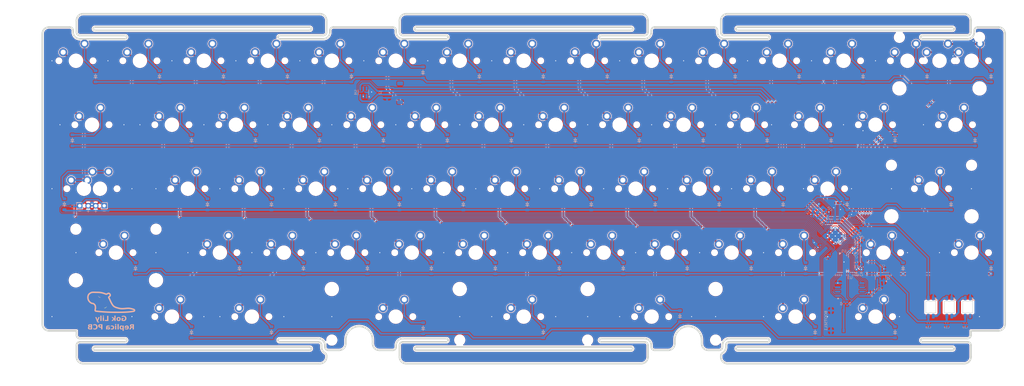
<source format=kicad_pcb>
(kicad_pcb (version 20240108) (generator "pcbnew") (generator_version "8.0")
  (layers (0 "F.Cu" signal) (31 "B.Cu" signal) (34 "B.Paste" user) (35 "F.Paste" user) (36 "B.SilkS" user "B.Silkscreen") (37 "F.SilkS" user "F.Silkscreen") (38 "B.Mask" user) (39 "F.Mask" user) (44 "Edge.Cuts" user))
  (net 0 "")
  (net 1 "+3V3")
  (net 2 "GND")
  (net 3 "+1V1")
  (net 4 "VBUS")
  (net 5 "Net-(U1-XIN)")
  (net 6 "Net-(C15-Pad2)")
  (net 7 "Row0")
  (net 8 "Net-(D2-A)")
  (net 9 "Net-(D3-A)")
  (net 10 "Net-(D4-A)")
  (net 11 "Net-(D5-A)")
  (net 12 "Net-(D6-A)")
  (net 13 "Net-(D7-A)")
  (net 14 "Net-(D8-A)")
  (net 15 "Net-(D9-A)")
  (net 16 "Net-(D10-A)")
  (net 17 "Net-(D11-A)")
  (net 18 "Net-(D12-A)")
  (net 19 "Net-(D13-A)")
  (net 20 "Net-(D14-A)")
  (net 21 "Net-(D15-A)")
  (net 22 "Row1")
  (net 23 "Net-(D16-A)")
  (net 24 "Net-(D17-A)")
  (net 25 "Net-(D18-A)")
  (net 26 "Net-(D19-A)")
  (net 27 "Net-(D20-A)")
  (net 28 "Net-(D21-A)")
  (net 29 "Net-(D22-A)")
  (net 30 "Net-(D23-A)")
  (net 31 "Net-(D24-A)")
  (net 32 "Net-(D25-A)")
  (net 33 "Net-(D26-A)")
  (net 34 "Net-(D27-A)")
  (net 35 "Net-(D28-A)")
  (net 36 "Net-(D29-A)")
  (net 37 "Row2")
  (net 38 "Net-(D30-A)")
  (net 39 "Net-(D31-A)")
  (net 40 "Net-(D32-A)")
  (net 41 "Net-(D33-A)")
  (net 42 "Net-(D34-A)")
  (net 43 "Net-(D35-A)")
  (net 44 "Net-(D36-A)")
  (net 45 "Net-(D37-A)")
  (net 46 "Net-(D38-A)")
  (net 47 "Net-(D39-A)")
  (net 48 "Net-(D40-A)")
  (net 49 "Net-(D41-A)")
  (net 50 "Net-(D42-A)")
  (net 51 "Row3")
  (net 52 "Net-(D43-A)")
  (net 53 "Net-(D44-A)")
  (net 54 "Net-(D45-A)")
  (net 55 "Net-(D46-A)")
  (net 56 "Net-(D47-A)")
  (net 57 "Net-(D48-A)")
  (net 58 "Net-(D49-A)")
  (net 59 "Net-(D50-A)")
  (net 60 "Net-(D51-A)")
  (net 61 "Net-(D52-A)")
  (net 62 "Net-(D53-A)")
  (net 63 "Net-(D54-A)")
  (net 64 "Row4")
  (net 65 "Net-(D55-A)")
  (net 66 "Net-(D56-A)")
  (net 67 "Net-(D57-A)")
  (net 68 "Net-(D58-A)")
  (net 69 "Net-(D59-A)")
  (net 70 "Net-(D60-A)")
  (net 71 "Net-(D61-A)")
  (net 72 "Col0")
  (net 73 "Col1")
  (net 74 "Col2")
  (net 75 "Col3")
  (net 76 "Col4")
  (net 77 "Col5")
  (net 78 "Col6")
  (net 79 "Col7")
  (net 80 "Col8")
  (net 81 "Col9")
  (net 82 "Col10")
  (net 83 "Col11")
  (net 84 "Col12")
  (net 85 "Col13")
  (net 87 "/QSPI_SS")
  (net 88 "/QSPI_SCLK")
  (net 89 "/QSPI_SD3")
  (net 90 "/QSPI_SD2")
  (net 91 "/QSPI_SD1")
  (net 92 "SWD")
  (net 93 "SWCLK")
  (net 94 "/QSPI_SD0")
  (net 95 "Net-(U1-XOUT)")
  (net 96 "Net-(BOOTSEL1-Pad2)")
  (net 97 "Col14")
  (net 98 "Net-(U1-USB_DP)")
  (net 99 "Net-(U1-USB_DM)")
  (net 102 "Net-(D1-A)")
  (net 103 "Net-(D62-A)")
  (net 104 "DP")
  (net 105 "DM")
  (net 107 "Net-(D65-A)")
  (net 115 "Net-(U1-GPIO17)")
  (net 116 "Net-(D63-DOUT)")
  (net 117 "Net-(D63-DIN)")
  (net 118 "Net-(D64-DOUT)")
  (net 120 "Net-(U1-GPIO27_ADC1)")
  (footprint "ScottoKeebs_MX:MX_PCB_1.00u_NoSilkscreen3" (layer "F.Cu") (at 223.8375 95.25)
    (property "Reference" "MX51" (hide yes))
    (property "Value" "MX_SW_solder")
  )
  (footprint "ScottoKeebs_MX:MX_PCB_1.00u_NoSilkscreen3" (layer "F.Cu") (at 309.5625 57.15)
    (property "Reference" "MX29" (hide yes))
    (property "Value" "MX_SW_solder")
  )
  (footprint "ScottoKeebs_MX:MX_PCB_1.00u_NoSilkscreen3" (layer "F.Cu") (at 95.25 57.15)
    (property "Reference" "MX18" (hide yes))
    (property "Value" "MX_SW_solder")
  )
  (footprint "ScottoKeebs_Stabilizer:Stabilizer_MX_2.00u" (layer "F.Cu") (at 59.53125 95.25)
    (property "Reference" "REF**" (hide yes))
    (property "Value" "Stabilizer_MX_2.00u")
  )
  (footprint "ScottoKeebs_MX:MX_PCB_1.00u_NoSilkscreen3" (layer "F.Cu") (at 52.3875 57.15)
    (property "Reference" "MX16" (hide yes))
    (property "Value" "MX_SW_solder")
  )
  (footprint "ScottoKeebs_MX:MX_PCB_1.00u_NoSilkscreen3" (layer "F.Cu") (at 119.0625 76.2)
    (property "Reference" "MX33" (hide yes))
    (property "Value" "MX_SW_solder")
  )
  (footprint "ScottoKeebs_MX:MX_PCB_1.00u_NoSilkscreen3" (layer "F.Cu") (at 80.9625 76.2)
    (property "Reference" "MX31" (hide yes))
    (property "Value" "MX_SW_solder")
  )
  (footprint "ScottoKeebs_MX:MX_PCB_1.00u_NoSilkscreen3" (layer "F.Cu") (at 47.625 38.1)
    (property "Reference" "MX1" (hide yes))
    (property "Value" "MX_SW_solder")
  )
  (footprint "ScottoKeebs_Stabilizer:Stabilizer_MX_2.00u" (layer "F.Cu") (at 304.8 38.1)
    (property "Reference" "REF**" (hide yes))
    (property "Value" "Stabilizer_MX_2.00u")
  )
  (footprint "ScottoKeebs_MX:MX_PCB_1.00u_NoSilkscreen3" (layer "F.Cu") (at 257.175 38.1)
    (property "Reference" "MX12" (hide yes))
    (property "Value" "MX_SW_solder")
  )
  (footprint "ScottoKeebs_MX:MX_PCB_1.00u_NoSilkscreen3" (layer "F.Cu") (at 261.9375 114.3)
    (property "Reference" "MX61" (hide yes))
    (property "Value" "MX_SW_solder")
  )
  (footprint "ScottoKeebs_MX:MX_PCB_1.00u_NoSilkscreen3" (layer "F.Cu") (at 104.775 38.1)
    (property "Reference" "MX4" (hide yes))
    (property "Value" "MX_SW_solder")
  )
  (footprint "ScottoKeebs_MX:MX_PCB_1.00u_NoSilkscreen3" (layer "F.Cu") (at 142.875 114.3)
    (property "Reference" "MX58" (hide yes))
    (property "Value" "MX_SW_solder")
  )
  (footprint "ScottoKeebs_MX:MX_PCB_1.00u_NoSilkscreen3" (layer "F.Cu") (at 288.13125 95.25)
    (property "Reference" "MX54" (hide yes))
    (property "Value" "MX_SW_solder")
  )
  (footprint "ScottoKeebs_MX:MX_PCB_1.00u_NoSilkscreen3" (layer "F.Cu") (at 133.35 57.15)
    (property "Reference" "MX20" (hide yes))
    (property "Value" "MX_SW_solder")
  )
  (footprint "ScottoKeebs_MX:MX_PCB_1.00u_NoSilkscreen3" (layer "F.Cu") (at 200.025 38.1)
    (property "Reference" "MX9" (hide yes))
    (property "Value" "MX_SW_solder")
  )
  (footprint "ScottoKeebs_MX:MX_PCB_1.00u_NoSilkscreen3" (layer "F.Cu") (at 190.5 57.15)
    (property "Reference" "MX23" (hide yes))
    (property "Value" "MX_SW_solder")
  )
  (footprint "ScottoKeebs_MX:MX_PCB_1.00u_NoSilkscreen3" (layer "F.Cu") (at 76.2 57.15)
    (property "Reference" "MX17" (hide yes))
    (property "Value" "MX_SW_solder")
  )
  (footprint "ScottoKeebs_MX:MX_PCB_1.00u_NoSilkscreen3" (layer "F.Cu") (at 233.3625 76.2)
    (property "Reference" "MX39" (hide yes))
    (property "Value" "MX_SW_solder")
  )
  (footprint "ScottoKeebs_Components:LED_SK6812MINI-E_clrce" (layer "F.Cu") (at 302.225002 111.45 90)
    (property "Reference" "D63" (hide yes))
    (property "Value" "LED_SK6812MINI" (hide yes))
    (fp_line (start 1.7 -1.5) (end -1.7 -1.5) (stroke (width 0.12)) (layer "Edge.Cuts"))
    (fp_line (start -1.7 -1.5) (end -1.7 1.5) (stroke (width 0.12)) (layer "Edge.Cuts"))
    (fp_line (start 1.7 1.5) (end 1.7 -1.5) (stroke (width 0.12)) (layer "Edge.Cuts"))
    (fp_line (start -1.7 1.5) (end 1.7 1.5) (stroke (width 0.12)) (layer "Edge.Cuts"))
  )
  (footprint "ScottoKeebs_MX:MX_PCB_1.00u_NoSilkscreen3" (layer "F.Cu") (at 295.275 38.1)
    (property "Reference" "MX14" (hide yes))
    (property "Value" "MX_SW_solder")
  )
  (footprint "ScottoKeebs_MX:MX_PCB_1.00u_NoSilkscreen3" (layer "F.Cu") (at 166.6875 95.25)
    (property "Reference" "MX48" (hide yes))
    (property "Value" "MX_SW_solder")
  )
  (footprint "ScottoKeebs_MX:MX_PCB_1.00u_NoSilkscreen3" (layer "F.Cu") (at 266.7 57.15)
    (property "Reference" "MX27" (hide yes))
    (property "Value" "MX_SW_solder")
  )
  (footprint "ScottoKeebs_MX:MX_PCB_1.00u_NoSilkscreen3" (layer "F.Cu") (at 171.45 57.15)
    (property "Reference" "MX22" (hide yes))
    (property "Value" "MX_SW_solder")
  )
  (footprint "ScottoKeebs_MX:MX_PCB_1.00u_NoSilkscreen3" (layer "F.Cu") (at 109.5375 95.25)
    (property "Reference" "MX45" (hide yes))
    (property "Value" "MX_SW_solder")
  )
  (footprint "ScottoKeebs_MX:MX_PCB_1.00u_NoSilkscreen3" (layer "F.Cu") (at 152.4 57.15)
    (property "Reference" "MX21" (hide yes))
    (property "Value" "MX_SW_solder")
  )
  (footprint "ScottoKeebs_Components:LED_SK6812MINI-E_clrce" (layer "F.Cu") (at 313.225001 111.450001 90)
    (property "Reference" "D66" (hide yes))
    (property "Value" "LED_SK6812MINI" (hide yes))
    (fp_line (start 1.7 -1.5) (end -1.7 -1.5) (stroke (width 0.12)) (layer "Edge.Cuts"))
    (fp_line (start -1.7 -1.5) (end -1.7 1.5) (stroke (width 0.12)) (layer "Edge.Cuts"))
    (fp_line (start 1.7 1.5) (end 1.7 -1.5) (stroke (width 0.12)) (layer "Edge.Cuts"))
    (fp_line (start -1.7 1.5) (end 1.7 1.5) (stroke (width 0.12)) (layer "Edge.Cuts"))
  )
  (footprint "ScottoKeebs_MX:MX_PCB_1.00u_NoSilkscreen3" (layer "F.Cu") (at 195.2625 76.2)
    (property "Reference" "MX37" (hide yes))
    (property "Value" "MX_SW_solder")
  )
  (footprint "ScottoKeebs_MX:MX_PCB_1.00u_NoSilkscreen3" (layer "F.Cu") (at 147.6375 95.25)
    (property "Reference" "MX47" (hide yes))
    (property "Value" "MX_SW_solder")
  )
  (footprint "ScottoKeebs_Stabilizer:Stabilizer_MX_3.00u" (layer "F.Cu") (at 219.075 114.3 180)
    (property "Reference" "REF**" (hide yes))
    (property "Value" "Stabilizer_MX_3.00u")
  )
  (footprint "ScottoKeebs_MX:MX_PCB_1.00u_NoSilkscreen3" (layer "F.Cu") (at 228.6 57.15)
    (property "Reference" "MX25" (hide yes))
    (property "Value" "MX_SW_solder")
  )
  (footprint "ScottoKeebs_MX:MX_PCB_1.00u_NoSilkscreen3" (layer "F.Cu") (at 285.75 114.3)
    (property "Reference" "MX62" (hide yes))
    (property "Value" "MX_SW_solder")
  )
  (footprint "ScottoKeebs_MX:MX_PCB_1.00u_NoSilkscreen3" (layer "F.Cu") (at 247.65 57.15)
    (property "Reference" "MX26" (hide yes))
    (property "Value" "MX_SW_solder")
  )
  (footprint "ScottoKeebs_MX:MX_PCB_1.00u_NoSilkscreen3" (layer "F.Cu") (at 185.7375 95.25)
    (property "Reference" "MX49" (hide yes))
    (property "Value" "MX_SW_solder")
  )
  (footprint "ScottoKeebs_MX:MX_PCB_1.00u_NoSilkscreen3" (layer "F.Cu") (at 219.075 114.3)
    (property "Reference" "MX60" (hide yes))
    (property "Value" "MX_SW_solder")
  )
  (footprint "ScottoKeebs_MX:MX_PCB_1.00u_NoSilkscreen3" (layer "F.Cu") (at 90.4875 95.25)
    (property "Reference" "MX44" (hide yes))
    (property "Value" "MX_SW_solder")
  )
  (footprint "ScottoKeebs_MX:MX_PCB_1.00u_NoSilkscreen3" (layer "F.Cu") (at 252.4125 76.2)
    (property "Reference" "MX40" (hide yes))
    (property "Value" "MX_SW_solder")
  )
  (footprint "ScottoKeebs_MX:MX_PCB_1.00u_NoSilkscreen3" (layer "F.Cu") (at 59.53125 95.25)
    (property "Reference" "MX43" (hide yes))
    (property "Value" "MX_SW_solder")
  )
  (footprint "ScottoKeebs_MX:MX_PCB_1.00u_NoSilkscreen3" (layer "F.Cu") (at 314.325 95.25)
    (property "Reference" "MX55" (hide yes))
    (property "Value" "MX_SW_solder")
  )
  (footprint "ScottoKeebs_MX:MX_PCB_1.00u_NoSilkscreen3" (layer "F.Cu") (at 261.9375 95.25)
    (property "Reference" "MX53" (hide yes))
    (property "Value" "MX_SW_solder")
  )
  (footprint "ScottoKeebs_MX:MX_PCB_1.00u_NoSilkscreen3" (layer "F.Cu") (at 76.2 114.3)
    (property "Reference" "MX56" (hide yes))
    (property "Value" "MX_SW_solder")
  )
  (footprint "ScottoKeebs_MX:MX_PCB_1.00u_NoSilkscreen3" (layer "F.Cu") (at 219.075 38.1)
    (property "Reference" "MX10" (hide yes))
    (property "Value" "MX_SW_solder")
  )
  (footprint "ScottoKeebs_MX:MX_PCB_1.00u_NoSilkscreen3" (layer "F.Cu") (at 209.55 57.15)
    (property "Reference" "MX24" (hide yes))
    (property "Value" "MX_SW_solder")
  )
  (footprint "ScottoKeebs_MX:MX_PCB_1.00u_NoSilkscreen3" (layer "F.Cu") (at 142.875 38.1)
    (property "Reference" "MX6" (hide yes))
    (property "Value" "MX_SW_solder")
  )
  (footprint "ScottoKeebs_MX:MX_PCB_1.00u_NoSilkscreen3" (layer "F.Cu") (at 204.7875 95.25)
    (property "Reference" "MX50" (hide yes))
    (property "Value" "MX_SW_solder")
  )
  (footprint "ScottoKeebs_MX:MX_PCB_1.00u_NoSilkscreen3" (layer "F.Cu") (at 285.75 57.15)
    (property "Reference" "MX28" (hide yes))
    (property "Value" "MX_SW_solder")
  )
  (footprint "ScottoKeebs_MX:MX_PCB_1.00u_NoSilkscreen3" (layer "F.Cu") (at 314.325 38.1)
    (property "Reference" "MX15" (hide yes))
    (property "Value" "MX_SW_solder")
  )
  (footprint "TestPoint:TestPoint_Pad_1.0x1.0mm" (layer "F.Cu") (at 52.775 114.675)
    (property "Reference" "REF**" (hide yes))
    (property "Value" "TestPoint_Pad_1.0x1.0mm" (hide yes))
  )
  (footprint "ScottoKeebs_MX:MX_PCB_1.00u_NoSilkscreen3" (layer "F.Cu") (at 271.4625 76.2)
    (property "Reference" "MX41" (hide yes))
    (property "Value" "MX_SW_solder")
  )
  (footprint "ScottoKeebs_MX:MX_PCB_1.00u_NoSilkscreen3" (layer "F.Cu") (at 276.225 38.1)
    (property "Reference" "MX13" (hide yes))
    (property "Value" "MX_SW_solder")
  )
  (footprint "ScottoKeebs_Stabilizer:Stabilizer_MX_3.00u" (layer "F.Cu") (at 142.875 114.3 180)
    (property "Reference" "REF**" (hide yes))
    (property "Value" "Stabilizer_MX_3.00u")
  )
  (footprint "ScottoKeebs_MX:MX_PCB_1.00u_NoSilkscreen3" (layer "F.Cu") (at 85.725 38.1)
    (property "Reference" "MX3" (hide yes))
    (property "Value" "MX_SW_solder")
  )
  (footprint "hjcustom:cherry_ledhole" (layer "F.Cu") (at 54.76875 76.2)
    (property "Reference" "D65" (hide yes))
    (property "Value" "LED")
  )
  (footprint "ScottoKeebs_MX:MX_PCB_1.00u_NoSilkscreen3" (layer "F.Cu") (at 100.0125 114.3)
    (property "Reference" "MX57" (hide yes))
    (property "Value" "MX_SW_solder")
  )
  (footprint "ScottoKeebs_MX:MX_PCB_1.00u_NoSilkscreen3" (layer "F.Cu") (at 54.76875 76.2)
    (property "Reference" "MX30" (hide yes))
    (property "Value" "MX_SW_solder")
  )
  (footprint "ScottoKeebs_MX:MX_PCB_1.00u_NoSilkscreen3" (layer "F.Cu") (at 214.3125 76.2)
    (property "Reference" "MX38" (hide yes))
    (property "Value" "MX_SW_solder")
  )
  (footprint "ScottoKeebs_MX:MX_PCB_1.00u_NoSilkscreen3" (layer "F.Cu") (at 100.0125 76.2)
    (property "Reference" "MX32" (hide yes))
    (property "Value" "MX_SW_solder")
  )
  (footprint "ScottoKeebs_MX:MX_PCB_1.00u_NoSilkscreen3" (layer "F.Cu") (at 157.1625 76.2)
    (property "Reference" "MX35" (hide yes))
    (property "Value" "MX_SW_solder")
  )
  (footprint "ScottoKeebs_MX:MX_PCB_1.00u_NoSilkscreen3" (layer "F.Cu") (at 123.825 38.1)
    (property "Reference" "MX5" (hide yes))
    (property "Value" "MX_SW_solder")
  )
  (footprint "ScottoKeebs_Stabilizer:Stabilizer_MX_2.00u" (layer "F.Cu") (at 302.41875 76.2)
    (property "Reference" "REF**" (hide yes))
    (property "Value" "Stabilizer_MX_2.00u")
  )
  (footprint "ScottoKeebs_MX:MX_PCB_1.00u_NoSilkscreen3" (layer "F.Cu") (at 161.925 38.1)
    (property "Reference" "MX7" (hide yes))
    (property "Value" "MX_SW_solder")
  )
  (footprint "ScottoKeebs_MX:MX_PCB_1.00u_NoSilkscreen3" (layer "F.Cu") (at 180.975 114.3)
    (property "Reference" "MX59" (hide yes))
    (property "Value" "MX_SW_solder")
  )
  (footprint "ScottoKeebs_MX:MX_PCB_1.00u_NoSilkscreen3" (layer "F.Cu") (at 302.41875 76.2)
    (property "Reference" "MX42" (hide yes))
    (property "Value" "MX_SW_solder")
  )
  (footprint "ScottoKeebs_MX:MX_PCB_1.00u_NoSilkscreen3" (layer "F.Cu") (at 66.675 38.1)
    (property "Reference" "MX2" (hide yes))
    (property "Value" "MX_SW_solder")
  )
  (footprint "ScottoKeebs_MX:MX_PCB_1.00u_NoSilkscreen3" (layer "F.Cu") (at 138.1125 76.2)
    (property "Reference" "MX34" (hide yes))
    (property "Value" "MX_SW_solder")
  )
  (footprint "ScottoKeebs_MX:MX_PCB_1.00u_NoSilkscreen3" (layer "F.Cu") (at 242.8875 95.25)
    (property "Reference" "MX52" (hide yes))
    (property "Value" "MX_SW_solder")
  )
  (footprint "ScottoKeebs_MX:MX_PCB_1.00u_NoSilkscreen3" (layer "F.Cu") (at 176.2125 76.2)
    (property "Reference" "MX36" (hide yes))
    (property "Value" "MX_SW_solder")
  )
  (footprint "ScottoKeebs_MX:MX_PCB_1.00u_NoSilkscreen3" (layer "F.Cu") (at 128.5875 95.25)
    (property "Reference" "MX46" (hide yes))
    (property "Value" "MX_SW_solder")
  )
  (footprint "ScottoKeebs_MX:MX_PCB_1.00u_NoSilkscreen3" (layer "F.Cu") (at 114.3 57.15)
    (property "Reference" "MX19" (hide yes))
    (property "Value" "MX_SW_solder")
  )
  (footprint "ScottoKeebs_MX:MX_PCB_1.00u_NoSilkscreen3" (layer "F.Cu") (at 180.975 38.1)
    (property "Reference" "MX8" (hide yes))
    (property "Value" "MX_SW_solder")
  )
  (footprint "ScottoKeebs_Components:LED_SK6812MINI-E_clrce" (layer "F.Cu") (at 307.725002 111.450001 90)
    (property "Reference" "D64" (hide yes))
    (property "Value" "LED_SK6812MINI" (hide yes))
    (fp_line (start 1.7 -1.5) (end -1.7 -1.5) (stroke (width 0.12)) (layer "Edge.Cuts"))
    (fp_line (start -1.7 -1.5) (end -1.7 1.5) (stroke (width 0.12)) (layer "Edge.Cuts"))
    (fp_line (start 1.7 1.5) (end 1.7 -1.5) (stroke (width 0.12)) (layer "Edge.Cuts"))
    (fp_line (start -1.7 1.5) (end 1.7 1.5) (stroke (width 0.12)) (layer "Edge.Cuts"))
  )
  (footprint "ScottoKeebs_MX:MX_PCB_1.00u_NoSilkscreen3" (layer "F.Cu") (at 238.125 38.1)
    (property "Reference" "MX11" (hide yes))
    (property "Value" "MX_SW_solder")
  )
  (footprint "ScottoKeebs_Components:Diode_SOD-123_noref2" (layer "B.Cu") (at 186.80625 118.94375 90)
    (property "Reference" "D59" (hide yes))
    (property "Value" "D_Small")
  )
  (footprint "hjcustom:C_0402_1005Metric" (layer "B.Cu") (at 279.692158 88.370012 -135)
    (property "Reference" "C2")
    (property "Value" "100n")
  )
  (footprint "ScottoKeebs_Components:Diode_SOD-123_noref2" (layer "B.Cu") (at 263.00625 42.74375 90)
    (property "Reference" "D12" (hide yes))
    (property "Value" "D_Small")
  )
  (footprint "ScottoKeebs_Components:Diode_SOD-123_noref2" (layer "B.Cu") (at 215.38125 61.79375 90)
    (property "Reference" "D24" (hide yes))
    (property "Value" "D_Small")
  )
  (footprint "hjcustom:C_0402_1005Metric" (layer "B.Cu") (at 280.375 89.05 -135)
    (property "Reference" "C3")
    (property "Value" "100n")
  )
  (footprint "ScottoKeebs_Components:Diode_SOD-123_noref2" (layer "B.Cu") (at 220.14375 80.84375 90)
    (property "Reference" "D38" (hide yes))
    (property "Value" "D_Small")
  )
  (footprint "Package_TO_SOT_SMD:SOT-23" (layer "B.Cu") (at 287.262501 102.625 90)
    (property "Reference" "U2")
    (property "Value" "XC6206PxxxMR")
  )
  (footprint "ScottoKeebs_Components:Diode_SOD-123_noref2" (layer "B.Cu") (at 191.56875 99.89375 90)
    (property "Reference" "D49" (hide yes))
    (property "Value" "D_Small")
  )
  (footprint "ScottoKeebs_Components:Diode_SOD-123_noref2" (layer "B.Cu") (at 120.13125 61.79375 90)
    (property "Reference" "D19" (hide yes))
    (property "Value" "D_Small")
  )
  (footprint "hjcustom:C_0402_1005Metric" (layer "B.Cu") (at 312.474999 116.225001 90)
    (property "Reference" "C20")
    (property "Value" "100n")
  )
  (footprint "ScottoKeebs_Components:Diode_SOD-123_noref2" (layer "B.Cu") (at 91.55625 42.74375 90)
    (property "Reference" "D3" (hide yes))
    (property "Value" "D_Small")
  )
  (footprint "ScottoKeebs_Components:Diode_SOD-123_noref2" (layer "B.Cu") (at 224.90625 42.74375 90)
    (property "Reference" "D10" (hide yes))
    (property "Value" "D_Small")
  )
  (footprint "hjcustom:C_0402_1005Metric" (layer "B.Cu") (at 270.742158 85.270012 135)
    (property "Reference" "C9")
    (property "Value" "100n")
  )
  (footprint "ScottoKeebs_Components:Diode_SOD-123_noref2" (layer "B.Cu") (at 65.3625 99.89375 90)
    (property "Reference" "D43" (hide yes))
    (property "Value" "D_Small")
  )
  (footprint "ScottoKeebs_Components:Diode_SOD-123_noref2" (layer "B.Cu") (at 167.75625 42.74375 90)
    (property "Reference" "D7" (hide yes))
    (property "Value" "D_Small")
  )
  (footprint "ScottoKeebs_Components:Diode_SOD-123_noref2" (layer "B.Cu") (at 72.50625 42.74375 90)
    (property "Reference" "D2" (hide yes))
    (property "Value" "D_Small")
  )
  (footprint "ScottoKeebs_Components:Diode_SOD-123_noref2" (layer "B.Cu") (at 320.15625 42.74375 90)
    (property "Reference" "D15" (hide yes))
    (property "Value" "D_Small")
  )
  (footprint "hjcustom:SW_Push_1P1T_XKB_TS-1187A" (layer "B.Cu") (at 274.375 115.5 -90)
    (property "Reference" "BOOTSEL1")
    (property "Value" "SW_Push")
  )
  (footprint "ScottoKeebs_Components:Diode_SOD-123_noref2" (layer "B.Cu") (at 196.33125 61.79375 90)
    (property "Reference" "D23" (hide yes))
    (property "Value" "D_Small")
  )
  (footprint "hjcustom:C_0402_1005Metric" (layer "B.Cu") (at 266.846878 84.160965 -45)
    (property "Reference" "C14")
    (property "Value" "15p")
  )
  (footprint "ScottoKeebs_Components:Diode_SOD-123_noref2" (layer "B.Cu") (at 82.03125 61.79375 90)
    (property "Reference" "D17" (hide yes))
    (property "Value" "D_Small")
  )
  (footprint "hjcustom:C_0402_1005Metric" (layer "B.Cu") (at 283.8 107.65 90)
    (property "Reference" "C16")
    (property "Value" "100n")
  )
  (footprint "hjcustom:C_0402_1005Metric" (layer "B.Cu") (at 268.95 93.35 45)
    (property "Reference" "C17")
    (property "Value" "100n")
  )
  (footprint "ScottoKeebs_Components:Diode_SOD-123_noref2" (layer "B.Cu") (at 308.25 80.84375 90)
    (property "Reference" "D42" (hide yes))
    (property "Value" "D_Small")
  )
  (footprint "hjcustom:C_0402_1005Metric" (layer "B.Cu") (at 282.1 87.1 180)
    (property "Reference" "R7")
    (property "Value" "300R")
  )
  (footprint "ScottoKeebs_Components:Diode_SOD-123_noref2" (layer "B.Cu") (at 46.55 61.8 90)
    (property "Reference" "D16" (hide yes))
    (property "Value" "D_Small")
  )
  (footprint "hjcustom:C_0402_1005Metric" (layer "B.Cu") (at 280.642158 91.895012 -45)
    (property "Reference" "C11")
    (property "Value" "1u")
  )
  (footprint "Package_TO_SOT_SMD:SOT-23-6" (layer "B.Cu") (at 133.2125 47.525 90)
    (property "Reference" "U4")
    (property "Value" "SRV05-4")
  )
  (footprint "hjcustom:C_0402_1005Metric" (layer "B.Cu") (at 276.992158 85.370012 -135)
    (property "Reference" "C1")
    (property "Value" "100n")
  )
  (footprint "ScottoKeebs_Components:Diode_SOD-123_noref2" (layer "B.Cu") (at 150.975 41.575 90)
    (property "Reference" "D6" (hide yes))
    (property "Value" "D_Small")
  )
  (footprint "hjcustom:C_0402_1005Metric" (layer "B.Cu") (at 271.917158 96.095012 45)
    (property "Reference" "C7")
    (property "Value" "100n")
  )
  (footprint "hjcustom:C_0402_1005Metric" (layer "B.Cu") (at 276.35 110.45 90)
    (property "Reference" "R6")
    (property "Value" "1k")
  )
  (footprint "ScottoKeebs_Components:Diode_SOD-123_noref2" (layer "B.Cu") (at 82.03125 118.94375 90)
    (property "Reference" "D56" (hide yes))
    (property "Value" "D_Small")
  )
  (footprint "hjcustom:Oscillator_SMD_EuroQuartz_XO32-4Pin_3.2x2.5mm" (layer "B.Cu") (at 268.65 82.075 -45)
    (property "Reference" "Y1")
    (property "Value" "ABM8-272-T3")
  )
  (footprint "ScottoKeebs_Components:Diode_SOD-123_noref2" (layer "B.Cu") (at 115.36875 99.89375 90)
    (property "Reference" "D45" (hide yes))
    (property "Value" "D_Small")
  )
  (footprint "ScottoKeebs_Components:Diode_SOD-123_noref2" (layer "B.Cu") (at 124.89375 80.84375 90)
    (property "Reference" "D33" (hide yes))
    (property "Value" "D_Small")
  )
  (footprint "ScottoKeebs_Components:Diode_SOD-123_noref2" (layer "B.Cu") (at 210.61875 99.89375 90)
    (property "Reference" "D50" (hide yes))
    (property "Value" "D_Small")
  )
  (footprint "hjcustom:C_0402_1005Metric" (layer "B.Cu") (at 287.737501 100.0875)
    (property "Reference" "C12")
    (property "Value" "1u")
  )
  (footprint "ScottoKeebs_Components:Diode_SOD-123_noref2" (layer "B.Cu") (at 239.19375 80.84375 90)
    (property "Reference" "D39" (hide yes))
    (property "Value" "D_Small")
  )
  (footprint "ScottoKeebs_Components:Diode_SOD-123_noref2" (layer "B.Cu") (at 253.48125 61.79375 90)
    (property "Reference" "D26" (hide yes))
    (property "Value" "D_Small")
  )
  (footprint "ScottoKeebs_Components:Diode_SOD-123_noref2" (layer "B.Cu") (at 205.85625 42.74375 90)
    (property "Reference" "D9" (hide yes))
    (property "Value" "D_Small")
  )
  (footprint "ScottoKeebs_Components:Diode_SOD-123_noref2" (layer "B.Cu") (at 44.175 80.84375 90)
    (property "Reference" "D30" (hide yes))
    (property "Value" "D_Small")
  )
  (footprint "ScottoKeebs_Components:Diode_SOD-123_noref2" (layer "B.Cu") (at 258.24375 80.84375 90)
    (property "Reference" "D40" (hide yes))
    (property "Value" "D_Small")
  )
  (footprint "ScottoKeebs_Components:Diode_SOD-123_noref2" (layer "B.Cu") (at 267.76875 118.94375 90)
    (property "Reference" "D61" (hide yes))
    (property "Value" "D_Small")
  )
  (footprint "ScottoKeebs_Components:Diode_SOD-123_noref2" (layer "B.Cu") (at 229.66875 99.89375 90)
    (property "Reference" "D51" (hide yes))
    (property "Value" "D_Small")
  )
  (footprint "ScottoKeebs_Components:Diode_SOD-123_noref2" (layer "B.Cu") (at 320.15625 99.89375 90)
    (property "Reference" "D55" (hide yes))
    (property "Value" "D_Small")
  )
  (footprint "ScottoKeebs_Components:Diode_SOD-123_noref2" (layer "B.Cu") (at 227.5 114.15 90)
    (property "Reference" "D60" (hide yes))
    (property "Value" "D_Small")
  )
  (footprint "ScottoKeebs_Components:Diode_SOD-123_noref2" (layer "B.Cu") (at 139.18125 61.79375 90)
    (property "Reference" "D20" (hide yes))
    (property "Value" "D_Small")
  )
  (footprint "hjcustom:SOIC-8_5.23x5.23mm_P1.27mm" (layer "B.Cu") (at 278.125 106.225)
    (property "Reference" "U3")
    (property "Value" "W25Q128JVS")
  )
  (footprint "hjcustom:C_0402_1005Metric" (layer "B.Cu") (at 277.325 110.45 90)
    (property "Reference" "R5")
    (property "Value" "10k")
  )
  (footprint "ScottoKeebs_Components:Diode_SOD-123_noref2" (layer "B.Cu") (at 129.65625 42.74375 90)
    (property "Reference" "D5" (hide yes))
    (property "Value" "D_Small")
  )
  (footprint "hjcustom:C_0402_1005Metric" (layer "B.Cu") (at 270.838838 83.457341 -45)
    (property "Reference" "R4")
    (property "Value" "1K")
  )
  (footprint "ScottoKeebs_Components:Diode_SOD-123_noref2" (layer "B.Cu") (at 86.79375 80.84375 90)
    (property "Reference" "D31" (hide yes))
    (property "Value" "D_Small")
  )
  (footprint "ScottoKeebs_Components:Diode_SOD-123_noref2" (layer "B.Cu") (at 277.29375 80.84375 90)
    (property "Reference" "D41" (hide yes))
    (property "Value" "D_Small")
  )
  (footprint "ScottoKeebs_Components:Diode_SOD-123_noref2" (layer "B.Cu") (at 158.23125 61.79375 90)
    (property "Reference" "D21" (hide yes))
    (property "Value" "D_Small")
  )
  (footprint "ScottoKeebs_Components:Diode_SOD-123_noref2" (layer "B.Cu") (at 301.10625 42.74375 90)
    (property "Reference" "D14" (hide yes))
    (property "Value" "D_Small")
  )
  (footprint "hjcustom:JST_SH_SM04B-SRSS-TB_1x04-1MP_P1.00mm_Horizontal" (layer "B.Cu") (at 142.275 47.625 -90)
    (property "Reference" "J2")
    (property "Value" "Conn_01x04")
  )
  (footprint "hjcustom:C_0402_1005Metric" (layer "B.Cu") (at 270.067158 85.945012 -45)
    (property "Reference" "C6")
    (property "Value" "100n")
  )
  (footprint "ScottoKeebs_Components:Diode_SOD-123_noref2" (layer "B.Cu") (at 272.53125 61.79375 90)
    (property "Reference" "D27" (hide yes))
    (property "Value" "D_Small")
  )
  (footprint "ScottoKeebs_Components:Diode_SOD-123_noref2" (layer "B.Cu") (at 53.45625 42.74375 90)
    (property "Reference" "D1" (hide yes))
    (property "Value" "D_Small")
  )
  (footprint "ScottoKeebs_Components:Diode_SOD-123_noref2" (layer "B.Cu") (at 110.60625 42.74375 90)
    (property "Reference" "D4" (hide yes))
    (property "Value" "D_Small")
  )
  (footprint "ScottoKeebs_Components:Diode_SOD-123_noref2" (layer "B.Cu") (at 201.09375 80.84375 90)
    (property "Reference" "D37" (hide yes))
    (property "Value" "D_Small")
  )
  (footprint "ScottoKeebs_Components:Diode_SOD-123_noref2" (layer "B.Cu") (at 96.31875 99.89375 90)
    (property "Reference" "D44" (hide yes))
    (property "Value" "D_Small")
  )
  (footprint "hjcustom:C_0402_1005Metric" (layer "B.Cu") (at 279.906569 93.695012 135)
    (property "Reference" "C5")
    (property "Value" "100n")
  )
  (footprint "ScottoKeebs_Components:Diode_SOD-123_noref2" (layer "B.Cu") (at 293.9625 99.89375 90)
    (property "Reference" "D54" (hide yes))
    (property "Value" "D_Small")
  )
  (footprint "ScottoKeebs_Components:Diode_SOD-123_noref2" (layer "B.Cu") (at 153.46875 99.89375 90)
    (property "Reference" "D47" (hide yes))
    (property "Value" "D_Small")
  )
  (footprint "Capacitor_SMD:C_0603_1608Metric" (layer "B.Cu") (at 281.575 99.475001 -90)
    (property "Reference" "R2")
    (property "Value" "27.4")
  )
  (footprint "hjcustom:C_0402_1005Metric" (layer "B.Cu") (at 279.231569 94.370012 135)
    (property "Reference" "C4")
    (property "Value" "100n")
  )
  (footprint "ScottoKeebs_Components:Diode_SOD-123_noref2" (layer "B.Cu") (at 182.04375 80.84375 90)
    (property "Reference" "D36" (hide yes))
    (property "Value" "D_Small")
  )
  (footprint "ScottoKeebs_Components:Diode_SOD-123_noref2" (layer "B.Cu") (at 162.99375 80.84375 90)
    (property "Reference" "D35" (hide yes))
    (property "Value" "D_Small")
  )
  (footprint "ScottoKeebs_Components:Diode_SOD-123_noref2" (layer "B.Cu") (at 186.80625 42.74375 90)
    (property "Reference" "D8" (hide yes))
    (property "Value" "D_Small")
  )
  (footprint "ScottoKeebs_Components:Diode_SOD-123_noref2" (layer "B.Cu") (at 248.71875 99.89375 90)
    (property "Reference" "D52" (hide yes))
    (property "Value" "D_Small")
  )
  (footprint "ScottoKeebs_Components:Diode_SOD-123_noref2" (layer "B.Cu") (at 291.58125 118.94375 90)
    (property "Reference" "D62" (hide yes))
    (property "Value" "D_Small")
  )
  (footprint "hjcustom:C_0402_1005Metric" (layer "B.Cu") (at 281.317158 91.220012 -45)
    (property "Reference" "C8")
    (property "Value" "1u")
  )
  (footprint "ScottoKeebs_Components:Diode_SOD-123_noref2" (layer "B.Cu") (at 143.94375 80.84375 90)
    (property "Reference" "D34" (hide yes))
    (property "Value" "D_Small")
  )
  (footprint "ScottoKeebs_Components:Diode_SOD-123_noref2" (layer "B.Cu") (at 315.39375 61.79375 90)
    (property "Reference" "D29" (hide yes))
    (property "Value" "D_Small")
  )
  (footprint "hjcustom:C_0402_1005Metric" (layer "B.Cu") (at 306.975 116.225001 90)
    (property "Reference" "C19")
    (property "Value" "100n")
  )
  (footprint "hjcustom:C_0402_1005Metric_noref" (layer "B.Cu") (at 46.475 81.475 180)
    (property "Reference" "R3" (hide yes))
    (property "Value" "220R")
  )
  (footprint "ScottoKeebs_Components:Diode_SOD-123_noref2" (layer "B.Cu") (at 101.08125 61.79375 90)
    (property "Reference" "D18" (hide yes))
    (property "Value" "D_Small")
  )
  (footprint "ScottoKeebs_Components:Diode_SOD-123_noref2" (layer "B.Cu") (at 172.51875 99.89375 90)
    (property "Reference" "D48" (hide yes))
    (property "Value" "D_Small")
  )
  (footprint "ScottoKeebs_Components:Diode_SOD-123_noref2" (layer "B.Cu") (at 177.28125 61.79375 90)
    (property "Reference" "D22" (hide yes))
    (property "Value" "D_Small")
  )
  (footprint "ScottoKeebs_Components:Diode_SOD-123_noref2" (layer "B.Cu") (at 243.95625 42.74375 90)
    (property "Reference" "D11" (hide yes))
    (property "Value" "D_Small")
  )
  (footprint "hjcustom:C_0402_1005Metric" (layer "B.Cu") (at 278.556569 95.045012 -45)
    (property "Reference" "C10")
    (property "Value" "100n")
  )
  (footprint "ScottoKeebs_Components:Diode_SOD-123_noref2" (layer "B.Cu") (at 134.41875 99.89375 90)
    (property "Reference" "D46" (hide yes))
    (property "Value" "D_Small")
  )
  (footprint "ScottoKeebs_Components:Diode_SOD-123_noref2" (layer "B.Cu") (at 151.025 117.75 90)
    (property "Reference" "D58" (hide yes))
    (property "Value" "D_Small")
  )
  (footprint "Capacitor_SMD:C_0603_1608Metric" (layer "B.Cu") (at 280.075 99.475 90)
    (property "Reference" "R1")
    (property "Value" "27.4")
  )
  (footprint "RP2040_minimal:RP2040-QFN-56" (layer "B.Cu") (at 273.779944 90.293585 45)
    (property "Reference" "U1")
    (property "Value" "RP2040")
  )
  (footprint "ScottoKeebs_Components:Diode_SOD-123_noref2" (layer "B.Cu") (at 105.84375 80.84375 90)
    (property "Reference" "D32" (hide yes))
    (property "Value" "D_Small")
  )
  (footprint "hjcustom:C_0402_1005Metric" (layer "B.Cu") (at 271.510589 82.785589 135)
    (property "Reference" "C15")
    (property "Value" "15p")
  )
  (footprint "ScottoKeebs_Components:Diode_SOD-123_noref2" (layer "B.Cu") (at 291.58125 61.79375 90)
    (property "Reference" "D28" (hide yes))
    (property "Value" "D_Small")
  )
  (footprint "hjcustom:C_0402_1005Metric" (layer "B.Cu") (at 286.787501 105.2625)
    (property "Reference" "C13")
    (property "Value" "1u")
  )
  (footprint "ScottoKeebs_Components:Diode_SOD-123_noref2" (layer "B.Cu") (at 105.84375 118.94375 90)
    (property "Reference" "D57" (hide yes))
    (property "Value" "D_Small")
  )
  (footprint "ScottoKeebs_Components:Diode_SOD-123_noref2" (layer "B.Cu") (at 282.05625 42.74375 90)
    (property "Reference" "D13" (hide yes))
    (property "Value" "D_Small")
  )
  (footprint "ScottoKeebs_Components:Diode_SOD-123_noref2" (layer "B.Cu") (at 264.925 99.875 90)
    (property "Reference" "D53" (hide yes))
    (property "Value" "D_Small")
  )
  (footprint "hjcustom:C_0402_1005Metric" (layer "B.Cu") (at 301.475 116.225 90)
    (property "Reference" "C18")
    (property "Value" "100n")
  )
  (footprint "ScottoKeebs_Components:Diode_SOD-123_noref2" (layer "B.Cu") (at 234.43125 61.79375 90)
    (property "Reference" "D25" (hide yes))
    (property "Value" "D_Small")
  )
  (gr_poly (pts (xy 54.222382 108.125626) (xy 54.218414 108.140953) (xy 54.218529 108.15919) (xy 54.222509 108.180015) (xy 54.230135 108.203107) (xy 54.241189 108.228142) (xy 54.255454 108.2548) (xy 54.272711 108.282758) (xy 54.292743 108.311694) (xy 54.315331 108.341286) (xy 54.367304 108.401151) (xy 54.426887 108.459778) (xy 54.458988 108.487822) (xy 54.492337 108.51459) (xy 54.526716 108.53976) (xy 54.561908 108.563012) (xy 54.597694 108.584021) (xy 54.633856 108.602467) (xy 54.670178 108.618028) (xy 54.706439 108.630381) (xy 54.742424 108.639204) (xy 54.777912 108.644177) (xy 54.812687 108.644975) (xy 54.846531 108.641279) (xy 54.879225 108.632765) (xy 54.910552 108.619112) (xy 54.940293 108.599997) (xy 54.968231 108.5751) (xy 54.994147 108.544097) (xy 55.017824 108.506666) (xy 54.877927 108.546234) (xy 54.869451 108.548398) (xy 54.860916 108.550117) (xy 54.852337 108.551394) (xy 54.843731 108.552231) (xy 54.835116 108.55263) (xy 54.826507 108.552594) (xy 54.817921 108.552124) (xy 54.809374 108.551222) (xy 54.800884 108.549891) (xy 54.792467 108.548133) (xy 54.784139 108.54595) (xy 54.775917 108.543345) (xy 54.767818 108.540318) (xy 54.759857 108.536873) (xy 54.752053 108.533012) (xy 54.74442 108.528736) (xy 54.638884 108.483369) (xy 54.627758 108.478436) (xy 54.616754 108.473249) (xy 54.605878 108.467809) (xy 54.595133 108.462119) (xy 54.584522 108.456182) (xy 54.574051 108.449998) (xy 54.563722 108.44357) (xy 54.55354 108.436901) (xy 54.468464 108.379765) (xy 54.459107 108.373882) (xy 54.44965 108.367328) (xy 54.440132 108.36017) (xy 54.430593 108.352476) (xy 54.421071 108.344316) (xy 54.411606 108.335758) (xy 54.402236 108.326868) (xy 54.393001 108.317717) (xy 54.38394 108.308372) (xy 54.375092 108.2989) (xy 54.366495 108.289372) (xy 54.358188 108.279854) (xy 54.342604 108.261123) (xy 54.328651 108.243254) (xy 54.23065 108.113531)) (stroke (width 0.007055)) (fill solid) (layer "B.SilkS"))
  (gr_poly (pts (xy 52.690597 106.829597) (xy 52.603997 106.833558) (xy 52.521283 106.839776) (xy 52.44203 106.848548) (xy 52.365813 106.860166) (xy 52.292207 106.874925) (xy 52.220787 106.89312) (xy 52.151129 106.915043) (xy 52.082808 106.94099) (xy 52.015399 106.971255) (xy 51.948477 107.00613) (xy 51.794978 107.093425) (xy 51.716673 107.140988) (xy 51.638336 107.19223) (xy 51.560722 107.247948) (xy 51.484583 107.308945) (xy 51.410674 107.376018) (xy 51.374791 107.412084) (xy 51.339747 107.449969) (xy 51.305639 107.489773) (xy 51.272558 107.531596) (xy 51.2406 107.575539) (xy 51.209859 107.621701) (xy 51.180429 107.670182) (xy 51.152405 107.721083) (xy 51.12588 107.774502) (xy 51.100949 107.830541) (xy 51.077705 107.889299) (xy 51.056244 107.950875) (xy 51.03666 108.015372) (xy 51.019046 108.082887) (xy 51.003496 108.153521) (xy 50.990106 108.227374) (xy 50.978969 108.304547) (xy 50.97018 108.385138) (xy 50.961598 108.515132) (xy 50.959967 108.64292) (xy 50.96525 108.768407) (xy 50.97741 108.891497) (xy 50.996409 109.012092) (xy 51.022211 109.130096) (xy 51.054779 109.245413) (xy 51.094074 109.357948) (xy 51.140061 109.467602) (xy 51.192702 109.574281) (xy 51.25196 109.677887) (xy 51.317797 109.778324) (xy 51.390177 109.875496) (xy 51.469062 109.969307) (xy 51.554415 110.05966) (xy 51.6462 110.146459) (xy 51.711025 110.202744) (xy 51.775401 110.255172) (xy 51.8394 110.303774) (xy 51.903092 110.348581) (xy 51.966546 110.389624) (xy 52.029833 110.426935) (xy 52.093023 110.460545) (xy 52.156185 110.490484) (xy 52.219391 110.516784) (xy 52.28271 110.539477) (xy 52.346213 110.558593) (xy 52.409969 110.574163) (xy 52.474048 110.586219) (xy 52.538522 110.594792) (xy 52.603459 110.599913) (xy 52.668931 110.601613) (xy 52.680394 110.603677) (xy 52.692989 110.607442) (xy 52.706627 110.61282) (xy 52.721216 110.619724) (xy 52.752887 110.637752) (xy 52.78728 110.660823) (xy 52.823671 110.68823) (xy 52.861338 110.719268) (xy 52.899556 110.753232) (xy 52.937602 110.789417) (xy 52.974754 110.827118) (xy 53.010287 110.865628) (xy 53.043479 110.904243) (xy 53.073607 110.942258) (xy 53.099947 110.978968) (xy 53.121775 111.013666) (xy 53.130772 111.03004) (xy 53.138369 111.045648) (xy 53.144477 111.0604) (xy 53.149005 111.074208) (xy 53.159224 111.114588) (xy 53.168867 111.159969) (xy 53.186098 111.262556) (xy 53.200049 111.3756) (xy 53.21007 111.492736) (xy 53.215514 111.607597) (xy 53.216316 111.662185) (xy 53.21573 111.713816) (xy 53.213676 111.761694) (xy 53.210071 111.805025) (xy 53.204834 111.843012) (xy 53.197886 111.874858) (xy 53.187627 111.914623) (xy 53.177345 111.959757) (xy 53.167046 112.01021) (xy 53.156736 112.065928) (xy 53.146424 112.126861) (xy 53.136115 112.192956) (xy 53.125816 112.264161) (xy 53.115535 112.340426) (xy 53.112973 112.364562) (xy 53.111606 112.388633) (xy 53.111424 112.412606) (xy 53.112419 112.436445) (xy 53.11458 112.460117) (xy 53.117899 112.483586) (xy 53.122367 112.506817) (xy 53.127975 112.529778) (xy 53.134714 112.552432) (xy 53.142574 112.574745) (xy 53.151546 112.596684) (xy 53.161621 112.618213) (xy 53.172791 112.639297) (xy 53.185046 112.659903) (xy 53.198376 112.679995) (xy 53.212774 112.69954) (xy 53.228126 112.718376) (xy 53.244273 112.736318) (xy 53.261186 112.753348) (xy 53.278833 112.769448) (xy 53.297184 112.784601) (xy 53.316208 112.798789) (xy 53.335874 112.811994) (xy 53.356152 112.824199) (xy 53.37701 112.835386) (xy 53.398419 112.845538) (xy 53.420348 112.854637) (xy 53.442765 112.862665) (xy 53.46564 112.869605) (xy 53.488943 112.875439) (xy 53.512642 112.880149) (xy 53.536708 112.883718) (xy 54.340302 112.973947) (xy 54.895458 113.027451) (xy 55.538493 113.081383) (xy 56.258637 113.131871) (xy 57.045119 113.175044) (xy 57.88717 113.207028) (xy 58.774019 113.223951) (xy 59.414503 113.228703) (xy 60.053558 113.230597) (xy 61.444616 113.217501) (xy 62.112529 113.198243) (xy 62.753395 113.167947) (xy 63.360738 113.124688) (xy 63.928082 113.066541) (xy 64.448951 112.991581) (xy 64.689933 112.947196) (xy 64.916868 112.897885) (xy 64.936406 112.892852) (xy 64.955571 112.88708) (xy 64.974351 112.880585) (xy 64.99273 112.873384) (xy 65.010696 112.865495) (xy 65.028233 112.856933) (xy 65.045328 112.847715) (xy 65.061967 112.837859) (xy 65.078135 112.827381) (xy 65.09382 112.816298) (xy 65.109006 112.804626) (xy 65.12368 112.792382) (xy 65.137828 112.779583) (xy 65.151436 112.766246) (xy 65.16449 112.752387) (xy 65.176976 112.738024) (xy 65.188879 112.723172) (xy 65.200187 112.70785) (xy 65.210884 112.692072) (xy 65.220957 112.675857) (xy 65.230392 112.65922) (xy 65.239175 112.64218) (xy 65.247292 112.624751) (xy 65.254729 112.606952) (xy 65.261472 112.588799) (xy 65.267506 112.570308) (xy 65.272819 112.551496) (xy 65.277395 112.532381) (xy 65.281222 112.512979) (xy 65.284284 112.493306) (xy 65.286568 112.473379) (xy 65.28806 112.453216) (xy 65.28843 112.426359) (xy 64.850468 112.426359) (xy 64.850362 112.429622) (xy 64.85013 112.432731) (xy 64.849777 112.435676) (xy 64.849311 112.438465) (xy 64.848737 112.4411) (xy 64.848062 112.443586) (xy 64.847294 112.445929) (xy 64.846438 112.448132) (xy 64.845502 112.450201) (xy 64.844492 112.452139) (xy 64.843414 112.453952) (xy 64.842276 112.455643) (xy 64.841084 112.457219) (xy 64.839845 112.458682) (xy 64.838565 112.460038) (xy 64.837251 112.461291) (xy 64.83591 112.462446) (xy 64.834549 112.463508) (xy 64.833173 112.46448) (xy 64.830408 112.466177) (xy 64.827667 112.467573) (xy 64.825003 112.468704) (xy 64.822472 112.469608) (xy 64.820125 112.470321) (xy 64.816199 112.47132) (xy 64.544958 112.529053) (xy 64.252519 112.579716) (xy 63.940392 112.623735) (xy 63.610086 112.661539) (xy 62.900974 112.720204) (xy 62.137263 112.759125) (xy 61.331028 112.781717) (xy 60.494348 112.791394) (xy 58.777956 112.78566) (xy 57.899433 112.768898) (xy 57.065329 112.737223) (xy 56.286304 112.694469) (xy 55.573014 112.644471) (xy 54.386274 112.538077) (xy 53.590374 112.448715) (xy 53.587446 112.44827) (xy 53.584663 112.44768) (xy 53.58202 112.446957) (xy 53.579516 112.446114) (xy 53.577148 112.445163) (xy 53.574913 112.444116) (xy 53.572808 112.442987) (xy 53.570832 112.441786) (xy 53.56898 112.440527) (xy 53.567251 112.439223) (xy 53.565642 112.437885) (xy 53.56415 112.436527) (xy 53.562772 112.435159) (xy 53.561507 112.433796) (xy 53.56035 112.43245) (xy 53.559301 112.431132) (xy 53.558287 112.429794) (xy 53.557276 112.428349) (xy 53.556278 112.426797) (xy 53.555307 112.425138) (xy 53.554374 112.423373) (xy 53.553491 112.421502) (xy 53.55267 112.419527) (xy 53.551923 112.417448) (xy 53.551262 112.415265) (xy 53.5507 112.412979) (xy 53.550247 112.410591) (xy 53.549917 112.408101) (xy 53.549802 112.406818) (xy 53.549721 112.405511) (xy 53.549677 112.404177) (xy 53.549672 112.402819) (xy 53.549705 112.401436) (xy 53.54978 112.400028) (xy 53.549897 112.398596) (xy 53.550059 112.397138) (xy 53.568241 112.266684) (xy 53.577312 112.207921) (xy 53.586302 112.153881) (xy 53.595159 112.104874) (xy 53.603833 112.061212) (xy 53.612273 112.023204) (xy 53.620429 111.991162) (xy 53.632375 111.939354) (xy 53.641552 111.881934) (xy 53.648125 111.819737) (xy 53.652257 111.753598) (xy 53.654113 111.684353) (xy 53.653856 111.612836) (xy 53.651651 111.539883) (xy 53.647662 111.466329) (xy 53.634987 111.320759) (xy 53.617145 111.182809) (xy 53.595449 111.05916) (xy 53.583565 111.004786) (xy 53.57121 110.956493) (xy 53.562459 110.928588) (xy 53.551488 110.899579) (xy 53.523272 110.838774) (xy 53.487333 110.775121) (xy 53.444445 110.709664) (xy 53.395379 110.643446) (xy 53.340909 110.577512) (xy 53.281807 110.512904) (xy 53.218845 110.450666) (xy 53.152797 110.391842) (xy 53.084435 110.337476) (xy 53.014531 110.28861) (xy 52.943858 110.246289) (xy 52.908475 110.227909) (xy 52.873189 110.211556) (xy 52.838097 110.197362) (xy 52.803296 110.185455) (xy 52.768883 110.175967) (xy 52.734953 110.169029) (xy 52.701603 110.16477) (xy 52.668931 110.163322) (xy 52.639988 110.162847) (xy 52.608937 110.16119) (xy 52.575752 110.158005) (xy 52.540408 110.152946) (xy 52.502878 110.145665) (xy 52.463138 110.135817) (xy 52.42116 110.123054) (xy 52.37692 110.107029) (xy 52.330392 110.087396) (xy 52.281549 110.063809) (xy 52.230367 110.035921) (xy 52.176819 110.003385) (xy 52.120879 109.965854) (xy 52.062523 109.922983) (xy 52.001724 109.874423) (xy 51.938456 109.819829) (xy 51.865216 109.750676) (xy 51.797276 109.679033) (xy 51.734642 109.604921) (xy 51.677323 109.528357) (xy 51.625325 109.449362) (xy 51.578655 109.367954) (xy 51.537321 109.284151) (xy 51.50133 109.197974) (xy 51.470688 109.10944) (xy 51.445404 109.018569) (xy 51.425483 108.92538) (xy 51.410934 108.829892) (xy 51.401764 108.732124) (xy 51.397979 108.632094) (xy 51.399587 108.529822) (xy 51.406594 108.425327) (xy 51.41296 108.365914) (xy 51.420826 108.309154) (xy 51.430152 108.254956) (xy 51.440902 108.203229) (xy 51.453035 108.153881) (xy 51.466513 108.106823) (xy 51.481298 108.061963) (xy 51.497349 108.01921) (xy 51.51463 107.978474) (xy 51.5331 107.939662) (xy 51.552722 107.902686) (xy 51.573456 107.867452) (xy 51.595264 107.833871) (xy 51.618107 107.801852) (xy 51.666742 107.742134) (xy 51.719051 107.687571) (xy 51.774726 107.637436) (xy 51.833454 107.591001) (xy 51.894927 107.547539) (xy 51.958834 107.506321) (xy 52.024866 107.466622) (xy 52.162061 107.388866) (xy 52.209684 107.364345) (xy 52.258768 107.343102) (xy 52.309675 107.324932) (xy 52.36277 107.309629) (xy 52.418416 107.296988) (xy 52.476975 107.286804) (xy 52.538811 107.278872) (xy 52.604288 107.272985) (xy 52.673768 107.26894) (xy 52.747615 107.266529) (xy 52.826193 107.26555) (xy 52.909863 107.265795) (xy 53.093939 107.269138) (xy 53.302748 107.274918) (xy 53.695022 107.285121) (xy 53.916634 107.288662) (xy 54.159137 107.290031) (xy 54.337756 107.29309) (xy 54.510258 107.301899) (xy 54.676603 107.315905) (xy 54.836754 107.334555) (xy 54.990671 107.357298) (xy 55.138318 107.38358) (xy 55.279655 107.41285) (xy 55.414644 107.444555) (xy 55.665424 107.51306) (xy 55.890352 107.584675) (xy 56.089121 107.654982) (xy 56.261423 107.719559) (xy 56.388341 107.767185) (xy 56.445016 107.787584) (xy 56.497277 107.805284) (xy 56.518571 107.811673) (xy 56.539707 107.817012) (xy 56.560684 107.821339) (xy 56.581499 107.824691) (xy 56.602149 107.827108) (xy 56.622632 107.828626) (xy 56.663089 107.82912) (xy 56.702851 107.826479) (xy 56.741899 107.821005) (xy 56.780214 107.813005) (xy 56.817777 107.802782) (xy 56.85457 107.790639) (xy 56.890574 107.776883) (xy 56.925769 107.761816) (xy 56.960138 107.745743) (xy 57.02632 107.711798) (xy 57.088969 107.67748) (xy 57.169275 107.633582) (xy 57.204607 107.615391) (xy 57.237202 107.600027) (xy 57.267419 107.58773) (xy 57.281746 107.582807) (xy 57.295614 107.578741) (xy 57.309066 107.575562) (xy 57.322146 107.5733) (xy 57.334901 107.571985) (xy 57.347374 107.571647) (xy 57.35961 107.572316) (xy 57.371654 107.574023) (xy 57.383551 107.576797) (xy 57.395345 107.580668) (xy 57.407082 107.585667) (xy 57.418805 107.591824) (xy 57.430561 107.599168) (xy 57.442392 107.60773) (xy 57.454345 107.617539) (xy 57.466464 107.628626) (xy 57.478793 107.641021) (xy 57.491378 107.654754) (xy 57.504263 107.669855) (xy 57.517493 107.686354) (xy 57.545167 107.723666) (xy 57.555472 107.73863) (xy 57.564979 107.753349) (xy 57.573684 107.767818) (xy 57.581588 107.782035) (xy 57.588689 107.795998) (xy 57.594985 107.809703) (xy 57.600477 107.823147) (xy 57.605162 107.836329) (xy 57.60904 107.849245) (xy 57.612109 107.861892) (xy 57.614368 107.874268) (xy 57.615817 107.886369) (xy 57.616453 107.898193) (xy 57.616277 107.909737) (xy 57.615286 107.920998) (xy 57.613479 107.931974) (xy 57.611872 107.939021) (xy 57.60991 107.946113) (xy 57.607595 107.953247) (xy 57.604931 107.96042) (xy 57.598562 107.974874) (xy 57.590824 107.989451) (xy 57.581737 108.00413) (xy 57.571322 108.018889) (xy 57.559599 108.033704) (xy 57.546589 108.048553) (xy 57.532312 108.063414) (xy 57.516788 108.078265) (xy 57.500038 108.093083) (xy 57.482082 108.107845) (xy 57.46294 108.12253) (xy 57.442634 108.137115) (xy 57.421184 108.151577) (xy 57.398609 108.165894) (xy 57.377169 108.179896) (xy 57.356594 108.194938) (xy 57.336913 108.210977) (xy 57.318158 108.227966) (xy 57.300358 108.245864) (xy 57.283543 108.264624) (xy 57.267744 108.284203) (xy 57.25299 108.304557) (xy 57.239311 108.32564) (xy 57.226738 108.34741) (xy 57.215301 108.369822) (xy 57.205029 108.392831) (xy 57.195954 108.416393) (xy 57.188105 108.440464) (xy 57.181511 108.465) (xy 57.176204 108.489955) (xy 57.172206 108.51537) (xy 57.169572 108.540856) (xy 57.168292 108.566363) (xy 57.168353 108.591836) (xy 57.169741 108.617224) (xy 57.172445 108.642474) (xy 57.176452 108.667532) (xy 57.18175 108.692346) (xy 57.188325 108.716863) (xy 57.196166 108.741031) (xy 57.20526 108.764796) (xy 57.215594 108.788106) (xy 57.227155 108.810908) (xy 57.239933 108.833149) (xy 57.253913 108.854777) (xy 57.269083 108.875739) (xy 57.294034 108.909326) (xy 57.317377 108.942746) (xy 57.339095 108.975972) (xy 57.359169 109.008973) (xy 57.377581 109.041721) (xy 57.394313 109.074189) (xy 57.409348 109.106345) (xy 57.416224 109.122299) (xy 57.422668 109.138163) (xy 57.488078 109.297601) (xy 57.575355 109.498137) (xy 57.680835 109.728745) (xy 57.800857 109.978397) (xy 57.931757 110.236067) (xy 58.069873 110.490727) (xy 58.140492 110.613483) (xy 58.211541 110.731351) (xy 58.282563 110.842954) (xy 58.353099 110.946912) (xy 58.434152 111.055886) (xy 58.475694 111.107095) (xy 58.518027 111.15623) (xy 58.561234 111.203373) (xy 58.605401 111.248607) (xy 58.650614 111.292016) (xy 58.696957 111.333682) (xy 58.744515 111.37369) (xy 58.793372 111.412121) (xy 58.843615 111.449059) (xy 58.895328 111.484586) (xy 58.948597 111.518787) (xy 59.003505 111.551744) (xy 59.118581 111.614258) (xy 59.241237 111.672792) (xy 59.372153 111.728013) (xy 59.512009 111.780583) (xy 59.661485 111.831169) (xy 59.82126 111.880433) (xy 59.992014 111.929041) (xy 60.174428 111.977658) (xy 60.369182 112.026947) (xy 60.510742 112.059502) (xy 60.649407 112.086503) (xy 60.785336 112.108322) (xy 60.91869 112.125334) (xy 61.049632 112.137912) (xy 61.178321 112.146429) (xy 61.30492 112.151259) (xy 61.429589 112.152775) (xy 61.673781 112.147359) (xy 61.912188 112.133169) (xy 62.146097 112.113194) (xy 62.376797 112.09042) (xy 62.604379 112.067902) (xy 62.828035 112.048829) (xy 62.939161 112.041548) (xy 63.05023 112.036288) (xy 63.161551 112.033432) (xy 63.273431 112.033368) (xy 63.364279 112.036401) (xy 63.458199 112.043398) (xy 63.5547 112.054045) (xy 63.653286 112.068031) (xy 63.753464 112.085041) (xy 63.854741 112.104763) (xy 64.058614 112.151093) (xy 64.260954 112.204518) (xy 64.457811 112.262535) (xy 64.645235 112.322642) (xy 64.819275 112.382335) (xy 64.823053 112.383728) (xy 64.825367 112.384709) (xy 64.827879 112.38592) (xy 64.830526 112.387393) (xy 64.833244 112.389158) (xy 64.834609 112.390159) (xy 64.835969 112.391245) (xy 64.837315 112.39242) (xy 64.838639 112.393687) (xy 64.839933 112.395049) (xy 64.841189 112.396512) (xy 64.8424 112.398078) (xy 64.843557 112.399752) (xy 64.844652 112.401537) (xy 64.845678 112.403437) (xy 64.846626 112.405457) (xy 64.847489 112.407599) (xy 64.848258 112.409868) (xy 64.848926 112.412268) (xy 64.849485 112.414802) (xy 64.849927 112.417474) (xy 64.850243 112.420289) (xy 64.850426 112.423249) (xy 64.850468 112.426359) (xy 65.28843 112.426359) (xy 65.288618 112.412768) (xy 65.285958 112.372998) (xy 65.280178 112.334052) (xy 65.271375 112.296074) (xy 65.259646 112.259212) (xy 65.245089 112.223611) (xy 65.2278 112.189417) (xy 65.207877 112.156775) (xy 65.185417 112.125832) (xy 65.160518 112.096733) (xy 65.133275 112.069624) (xy 65.103787 112.044651) (xy 65.072151 112.02196) (xy 65.038464 112.001697) (xy 65.002823 111.984007) (xy 64.965325 111.969036) (xy 64.778682 111.905128) (xy 64.577009 111.84077) (xy 64.364355 111.778639) (xy 64.144768 111.721412) (xy 63.922295 111.671764) (xy 63.811241 111.650619) (xy 63.700985 111.632373) (xy 63.592031 111.617359) (xy 63.484885 111.605913) (xy 63.380055 111.59837) (xy 63.278045 111.595063) (xy 63.157179 111.595293) (xy 63.036982 111.598444) (xy 62.917507 111.604081) (xy 62.798808 111.61177) (xy 62.563941 111.631563) (xy 62.332799 111.654343) (xy 62.116224 111.67573) (xy 61.896919 111.694574) (xy 61.674008 111.708148) (xy 61.560926 111.712106) (xy 61.446613 111.713723) (xy 61.330959 111.712659) (xy 61.213856 111.708572) (xy 61.095194 111.701122) (xy 60.974862 111.689967) (xy 60.852751 111.674767) (xy 60.728751 111.65518) (xy 60.602754 111.630866) (xy 60.474648 111.601483) (xy 60.097671 111.503383) (xy 59.932864 111.45625) (xy 59.782428 111.409665) (xy 59.645302 111.363084) (xy 59.520424 111.31596) (xy 59.406731 111.267747) (xy 59.303161 111.217898) (xy 59.208654 111.165867) (xy 59.122145 111.111108) (xy 59.042575 111.053075) (xy 58.96888 110.991221) (xy 58.9 110.925) (xy 58.834871 110.853867) (xy 58.772431 110.777274) (xy 58.71162 110.694675) (xy 58.645809 110.59755) (xy 58.579194 110.492514) (xy 58.445468 110.264324) (xy 58.314274 110.021338) (xy 58.189447 109.774784) (xy 58.074821 109.535896) (xy 57.974228 109.315902) (xy 57.891504 109.126034) (xy 57.83048 108.977523) (xy 57.82117 108.954592) (xy 57.811313 108.931627) (xy 57.789965 108.885621) (xy 57.766459 108.839543) (xy 57.740813 108.793434) (xy 57.713049 108.747336) (xy 57.683186 108.701288) (xy 57.651245 108.655331) (xy 57.617247 108.609505) (xy 57.61521 108.606661) (xy 57.613421 108.603832) (xy 57.611869 108.601024) (xy 57.610539 108.598246) (xy 57.609419 108.595503) (xy 57.608496 108.592803) (xy 57.607755 108.590153) (xy 57.607184 108.587559) (xy 57.60677 108.585028) (xy 57.6065 108.582566) (xy 57.606359 108.580182) (xy 57.606335 108.577882) (xy 57.606415 108.575672) (xy 57.606585 108.57356) (xy 57.606833 108.571552) (xy 57.607144 108.569655) (xy 57.607663 108.56724) (xy 57.608291 108.564889) (xy 57.609027 108.562604) (xy 57.609871 108.560385) (xy 57.610824 108.558232) (xy 57.611885 108.556146) (xy 57.613054 108.554127) (xy 57.614331 108.552177) (xy 57.615717 108.550295) (xy 57.617211 108.548482) (xy 57.618813 108.546739) (xy 57.620524 108.545067) (xy 57.622343 108.543465) (xy 57.62427 108.541935) (xy 57.626307 108.540477) (xy 57.628451 108.539091) (xy 57.671256 108.511695) (xy 57.711837 108.483587) (xy 57.750186 108.454775) (xy 57.786299 108.425265) (xy 57.82017 108.395066) (xy 57.851791 108.364185) (xy 57.881159 108.332628) (xy 57.908266 108.300403) (xy 57.933107 108.267518) (xy 57.955675 108.233979) (xy 57.975965 108.199794) (xy 57.993971 108.164971) (xy 58.009687 108.129516) (xy 58.023108 108.093437) (xy 58.034226 108.056741) (xy 58.043036 108.019435) (xy 58.048969 107.985391) (xy 58.052931 107.951274) (xy 58.054926 107.917089) (xy 58.054953 107.882846) (xy 58.053017 107.84855) (xy 58.049118 107.81421) (xy 58.043258 107.779833) (xy 58.035441 107.745426) (xy 58.025667 107.710996) (xy 58.013939 107.676551) (xy 58.000258 107.642099) (xy 57.984628 107.607646) (xy 57.967049 107.5732) (xy 57.947525 107.538768) (xy 57.926056 107.504358) (xy 57.902645 107.469977) (xy 57.866993 107.422134) (xy 57.83114 107.378624) (xy 57.795129 107.339287) (xy 57.759003 107.303963) (xy 57.722806 107.272492) (xy 57.68658 107.244713) (xy 57.650369 107.220467) (xy 57.614217 107.199594) (xy 57.578166 107.181933) (xy 57.54226 107.167324) (xy 57.506542 107.155607) (xy 57.471056 107.146622) (xy 57.435845 107.140209) (xy 57.400952 107.136207) (xy 57.366421 107.134458) (xy 57.332294 107.134799) (xy 57.298616 107.137073) (xy 57.265429 107.141117) (xy 57.200703 107.153879) (xy 57.138462 107.171805) (xy 57.079053 107.193613) (xy 57.022823 107.218023) (xy 56.970118 107.243754) (xy 56.876668 107.294053) (xy 56.842774 107.312721) (xy 56.807827 107.331474) (xy 56.772836 107.349289) (xy 56.755639 107.357523) (xy 56.738809 107.365138) (xy 56.722473 107.372006) (xy 56.706756 107.377998) (xy 56.691786 107.382986) (xy 56.677686 107.386843) (xy 56.664585 107.389439) (xy 56.652608 107.390647) (xy 56.647081 107.390691) (xy 56.641882 107.390339) (xy 56.637026 107.389576) (xy 56.632531 107.388386) (xy 56.609803 107.380833) (xy 56.585856 107.372542) (xy 56.534318 107.35392) (xy 56.416716 107.309717) (xy 56.232996 107.240857) (xy 56.02086 107.165891) (xy 55.780449 107.08953) (xy 55.649683 107.052299) (xy 55.511901 107.016486) (xy 55.367119 106.982681) (xy 55.215356 106.951472) (xy 55.056629 106.923448) (xy 54.890954 106.899199) (xy 54.71835 106.879313) (xy 54.538835 106.86438) (xy 54.352424 106.854988) (xy 54.159137 106.851726) (xy 53.920915 106.85038) (xy 53.702692 106.846892) (xy 53.31559 106.836797) (xy 53.084351 106.830461) (xy 52.877153 106.827277)) (stroke (width -0.000001)) (fill solid) (layer "B.SilkS"))
  (gr_arc (start 237.674999 28.075) (mid 238.382104 28.367892) (end 238.674998 29.074996) (stroke (width 0.5)) (layer "Edge.Cuts"))
  (gr_line (start 235.975 124.324999) (end 239.174999 124.324999) (stroke (width 0.5)) (layer "Edge.Cuts"))
  (gr_line (start 47.774998 26.1) (end 47.774998 29.575) (stroke (width 0.5)) (layer "Edge.Cuts"))
  (gr_arc (start 122.274999 29.575) (mid 121.982105 30.282107) (end 121.274998 30.575) (stroke (width 0.5)) (layer "Edge.Cuts"))
  (gr_arc (start 143.974998 122.825) (mid 144.267892 122.117893) (end 144.974999 121.824999) (stroke (width 0.5)) (layer "Edge.Cuts"))
  (gr_line (start 217.974999 126.300002) (end 217.974999 122.825002) (stroke (width 0.5)) (layer "Edge.Cuts"))
  (gr_line (start 314.174999 119.825002) (end 314.174999 118.525) (stroke (width 0.5)) (layer "Edge.Cuts"))
  (gr_line (start 239.674999 26.099999) (end 239.675 29.575001) (stroke (width 0.5)) (layer "Edge.Cuts"))
  (gr_arc (start 117.275 28.075) (mid 117.775 28.575001) (end 117.275 29.075) (stroke (width 0.5)) (layer "Edge.Cuts"))
  (gr_line (start 219.974999 124.325) (end 223.975002 124.325) (stroke (width 0.5)) (layer "Edge.Cuts"))
  (gr_line (start 119.775 121.825) (end 108.275 121.825) (stroke (width 0.5)) (layer "Edge.Cuts"))
  (gr_line (start 203.975 30.575) (end 216.975 30.575) (stroke (width 0.5)) (layer "Edge.Cuts"))
  (gr_line (start 240.174999 123.324997) (end 240.174999 122.825003) (stroke (width 0.5)) (layer "Edge.Cuts"))
  (gr_arc (start 120.274999 24.1) (mid 121.689212 24.685786) (end 122.274999 26.1) (stroke (width 0.5)) (layer "Edge.Cuts"))
  (gr_arc (start 324.349999 116.524999) (mid 323.764213 117.939214) (end 322.349999 118.525) (stroke (width 0.5)) (layer "Edge.Cuts"))
  (gr_arc (start 313.174999 121.825) (mid 313.882107 122.117892) (end 314.175001 122.824999) (stroke (width 0.5)) (layer "Edge.Cuts"))
  (gr_arc (start 145.974998 128.3) (mid 144.560784 127.714214) (end 143.974998 126.3) (stroke (width 0.5)) (layer "Edge.Cuts"))
  (gr_line (start 312.175 24.1) (end 241.674998 24.099999) (stroke (width 0.5)) (layer "Edge.Cuts"))
  (gr_line (start 314.174999 118.525) (end 322.349999 118.525) (stroke (width 0.5)) (layer "Edge.Cuts"))
  (gr_line (start 253.675 31.575) (end 240.675 31.575) (stroke (width 0.5)) (layer "Edge.Cuts"))
  (gr_arc (start 216.975001 120.825001) (mid 218.389213 121.410787) (end 218.974999 122.824999) (stroke (width 0.5)) (layer "Edge.Cuts"))
  (gr_line (start 121.274998 31.574999) (end 108.275 31.575) (stroke (width 0.5)) (layer "Edge.Cuts"))
  (gr_arc (start 108.275 31.575) (mid 107.774999 31.075) (end 108.275 30.575) (stroke (width 0.5)) (layer "Edge.Cuts"))
  (gr_line (start 49.774999 128.299999) (end 120.274999 128.299999) (stroke (width 0.5)) (layer "Edge.Cuts"))
  (gr_arc (start 121.774999 125.120559) (mid 121.041719 124.386383) (end 120.774999 123.383601) (stroke (width 0.5)) (layer "Edge.Cuts"))
  (gr_arc (start 144.974999 30.575) (mid 144.267892 30.282106) (end 143.974998 29.574999) (stroke (width 0.5)) (layer "Edge.Cuts"))
  (gr_arc (start 219.974999 124.325) (mid 219.267893 124.032107) (end 218.975 123.325001) (stroke (width 0.5)) (layer "Edge.Cuts"))
  (gr_arc (start 241.174998 122.824999) (mid 241.467891 122.117893) (end 242.174997 121.825) (stroke (width 0.5)) (layer "Edge.Cuts"))
  (gr_arc (start 144.974999 31.574999) (mid 143.560786 30.989213) (end 142.975 29.575) (stroke (width 0.5)) (layer "Edge.Cuts"))
  (gr_line (start 39.599998 118.525) (end 47.774998 118.525) (stroke (width 0.5)) (layer "Edge.Cuts"))
  (gr_line (start 218.974999 122.824999) (end 218.975 123.325001) (stroke (width 0.5)) (layer "Edge.Cuts"))
  (gr_line (start 242.174997 120.825) (end 253.675 120.825) (stroke (width 0.5)) (layer "Edge.Cuts"))
  (gr_line (start 148.975 124.325) (end 212.975 124.325) (stroke (width 0.5)) (layer "Edge.Cuts"))
  (gr_line (start 124.274999 28.075001) (end 124.274999 28.075001) (stroke (width 0.5)) (layer "Edge.Cuts"))
  (gr_arc (start 315.174999 29.575003) (mid 314.589213 30.989213) (end 313.175002 31.575) (stroke (width 0.5)) (layer "Edge.Cuts"))
  (gr_arc (start 141.974999 28.075001) (mid 142.682104 28.367894) (end 142.975001 29.075) (stroke (width 0.5)) (layer "Edge.Cuts"))
  (gr_line (start 120.774999 123.383601) (end 120.774998 122.825) (stroke (width 0.5)) (layer "Edge.Cuts"))
  (gr_line (start 218.975 29.074998) (end 218.974999 29.575001) (stroke (width 0.5)) (layer "Edge.Cuts"))
  (gr_line (start 233.975001 121.2) (end 233.975001 122.325001) (stroke (width 0.5)) (layer "Edge.Cuts"))
  (gr_line (start 53.275 29.075) (end 117.275 29.075) (stroke (width 0.5)) (layer "Edge.Cuts"))
  (gr_line (start 253.675 121.825) (end 242.174997 121.825) (stroke (width 0.5)) (layer "Edge.Cuts"))
  (gr_arc (start 240.174999 123.324997) (mid 239.882107 124.032105) (end 239.174999 124.324999) (stroke (width 0.5)) (layer "Edge.Cuts"))
  (gr_line (start 141.974999 28.075001) (end 124.274999 28.075001) (stroke (width 0.5)) (layer "Edge.Cuts"))
  (gr_arc (start 312.175 24.1) (mid 313.589214 24.685786) (end 314.174999 26.099999) (stroke (width 0.5)) (layer "Edge.Cuts"))
  (gr_arc (start 314.174999 119.825002) (mid 313.882105 120.532108) (end 313.174999 120.825) (stroke (width 0.5)) (layer "Edge.Cuts"))
  (gr_line (start 62.274998 121.825) (end 48.774999 121.825) (stroke (width 0.5)) (layer "Edge.Cuts"))
  (gr_arc (start 148.975 29.075) (mid 148.475 28.575001) (end 148.975 28.075) (stroke (width 0.5)) (layer "Edge.Cuts"))
  (gr_arc (start 119.775 121.825) (mid 120.482106 122.117894) (end 120.774998 122.825) (stroke (width 0.5)) (layer "Edge.Cuts"))
  (gr_arc (start 203.975 121.825) (mid 203.474998 121.325) (end 203.975 120.825) (stroke (width 0.5)) (layer "Edge.Cuts"))
  (gr_line (start 137.974999 124.325) (end 141.974999 124.325) (stroke (width 0.5)) (layer "Edge.Cuts"))
  (gr_arc (start 235.975 124.324999) (mid 234.560788 123.739213) (end 233.975001 122.325001) (stroke (width 0.5)) (layer "Edge.Cuts"))
  (gr_line (start 142.975001 123.325) (end 142.975 122.825001) (stroke (width 0.5)) (layer "Edge.Cuts"))
  (gr_arc (start 253.675 30.575) (mid 254.174998 31.075) (end 253.675 31.575) (stroke (width 0.5)) (layer "Edge.Cuts"))
  (gr_line (start 122.274999 29.575) (end 122.274999 26.1) (stroke (width 0.5)) (layer "Edge.Cuts"))
  (gr_arc (start 157.975 30.575) (mid 158.474999 31.075) (end 157.975 31.575) (stroke (width 0.5)) (layer "Edge.Cuts"))
  (gr_line (start 46.774999 29.575) (end 46.775 29.075) (stroke (width 0.5)) (layer "Edge.Cuts"))
  (gr_line (start 322.35 28.075) (end 316.174996 28.075) (stroke (width 0.5)) (layer "Edge.Cuts"))
  (gr_line (start 212.975 123.325) (end 148.975 123.325) (stroke (width 0.5)) (layer "Edge.Cuts"))
  (gr_line (start 48.774999 30.575001) (end 62.274998 30.575) (stroke (width 0.5)) (layer "Edge.Cuts"))
  (gr_arc (start 148.975 124.325) (mid 148.474997 123.824998) (end 148.975 123.325) (stroke (width 0.5)) (layer "Edge.Cuts"))
  (gr_line (start 241.674998 128.3) (end 312.175 128.299999) (stroke (width 0.5)) (layer "Edge.Cuts"))
  (gr_line (start 308.675 28.075) (end 244.675 28.075) (stroke (width 0.5)) (layer "Edge.Cuts"))
  (gr_arc (start 142.975001 123.325) (mid 142.682108 124.032109) (end 141.974999 124.325) (stroke (width 0.5)) (layer "Edge.Cuts"))
  (gr_arc (start 127.974998 122.325) (mid 127.389212 123.739213) (end 125.975 124.325) (stroke (width 0.5)) (layer "Edge.Cuts"))
  (gr_line (start 143.974998 122.825) (end 143.974998 126.3) (stroke (width 0.5)) (layer "Edge.Cuts"))
  (gr_line (start 48.774999 120.825001) (end 62.274998 120.825) (stroke (width 0.5)) (layer "Edge.Cuts"))
  (gr_line (start 121.775 122.825) (end 121.775 122.825) (stroke (width 0.5)) (layer "Edge.Cuts"))
  (gr_line (start 203.975 120.825) (end 216.975001 120.825001) (stroke (width 0.5)) (layer "Edge.Cuts"))
  (gr_arc (start 123.275 29.574999) (mid 122.689213 30.989214) (end 121.274998 31.574999) (stroke (width 0.5)) (layer "Edge.Cuts"))
  (gr_arc (start 47.774998 26.1) (mid 48.360784 24.685785) (end 49.774999 24.1) (stroke (width 0.5)) (layer "Edge.Cuts"))
  (gr_arc (start 315.175 29.074996) (mid 315.467892 28.367892) (end 316.174996 28.075) (stroke (width 0.5)) (layer "Edge.Cuts"))
  (gr_line (start 108.275 30.575) (end 121.274998 30.575) (stroke (width 0.5)) (layer "Edge.Cuts"))
  (gr_arc (start 117.275 123.325) (mid 117.774997 123.824998) (end 117.275 124.325) (stroke (width 0.5)) (layer "Edge.Cuts"))
  (gr_line (start 157.975 121.825) (end 144.974999 121.824999) (stroke (width 0.5)) (layer "Edge.Cuts"))
  (gr_line (start 314.174998 29.575001) (end 314.174999 26.099999) (stroke (width 0.5)) (layer "Edge.Cuts"))
  (gr_line (start 120.274999 24.1) (end 49.774999 24.1) (stroke (width 0.5)) (layer "Edge.Cuts"))
  (gr_arc (start 225.975 121.2) (mid 229.975001 117.199999) (end 233.975001 121.2) (stroke (width 0.5)) (layer "Edge.Cuts"))
  (gr_arc (start 49.774999 128.299999) (mid 48.360786 127.714213) (end 47.774998 126.299999) (stroke (width 0.5)) (layer "Edge.Cuts"))
  (gr_arc (start 121.774999 125.120559) (mid 122.139708 125.484301) (end 122.274997 125.981309) (stroke (width 0.5)) (layer "Edge.Cuts"))
  (gr_line (start 121.775 122.825) (end 121.774999 123.325) (stroke (width 0.5)) (layer "Edge.Cuts"))
  (gr_arc (start 137.974999 124.325) (mid 136.560785 123.739214) (end 135.975001 122.325001) (stroke (width 0.5)) (layer "Edge.Cuts"))
  (gr_arc (start 48.774999 30.575001) (mid 48.067892 30.282107) (end 47.774998 29.575) (stroke (width 0.5)) (layer "Edge.Cuts"))
  (gr_line (start 121.774999 123.325001) (end 121.774999 123.325) (stroke (width 0.5)) (layer "Edge.Cuts"))
  (gr_arc (start 322.35 28.075) (mid 323.764212 28.660784) (end 324.349999 30.074995) (stroke (width 0.5)) (layer "Edge.Cuts"))
  (gr_arc (start 123.274999 29.075) (mid 123.567892 28.367892) (end 124.274999 28.075001) (stroke (width 0.5)) (layer "Edge.Cuts"))
  (gr_line (start 144.974999 30.575) (end 157.975 30.575) (stroke (width 0.5)) (layer "Edge.Cuts"))
  (gr_line (start 47.774998 118.525) (end 47.774998 119.825) (stroke (width 0.5)) (layer "Edge.Cuts"))
  (gr_arc (start 122.274997 126.3) (mid 121.689211 127.714212) (end 120.274999 128.299999) (stroke (width 0.5)) (layer "Edge.Cuts"))
  (gr_line (start 239.675 125.986581) (end 239.674999 126.300001) (stroke (width 0.5)) (layer "Edge.Cuts"))
  (gr_line (start 314.174998 126.300002) (end 314.175001 122.824999) (stroke (width 0.5)) (layer "Edge.Cuts"))
  (gr_arc (start 241.174998 123.388508) (mid 240.907049 124.388508) (end 240.174999 125.120559) (stroke (width 0.5)) (layer "Edge.Cuts"))
  (gr_line (start 37.6 30.074999) (end 37.599998 116.525) (stroke (width 0.5)) (layer "Edge.Cuts"))
  (gr_line (start 145.974998 128.3) (end 215.975 128.3) (stroke (width 0.5)) (layer "Edge.Cuts"))
  (gr_line (start 47.774998 122.825) (end 47.774998 126.299999) (stroke (width 0.5)) (layer "Edge.Cuts"))
  (gr_line (start 143.974998 26.099999) (end 143.974998 29.574999) (stroke (width 0.5)) (layer "Edge.Cuts"))
  (gr_line (start 238.675001 29.575004) (end 238.674998 29.074996) (stroke (width 0.5)) (layer "Edge.Cuts"))
  (gr_line (start 217.975 29.575001) (end 217.974998 26.099999) (stroke (width 0.5)) (layer "Edge.Cuts"))
  (gr_line (start 215.975 24.099999) (end 145.974998 24.099999) (stroke (width 0.5)) (layer "Edge.Cuts"))
  (gr_line (start 135.974999 121.199996) (end 135.975001 122.325001) (stroke (width 0.5)) (layer "Edge.Cuts"))
  (gr_arc (start 203.975 31.575) (mid 203.474998 31.075) (end 203.975 30.575) (stroke (width 0.5)) (layer "Edge.Cuts"))
  (gr_line (start 46.775 29.075) (end 46.775 29.075) (stroke (width 0.5)) (layer "Edge.Cuts"))
  (gr_line (start 299.675 120.825) (end 313.174999 120.825) (stroke (width 0.5)) (layer "Edge.Cuts"))
  (gr_arc (start 240.674999 30.575) (mid 239.967894 30.282107) (end 239.675 29.575001) (stroke (width 0.5)) (layer "Edge.Cuts"))
  (gr_line (start 299.675 30.575) (end 313.174999 30.575) (stroke (width 0.5)) (layer "Edge.Cuts"))
  (gr_arc (start 212.975 123.325) (mid 213.474997 123.824998) (end 212.975 124.325) (stroke (width 0.5)) (layer "Edge.Cuts"))
  (gr_arc (start 48.774999 120.825001) (mid 48.067892 120.532107) (end 47.774998 119.825) (stroke (width 0.5)) (layer "Edge.Cuts"))
  (gr_arc (start 108.275 121.825) (mid 107.774999 121.325) (end 108.275 120.825) (stroke (width 0.5)) (layer "Edge.Cuts"))
  (gr_line (start 216.975001 31.575) (end 203.975 31.575) (stroke (width 0.5)) (layer "Edge.Cuts"))
  (gr_arc (start 212.975 28.075) (mid 213.474999 28.575) (end 212.975 29.075) (stroke (width 0.5)) (layer "Edge.Cuts"))
  (gr_line (start 148.975 29.075) (end 212.975 29.075) (stroke (width 0.5)) (layer "Edge.Cuts"))
  (gr_arc (start 62.274998 30.575) (mid 62.774999 31.075) (end 62.274998 31.575) (stroke (width 0.5)) (layer "Edge.Cuts"))
  (gr_line (start 324.349999 116.524999) (end 324.349999 30.074995) (stroke (width 0.5)) (layer "Edge.Cuts"))
  (gr_line (start 144.974999 120.825) (end 144.974999 120.825) (stroke (width 0.5)) (layer "Edge.Cuts"))
  (gr_line (start 122.274997 126.3) (end 122.274997 125.981309) (stroke (width 0.5)) (layer "Edge.Cuts"))
  (gr_arc (start 37.6 30.074999) (mid 38.185786 28.660786) (end 39.599999 28.075) (stroke (width 0.5)) (layer "Edge.Cuts"))
  (gr_line (start 45.774998 28.075) (end 39.599999 28.075) (stroke (width 0.5)) (layer "Edge.Cuts"))
  (gr_line (start 212.975 28.075) (end 148.975 28.075) (stroke (width 0.5)) (layer "Edge.Cuts"))
  (gr_arc (start 215.975 24.099999) (mid 217.389214 24.685785) (end 217.974998 26.099999) (stroke (width 0.5)) (layer "Edge.Cuts"))
  (gr_arc (start 244.675 124.325) (mid 244.174997 123.824998) (end 244.675 123.325) (stroke (width 0.5)) (layer "Edge.Cuts"))
  (gr_arc (start 308.675 123.325) (mid 309.174997 123.824998) (end 308.675 124.325) (stroke (width 0.5)) (layer "Edge.Cuts"))
  (gr_arc (start 244.675 29.075) (mid 244.174999 28.575) (end 244.675 28.075) (stroke (width 0.5)) (layer "Edge.Cuts"))
  (gr_line (start 123.274999 29.075) (end 123.275 29.574999) (stroke (width 0.5)) (layer "Edge.Cuts"))
  (gr_line (start 244.675 124.325) (end 308.675 124.325) (stroke (width 0.5)) (layer "Edge.Cuts"))
  (gr_arc (start 122.774998 124.325) (mid 122.067892 124.032107) (end 121.774999 123.325001) (stroke (width 0.5)) (layer "Edge.Cuts"))
  (gr_line (start 216.974997 121.824999) (end 203.975 121.825) (stroke (width 0.5)) (layer "Edge.Cuts"))
  (gr_arc (start 225.975001 122.325001) (mid 225.389215 123.739214) (end 223.975002 124.325) (stroke (width 0.5)) (layer "Edge.Cuts"))
  (gr_arc (start 119.775 120.825) (mid 121.189213 121.410787) (end 121.775 122.825) (stroke (width 0.5)) (layer "Edge.Cuts"))
  (gr_arc (start 39.599998 118.525) (mid 38.185785 117.939213) (end 37.599998 116.525) (stroke (width 0.5)) (layer "Edge.Cuts"))
  (gr_line (start 237.674999 28.075) (end 219.974999 28.075) (stroke (width 0.5)) (layer "Edge.Cuts"))
  (gr_arc (start 62.274998 120.825) (mid 62.774999 121.325) (end 62.274998 121.825) (stroke (width 0.5)) (layer "Edge.Cuts"))
  (gr_line (start 308.675 123.325) (end 244.675 123.325) (stroke (width 0.5)) (layer "Edge.Cuts"))
  (gr_line (start 313.175002 31.575) (end 299.675 31.575) (stroke (width 0.5)) (layer "Edge.Cuts"))
  (gr_arc (start 53.275 124.325) (mid 52.774997 123.824998) (end 53.275 123.325) (stroke (width 0.5)) (layer "Edge.Cuts"))
  (gr_arc (start 143.974998 26.099999) (mid 144.560785 24.685786) (end 145.974998 24.099999) (stroke (width 0.5)) (layer "Edge.Cuts"))
  (gr_arc (start 239.675 125.986581) (mid 239.808974 125.486583) (end 240.174999 125.120559) (stroke (width 0.5)) (layer "Edge.Cuts"))
  (gr_arc (start 53.275 29.075) (mid 52.775 28.575001) (end 53.275 28.075) (stroke (width 0.5)) (layer "Edge.Cuts"))
  (gr_line (start 225.975001 122.325001) (end 225.975 121.2) (stroke (width 0.5)) (layer "Edge.Cuts"))
  (gr_arc (start 217.975 29.575001) (mid 217.682107 30.282107) (end 216.975 30.575) (stroke (width 0.5)) (layer "Edge.Cuts"))
  (gr_line (start 117.275 28.075) (end 53.275 28.075) (stroke (width 0.5)) (layer "Edge.Cuts"))
  (gr_arc (start 45.774998 28.075) (mid 46.482105 28.367893) (end 46.775 29.075) (stroke (width 0.5)) (layer "Edge.Cuts"))
  (gr_arc (start 308.675 28.075) (mid 309.174999 28.575) (end 308.675 29.075) (stroke (width 0.5)) (layer "Edge.Cuts"))
  (gr_line (start 142.975 29.575) (end 142.975001 29.075) (stroke (width 0.5)) (layer "Edge.Cuts"))
  (gr_arc (start 218.974999 29.575001) (mid 218.389213 30.989213) (end 216.975001 31.575) (stroke (width 0.5)) (layer "Edge.Cuts"))
  (gr_arc (start 127.974998 121.2) (mid 131.974997 117.199999) (end 135.974999 121.199996) (stroke (width 0.5)) (layer "Edge.Cuts"))
  (gr_arc (start 299.675 121.825) (mid 299.174998 121.325) (end 299.675 120.825) (stroke (width 0.5)) (layer "Edge.Cuts"))
  (gr_arc (start 142.975 122.825001) (mid 143.560786 121.410788) (end 144.974999 120.825) (stroke (width 0.5)) (layer "Edge.Cuts"))
  (gr_line (start 122.774998 124.325) (end 125.975 124.325) (stroke (width 0.5)) (layer "Edge.Cuts"))
  (gr_arc (start 218.975 29.074998) (mid 219.267893 28.367892) (end 219.974999 28.075) (stroke (width 0.5)) (layer "Edge.Cuts"))
  (gr_line (start 117.275 123.325) (end 53.275 123.325) (stroke (width 0.5)) (layer "Edge.Cuts"))
  (gr_line (start 157.975 31.575) (end 144.974999 31.574999) (stroke (width 0.5)) (layer "Edge.Cuts"))
  (gr_arc (start 47.774998 122.825) (mid 48.067891 122.117892) (end 48.774999 121.825) (stroke (width 0.5)) (layer "Edge.Cuts"))
  (gr_line (start 313.174999 121.825) (end 299.675 121.825) (stroke (width 0.5)) (layer "Edge.Cuts"))
  (gr_arc (start 314.174998 126.300002) (mid 313.589212 127.714213) (end 312.175 128.299999) (stroke (width 0.5)) (layer "Edge.Cuts"))
  (gr_arc (start 241.674998 128.3) (mid 240.260785 127.714214) (end 239.674999 126.300001) (stroke (width 0.5)) (layer "Edge.Cuts"))
  (gr_line (start 241.174998 122.824999) (end 241.174998 123.388508) (stroke (width 0.5)) (layer "Edge.Cuts"))
  (gr_arc (start 253.675 120.825) (mid 254.174998 121.325) (end 253.675 121.825) (stroke (width 0.5)) (layer "Edge.Cuts"))
  (gr_arc (start 239.674999 26.099999) (mid 240.260785 24.685786) (end 241.674998 24.099999) (stroke (width 0.5)) (layer "Edge.Cuts"))
  (gr_line (start 315.175 29.074996) (end 315.174999 29.575003) (stroke (width 0.5)) (layer "Edge.Cuts"))
  (gr_line (start 144.974999 120.825) (end 157.975 120.825) (stroke (width 0.5)) (layer "Edge.Cuts"))
  (gr_line (start 244.675 29.075) (end 308.675 29.075) (stroke (width 0.5)) (layer "Edge.Cuts"))
  (gr_line (start 240.674999 30.575) (end 253.675 30.575) (stroke (width 0.5)) (layer "Edge.Cuts"))
  (gr_arc (start 314.174998 29.575001) (mid 313.882105 30.282107) (end 313.174999 30.575) (stroke (width 0.5)) (layer "Edge.Cuts"))
  (gr_arc (start 48.774999 31.575) (mid 47.360786 30.989213) (end 46.774999 29.575) (stroke (width 0.5)) (layer "Edge.Cuts"))
  (gr_line (start 108.275 120.825) (end 119.775 120.825) (stroke (width 0.5)) (layer "Edge.Cuts"))
  (gr_arc (start 157.975 120.825) (mid 158.474999 121.325) (end 157.975 121.825) (stroke (width 0.5)) (layer "Edge.Cuts"))
  (gr_arc (start 216.974997 121.824999) (mid 217.682106 122.117893) (end 217.974999 122.825002) (stroke (width 0.5)) (layer "Edge.Cuts"))
  (gr_arc (start 240.675 31.575) (mid 239.260788 30.989215) (end 238.675001 29.575004) (stroke (width 0.5)) (layer "Edge.Cuts"))
  (gr_arc (start 240.174999 122.825003) (mid 240.760783 121.410788) (end 242.174997 120.825) (stroke (width 0.5)) (layer "Edge.Cuts"))
  (gr_arc (start 299.675 31.575) (mid 299.174998 31.075) (end 299.675 30.575) (stroke (width 0.5)) (layer "Edge.Cuts"))
  (gr_line (start 127.974998 122.325) (end 127.974998 121.2) (stroke (width 0.5)) (layer "Edge.Cuts"))
  (gr_line (start 53.275 124.325) (end 117.275 124.325) (stroke (width 0.5)) (layer "Edge.Cuts"))
  (gr_arc (start 217.974999 126.300002) (mid 217.389212 127.714213) (end 215.975 128.3) (stroke (width 0.5)) (layer "Edge.Cuts"))
  (gr_line (start 62.274998 31.575) (end 48.774999 31.575) (stroke (width 0.5)) (layer "Edge.Cuts"))
  (gr_text "Gok Lily\nReplica PCB" (at 58.05 116.225 0) (layer "B.SilkS") (effects (font (size 1.5 1.5) (thickness 0.3) (bold yes)) (justify mirror)))
  (segment (start 277.45 95.475) (end 278.9 94.025) (width 0.3) (layer "F.Cu") (net 1))
  (segment (start 277.45 100.725) (end 277.45 95.475) (width 0.3) (layer "F.Cu") (net 1))
  (via (at 277.45 100.725) (size 0.6) (drill 0.3) (layers "F.Cu" "B.Cu") (net 1))
  (via (at 278.9 94.025) (size 0.6) (drill 0.3) (layers "F.Cu" "B.Cu") (net 1))
  (segment (start 271.490686 87.721484) (end 270.406569 86.637367) (width 0.2) (layer "B.Cu") (net 1))
  (segment (start 272.256569 95.7556) (end 272.256569 95.493914) (width 0.2) (layer "B.Cu") (net 1))
  (segment (start 275.555267 91.786065) (end 275.555267 91.205267) (width 0.2) (layer "B.Cu") (net 1))
  (segment (start 277.671607 90.078879) (end 277.242193 90.078879) (width 0.2) (layer "B.Cu") (net 1))
  (segment (start 275.980267 91.645379) (end 275.980267 90.780267) (width 0.2) (layer "B.Cu") (net 1))
  (segment (start 276.352045 92.582843) (end 275.555267 91.786065) (width 0.2) (layer "B.Cu") (net 1))
  (segment (start 271.034318 91.625) (end 271.625 91.625) (width 0.2) (layer "B.Cu") (net 1))
  (segment (start 272.725 92.725) (end 273.6 93.6) (width 0.2) (layer "B.Cu") (net 1))
  (segment (start 276.652747 86.006569) (end 276.652747 85.709423) (width 0.2) (layer "B.Cu") (net 1))
  (segment (start 273.961034 92.799501) (end 275.555267 91.205267) (width 0.2) (layer "B.Cu") (net 1))
  (segment (start 276.28586 90.112495) (end 276.099182 89.925818) (width 0.2) (layer "B.Cu") (net 1))
  (segment (start 276.099182 89.925818) (end 274.749182 88.575818) (width 0.2) (layer "B.Cu") (net 1))
  (segment (start 270.642158 92.017158) (end 269.639304 93.020012) (width 0.2) (layer "B.Cu") (net 1))
  (segment (start 272.256569 95.493914) (end 273.187742 94.562742) (width 0.2) (layer "B.Cu") (net 1))
  (segment (start 279.545477 89.389411) (end 278.049101 90.885787) (width 0.2) (layer "B.Cu") (net 1))
  (segment (start 277.45 108.475) (end 278.300923 109.325923) (width 0.3) (layer "B.Cu") (net 1))
  (segment (start 275.503517 87.155799) (end 274.749182 87.910136) (width 0.2) (layer "B.Cu") (net 1))
  (segment (start 278.802747 93.930601) (end 277.699803 93.930601) (width 0.2) (layer "B.Cu") (net 1))
  (segment (start 279.091061 88.659423) (end 278.049101 89.701383) (width 0.2) (layer "B.Cu") (net 1))
  (segment (start 278.892158 94.030601) (end 278.894399 94.030601) (width 0.3) (layer "B.Cu") (net 1))
  (segment (start 270.642158 92.017158) (end 271.034318 91.625) (width 0.2) (layer "B.Cu") (net 1))
  (segment (start 278.049101 89.701383) (end 277.671607 90.078879) (width 0.2) (layer "B.Cu") (net 1))
  (segment (start 280.035589 89.389411) (end 279.545477 89.389411) (width 0.2) (layer "B.Cu") (net 1))
  (segment (start 286.307501 105.2625) (end 286.307501 105.917499) (width 0.6) (layer "B.Cu") (net 1))
  (segment (start 272.725 92.725) (end 272.799501 92.799501) (width 0.2) (layer "B.Cu") (net 1))
  (segment (start 274.749182 87.910136) (end 274.749182 88.575818) (width 0.2) (layer "B.Cu") (net 1))
  (segment (start 284.095 108.13) (end 281.725 108.13) (width 0.6) (layer "B.Cu") (net 1))
  (segment (start 279.477746 93.255601) (end 277.590489 93.2556) (width 0.2) (layer "B.Cu") (net 1))
  (segment (start 286.312501 105.2575) (end 286.307501 105.2625) (width 0.6) (layer "B.Cu") (net 1))
  (segment (start 280.171846 108.13) (end 278.700923 109.600923) (width 0.3) (layer "B.Cu") (net 1))
  (segment (start 276.28586 90.474675) (end 276.28586 90.112495) (width 0.2) (layer "B.Cu") (net 1))
  (segment (start 279.377747 88.659423) (end 279.091061 88.659423) (width 0.2) (layer "B.Cu") (net 1))
  (segment (start 272.337463 88.568261) (end 272.818261 88.568261) (width 0.2) (layer "B.Cu") (net 1))
  (segment (start 274.749182 88.575818) (end 273.961034 87.787669) (width 0.2) (layer "B.Cu") (net 1))
  (segment (start 278.700923 109.600923) (end 277.371846 110.93) (width 0.3) (layer "B.Cu") (net 1))
  (segment (start 275.503517 87.155799) (end 276.652747 86.006569) (width 0.2) (layer "B.Cu") (net 1))
  (segment (start 281.725 108.13) (end 280.171846 108.13) (width 0.3) (layer "B.Cu") (net 1))
  (segment (start 272.799501 92.799501) (end 273.961034 92.799501) (width 0.2) (layer "B.Cu") (net 1))
  (segment (start 270.406569 86.637367) (end 270.406569 86.284423) (width 0.2) (layer "B.Cu") (net 1))
  (segment (start 273.6 93.6) (end 273.6 94.150484) (width 0.2) (layer "B.Cu") (net 1))
  (segment (start 277.027617 90.429989) (end 276.603354 90.429989) (width 0.2) (layer "B.Cu") (net 1))
  (segment (start 271.490686 87.721484) (end 272.337463 88.568261) (width 0.2) (layer "B.Cu") (net 1))
  (segment (start 277.206657 90.043343) (end 277.089132 89.925818) (width 0.2) (layer "B.Cu") (net 1))
  (segment (start 273.961034 87.787669) (end 273.598854 87.787669) (width 0.2) (layer "B.Cu") (net 1))
  (segment (start 286.307501 105.917499) (end 284.095 108.13) (width 0.6) (layer "B.Cu") (net 1))
  (segment (start 277.371846 110.93) (end 277.325 110.93) (width 0.3) (layer "B.Cu") (net 1))
  (segment (start 278.091282 91.493654) (end 277.766258 91.168631) (width 0.2) (layer "B.Cu") (net 1))
  (segment (start 277.089132 89.925818) (end 276.099182 89.925818) (width 0.2) (layer "B.Cu") (net 1))
  (segment (start 286.312501 103.5625) (end 286.312501 105.2575) (width 0.6) (layer "B.Cu") (net 1))
  (segment (start 277.242193 90.078879) (end 277.206657 90.043343) (width 0.2) (layer "B.Cu") (net 1))
  (segment (start 277.45 100.725) (end 277.45 108.475) (width 0.3) (layer "B.Cu") (net 1))
  (segment (start 280.157503 90.880601) (end 279.54445 91.493654) (width 0.2) (layer "B.Cu") (net 1))
  (segment (start 275.980267 90.780267) (end 276.28586 90.474675) (width 0.2) (layer "B.Cu") (net 1))
  (segment (start 278.300923 109.325923) (end 278.975923 109.325923) (width 0.3) (layer "B.Cu") (net 1))
  (segment (start 275.555267 91.205267) (end 275.980267 90.780267) (width 0.2) (layer "B.Cu") (net 1))
  (segment (start 277.699803 93.930601) (end 276.352045 92.582843) (width 0.2) (layer "B.Cu") (net 1))
  (segment (start 273.6 94.150484) (end 273.187742 94.562742) (width 0.2) (layer "B.Cu") (net 1))
  (segment (start 279.54445 91.493654) (end 278.091282 91.493654) (width 0.2) (layer "B.Cu") (net 1))
  (segment (start 276.603354 90.429989) (end 276.28586 90.112495) (width 0.2) (layer "B.Cu") (net 1))
  (segment (start 273.598854 87.787669) (end 272.818261 88.568261) (width 0.2) (layer "B.Cu") (net 1))
  (segment (start 271.625 91.625) (end 272.725 92.725) (width 0.2) (layer "B.Cu") (net 1))
  (segment (start 278.049101 90.885787) (end 277.206657 90.043343) (width 0.2) (layer "B.Cu") (net 1))
  (segment (start 276.634888 92.3) (end 275.980267 91.645379) (width 0.2) (layer "B.Cu") (net 1))
  (segment (start 280.977747 90.880601) (end 280.157503 90.880601) (width 0.2) (layer "B.Cu") (net 1))
  (segment (start 278.894399 94.030601) (end 278.9 94.025) (width 0.3) (layer "B.Cu") (net 1))
  (segment (start 277.766258 91.16863) (end 277.027617 90.429989) (width 0.2) (layer "B.Cu") (net 1))
  (segment (start 277.590489 93.2556) (end 276.634889 92.3) (width 0.2) (layer "B.Cu") (net 1))
  (segment (start 269.639304 93.020012) (end 269.167158 93.020011) (width 0.2) (layer "B.Cu") (net 1))
  (via (at 238.125 114.3) (size 0.6) (drill 0.3) (layers "F.Cu" "B.Cu") (net 2))
  (via (at 42.8625 57.15) (size 0.6) (drill 0.3) (layers "F.Cu" "B.Cu") (net 2))
  (via (at 100.0125 95.25) (size 0.6) (drill 0.3) (layers "F.Cu" "B.Cu") (net 2))
  (via (at 138.1125 95.25) (size 0.6) (drill 0.3) (layers "F.Cu" "B.Cu") (net 2))
  (via (at 90.4875 114.3) (size 0.6) (drill 0.3) (layers "F.Cu" "B.Cu") (net 2))
  (via (at 308.825 36.625) (size 0.6) (drill 0.3) (layers "F.Cu" "B.Cu") (net 2))
  (via (at 76.2 38.1) (size 0.6) (drill 0.3) (layers "F.Cu" "B.Cu") (net 2))
  (via (at 114.3 38.1) (size 0.6) (drill 0.3) (layers "F.Cu" "B.Cu") (net 2))
  (via (at 271.4625 114.3) (size 0.6) (drill 0.3) (layers "F.Cu" "B.Cu") (net 2))
  (via (at 47.625 95.25) (size 0.6) (drill 0.3) (layers "F.Cu" "B.Cu") (net 2))
  (via (at 247.65 38.1) (size 0.6) (drill 0.3) (layers "F.Cu" "B.Cu") (net 2))
  (via (at 64.29375 114.3) (size 0.6) (drill 0.3) (layers "F.Cu" "B.Cu") (net 2))
  (via (at 282.025 58.925) (size 0.6) (drill 0.3) (layers "F.Cu" "B.Cu") (net 2))
  (via (at 71.4375 76.2) (size 0.6) (drill 0.3) (layers "F.Cu" "B.Cu") (net 2))
  (via (at 85.725 57.15) (size 0.6) (drill 0.3) (layers "F.Cu" "B.Cu") (net 2))
  (via (at 40.48125 114.3) (size 0.6) (drill 0.3) (layers "F.Cu" "B.Cu") (net 2))
  (via (at 292.89375 114.3) (size 0.6) (drill 0.3) (layers "F.Cu" "B.Cu") (net 2))
  (via (at 161.925 114.3) (size 0.6) (drill 0.3) (layers "F.Cu" "B.Cu") (net 2))
  (via (at 119.0625 95.25) (size 0.6) (drill 0.3) (layers "F.Cu" "B.Cu") (net 2))
  (via (at 266.5 83.825) (size 0.6) (drill 0.3) (layers "F.Cu" "B.Cu") (net 2))
  (via (at 195.2625 95.25) (size 0.6) (drill 0.3) (layers "F.Cu" "B.Cu") (net 2))
  (via (at 109.5375 114.3) (size 0.6) (drill 0.3) (layers "F.Cu" "B.Cu") (net 2))
  (via (at 166.6875 76.2) (size 0.6) (drill 0.3) (layers "F.Cu" "B.Cu") (net 2))
  (via (at 157.1625 95.25) (size 0.6) (drill 0.3) (layers "F.Cu" "B.Cu") (net 2))
  (via (at 80.9625 95.25) (size 0.6) (drill 0.3) (layers "F.Cu" "B.Cu") (net 2))
  (via (at 176.2125 95.25) (size 0.6) (drill 0.3) (layers "F.Cu" "B.Cu") (net 2))
  (via (at 233.3625 95.25) (size 0.6) (drill 0.3) (layers "F.Cu" "B.Cu") (net 2))
  (via (at 57.15 38.1) (size 0.6) (drill 0.3) (layers "F.Cu" "B.Cu") (net 2))
  (via (at 123.825 114.3) (size 0.6) (drill 0.3) (layers "F.Cu" "B.Cu") (net 2))
  (via (at 267.5 92.25) (size 0.6) (drill 0.3) (layers "F.Cu" "B.Cu") (net 2))
  (via (at 61.9125 57.15) (size 0.6) (drill 0.3) (layers "F.Cu" "B.Cu") (net 2))
  (via (at 135.675 47.4) (size 0.6) (drill 0.3) (layers "F.Cu" "B.Cu") (net 2))
  (via (at 171.45 38.1) (size 0.6) (drill 0.3) (layers "F.Cu" "B.Cu") (net 2))
  (via (at 266.7 38.1) (size 0.6) (drill 0.3) (layers "F.Cu" "B.Cu") (net 2))
  (via (at 242.8875 76.2) (size 0.6) (drill 0.3) (layers "F.Cu" "B.Cu") (net 2))
  (via (at 300.0375 57.15) (size 0.6) (drill 0.3) (layers "F.Cu" "B.Cu") (net 2))
  (via (at 314.325 76.2) (size 0.6) (drill 0.3) (layers "F.Cu" "B.Cu") (net 2))
  (via (at 276.375 98.025) (size 0.6) (drill 0.3) (layers "F.Cu" "B.Cu") (net 2))
  (via (at 228.6 38.1) (size 0.6) (drill 0.3) (layers "F.Cu" "B.Cu") (net 2))
  (via (at 128.5875 76.2) (size 0.6) (drill 0.3) (layers "F.Cu" "B.Cu") (net 2))
  (via (at 274.525 104.3) (size 0.6) (drill 0.3) (layers "F.Cu" "B.Cu") (net 2))
  (via (at 278.60625 76.2) (size 0.6) (drill 0.3) (layers "F.Cu" "B.Cu") (net 2))
  (via (at 152.4 38.1) (size 0.6) (drill 0.3) (layers "F.Cu" "B.Cu") (net 2))
  (via (at 123.825 57.15) (size 0.6) (drill 0.3) (layers "F.Cu" "B.Cu") (net 2))
  (via (at 268.875 80.75) (size 0.6) (drill 0.3) (layers "F.Cu" "B.Cu") (net 2))
  (via (at 285.75 38.1) (size 0.6) (drill 0.3) (layers "F.Cu" "B.Cu") (net 2))
  (via (at 95.25 38.1) (size 0.6) (drill 0.3) (layers "F.Cu" "B.Cu") (net 2))
  (via (at 142.875 57.15) (size 0.6) (drill 0.3) (layers "F.Cu" "B.Cu") (net 2))
  (via (at 316.70625 114.3) (size 0.6) (drill 0.3) (layers "F.Cu" "B.Cu") (net 2))
  (via (at 277.35 85.025) (size 0.6) (drill 0.3) (layers "F.Cu" "B.Cu") (net 2))
  (via (at 40.48125 76.2) (size 0.6) (drill 0.3) (layers "F.Cu" "B.Cu") (net 2))
  (via (at 204.7875 76.2) (size 0.6) (drill 0.3) (layers "F.Cu" "B.Cu") (net 2))
  (via (at 171.45 114.3) (size 0.6) (drill 0.3) (layers "F.Cu" "B.Cu") (net 2))
  (via (at 219.075 57.15) (size 0.6) (drill 0.3) (layers "F.Cu" "B.Cu") (net 2))
  (via (at 40.48125 38.1) (size 0.6) (drill 0.3) (layers "F.Cu" "B.Cu") (net 2))
  (via (at 190.5 114.3) (size 0.6) (drill 0.3) (layers "F.Cu" "B.Cu") (net 2))
  (via (at 133.35 38.1) (size 0.6) (drill 0.3) (layers "F.Cu" "B.Cu") (net 2))
  (via (at 238.125 57.15) (size 0.6) (drill 0.3) (layers "F.Cu" "B.Cu") (net 2))
  (via (at 104.775 57.15) (size 0.6) (drill 0.3) (layers "F.Cu" "B.Cu") (net 2))
  (via (at 185.7375 76.2) (size 0.6) (drill 0.3) (layers "F.Cu" "B.Cu") (net 2))
  (via (at 64.29375 76.2) (size 0.6) (drill 0.3) (layers "F.Cu" "B.Cu") (net 2))
  (via (at 109.5375 76.2) (size 0.6) (drill 0.3) (layers "F.Cu" "B.Cu") (net 2))
  (via (at 254.79375 57.15) (size 0.6) (drill 0.3) (layers "F.Cu" "B.Cu") (net 2))
  (via (at 209.55 114.3) (size 0.6) (drill 0.3) (layers "F.Cu" "B.Cu") (net 2))
  (via (at 90.4875 76.2) (size 0.6) (drill 0.3) (layers "F.Cu" "B.Cu") (net 2))
  (via (at 85.725 114.3) (size 0.6) (drill 0.3) (layers "F.Cu" "B.Cu") (net 2))
  (via (at 223.8375 76.2) (size 0.6) (drill 0.3) (layers "F.Cu" "B.Cu") (net 2))
  (via (at 271.85 83.125) (size 0.6) (drill 0.3) (layers "F.Cu" "B.Cu") (net 2))
  (via (at 273.325 81.85) (size 0.6) (drill 0.3) (layers "F.Cu" "B.Cu") (net 2))
  (via (at 161.925 57.15) (size 0.6) (drill 0.3) (layers "F.Cu" "B.Cu") (net 2))
  (via (at 275.325 82.4) (size 0.6) (drill 0.3) (layers "F.Cu" "B.Cu") (net 2))
  (via (at 264.31875 76.2) (size 0.6) (drill 0.3) (layers "F.Cu" "B.Cu") (net 2))
  (via (at 147.6375 76.2) (size 0.6) (drill 0.3) (layers "F.Cu" "B.Cu") (net 2))
  (via (at 295.275 95.25) (size 0.6) (drill 0.3) (layers "F.Cu" "B.Cu") (net 2))
  (via (at 304.8 95.25) (size 0.6) (drill 0.3) (layers "F.Cu" "B.Cu") (net 2))
  (via (at 290.5125 76.2) (size 0.6) (drill 0.3) (layers "F.Cu" "B.Cu") (net 2))
  (via (at 180.975 57.15) (size 0.6) (drill 0.3) (layers "F.Cu" "B.Cu") (net 2))
  (via (at 209.55 38.1) (size 0.6) (drill 0.3) (layers "F.Cu" "B.Cu") (net 2))
  (via (at 66.675 57.15) (size 0.6) (drill 0.3) (layers "F.Cu" "B.Cu") (net 2))
  (via (at 314.85 32.225) (size 0.6) (drill 0.3) (layers "F.Cu" "B.Cu") (net 2))
  (via (at 276.225 57.15) (size 0.6) (drill 0.3) (layers "F.Cu" "B.Cu") (net 2))
  (via (at 200.025 57.15) (size 0.6) (drill 0.3) (layers "F.Cu" "B.Cu") (net 2))
  (via (at 288.225 100.075) (size 0.6) (drill 0.3) (layers "F.Cu" "B.Cu") (net 2))
  (via (at 271.575 96.45) (size 0.6) (drill 0.3) (layers "F.Cu" "B.Cu") (net 2))
  (via (at 252.4125 95.25) (size 0.6) (drill 0.3) (layers "F.Cu" "B.Cu") (net 2))
  (via (at 200.025 114.3) (size 0.6) (drill 0.3) (layers "F.Cu" "B.Cu") (net 2))
  (via (at 278.9 95.4) (size 0.6) (drill 0.3) (layers "F.Cu" "B.Cu") (net 2))
  (via (at 71.4375 95.25) (size 0.6) (drill 0.3) (layers "F.Cu" "B.Cu") (net 2))
  (via (at 252.4125 114.3) (size 0.6) (drill 0.3) (layers "F.Cu" "B.Cu") (net 2))
  (via (at 268.625 93.675) (size 0.6) (drill 0.3) (layers "F.Cu" "B.Cu") (net 2))
  (via (at 214.3125 95.25) (size 0.6) (drill 0.3) (layers "F.Cu" "B.Cu") (net 2))
  (via (at 283.8 107.175) (size 0.6) (drill 0.3) (layers "F.Cu" "B.Cu") (net 2))
  (via (at 230.98125 114.3) (size 0.6) (drill 0.3) (layers "F.Cu" "B.Cu") (net 2))
  (via (at 190.5 38.1) (size 0.6) (drill 0.3) (layers "F.Cu" "B.Cu") (net 2))
  (via (at 278.6 83.85) (size 0.6) (drill 0.3) (layers "F.Cu" "B.Cu") (net 2))
  (via (at 133.2 48.7) (size 0.6) (drill 0.3) (layers "F.Cu" "B.Cu") (net 2))
  (segment (start 268.875 80.75) (end 268.862132 82.958884) (width 0.3) (layer "B.Cu") (net 2))
  (segment (start 51.27625 81.28) (end 53.49875 81.28) (width 0.5) (layer "B.Cu") (net 2))
  (segment (start 270.435872 84.897476) (end 270.977524 84.897476) (width 0.3) (layer "B.Cu") (net 2))
  (segment (start 270.977524 84.897476) (end 271.9 83.975) (width 0.3) (layer "B.Cu") (net 2))
  (segment (start 280.034423 88.030601) (end 280.714411 88.710589) (width 0.5) (layer "B.Cu") (net 2))
  (segment (start 271.9 83.175) (end 271.85 83.125) (width 0.3) (layer "B.Cu") (net 2))
  (segment (start 270.402747 84.930601) (end 270.435872 84.897476) (width 0.3) (layer "B.Cu") (net 2))
  (segment (start 271.9 83.975) (end 271.9 83.175) (width 0.3) (layer "B.Cu") (net 2))
  (segment (start 271.976822 89.904674) (end 271.976822 90.293585) (width 0.2) (layer "B.Cu") (net 2))
  (segment (start 280.031569 88.030601) (end 280.034423 88.030601) (width 0.5) (layer "B.Cu") (net 2))
  (segment (start 280.24598 94.034423) (end 278.89598 95.384423) (width 0.6) (layer "B.Cu") (net 2))
  (segment (start 268.862132 82.958884) (end 268.437868 83.383148) (width 0.3) (layer "B.Cu") (net 2))
  (segment (start 268.862132 80.766852) (end 268.875 80.75) (width 0.3) (layer "B.Cu") (net 2))
  (segment (start 270.642158 88.570012) (end 271.976822 89.904674) (width 0.2) (layer "B.Cu") (net 2))
  (segment (start 269.727747 85.605601) (end 270.402747 84.930601) (width 0.3) (layer "B.Cu") (net 2))
  (segment (start 276.580267 91.029989) (end 276.579075 91.029989) (width 0.2) (layer "F.Cu") (net 3))
  (segment (start 276.580267 91.029989) (end 276.580267 89.630267) (width 0.2) (layer "F.Cu") (net 3))
  (segment (start 276.580267 89.630267) (end 274.225 87.275) (width 0.2) (layer "F.Cu") (net 3))
  (segment (start 274.225 87.275) (end 273.262992 87.275) (width 0.2) (layer "F.Cu") (net 3))
  (segment (start 273.262992 87.275) (end 272.693996 87.843996) (width 0.2) (layer "F.Cu") (net 3))
  (segment (start 276.579075 91.029989) (end 275.217032 92.392032) (width 0.2) (layer "F.Cu") (net 3))
  (via (at 275.217032 92.392032) (size 0.6) (drill 0.3) (layers "F.Cu" "B.Cu") (net 3))
  (via (at 276.580267 91.029989) (size 0.6) (drill 0.3) (layers "F.Cu" "B.Cu") (net 3))
  (via (at 272.693996 87.843996) (size 0.6) (drill 0.3) (layers "F.Cu" "B.Cu") (net 3))
  (segment (start 278.127747 94.605601) (end 277.809117 94.605601) (width 0.2) (layer "B.Cu") (net 3))
  (segment (start 271.081569 86.74668) (end 271.081569 85.609424) (width 0.2) (layer "B.Cu") (net 3))
  (segment (start 272.178884 87.843996) (end 272.693996 87.843996) (width 0.2) (layer "B.Cu") (net 3))
  (segment (start 271.773529 87.438641) (end 272.178884 87.843996) (width 0.2) (layer "B.Cu") (net 3))
  (segment (start 277.809117 94.605601) (end 276.069203 92.865686) (width 0.2) (layer "B.Cu") (net 3))
  (segment (start 277.925598 91.893654) (end 277.483416 91.451473) (width 0.2) (layer "B.Cu") (net 3))
  (segment (start 276.580267 91.029989) (end 277.061933 91.029989) (width 0.2) (layer "B.Cu") (net 3))
  (segment (start 277.061933 91.029989) (end 277.483416 91.451472) (width 0.2) (layer "B.Cu") (net 3))
  (segment (start 276.069202 92.865686) (end 275.595548 92.392032) (width 0.2) (layer "B.Cu") (net 3))
  (segment (start 280.302747 91.555601) (end 279.964694 91.893654) (width 0.2) (layer "B.Cu") (net 3))
  (segment (start 275.595548 92.392032) (end 275.217032 92.392032) (width 0.2) (layer "B.Cu") (net 3))
  (segment (start 271.77353 87.438641) (end 271.081569 86.74668) (width 0.2) (layer "B.Cu") (net 3))
  (segment (start 279.964694 91.893654) (end 277.925598 91.893654) (width 0.2) (layer "B.Cu") (net 3))
  (segment (start 283.59625 97.95) (end 281.675 96.02875) (width 0.6) (layer "F.Cu") (net 4))
  (segment (start 281.675 96.02875) (end 281.675 90.518629) (width 0.6) (layer "F.Cu") (net 4))
  (segment (start 258.825 72.225) (end 258.825 53.31863) (width 0.6) (layer "F.Cu") (net 4))
  (segment (start 281.675 90.518629) (end 276.031371 84.875) (width 0.6) (layer "F.Cu") (net 4))
  (segment (start 258.825 53.31863) (end 255.753186 50.246814) (width 0.6) (layer "F.Cu") (net 4))
  (segment (start 271.475 84.875) (end 258.825 72.225) (width 0.6) (layer "F.Cu") (net 4))
  (segment (start 276.031371 84.875) (end 271.475 84.875) (width 0.6) (layer "F.Cu") (net 4))
  (via (at 255.753186 50.246814) (size 0.6) (drill 0.3) (layers "F.Cu" "B.Cu") (net 4))
  (via (at 283.59625 97.95) (size 0.6) (drill 0.3) (layers "F.Cu" "B.Cu") (net 4))
  (segment (start 132.655761 44.125) (end 131.612501 45.16826) (width 0.3) (layer "B.Cu") (net 4))
  (segment (start 306.975 115.745001) (end 306.975 114.150003) (width 0.6) (layer "B.Cu") (net 4))
  (segment (start 140.275 46.125) (end 137.319238 46.125) (width 0.3) (layer "B.Cu") (net 4))
  (segment (start 283.59625 97.95) (end 285.725 97.95) (width 0.6) (layer "B.Cu") (net 4))
  (segment (start 298.27 115.745) (end 301.475 115.745) (width 0.6) (layer "B.Cu") (net 4))
  (segment (start 131.612501 47.111262) (end 131.901239 47.4) (width 0.3) (layer "B.Cu") (net 4))
  (segment (start 285.725 97.95) (end 287.257501 99.482501) (width 0.6) (layer "B.Cu") (net 4))
  (segment (start 140.275 46.125) (end 142.1 46.125) (width 0.6) (layer "B.Cu") (net 4))
  (segment (start 287.257501 99.482501) (end 287.257501 100.0875) (width 0.6) (layer "B.Cu") (net 4))
  (segment (start 142.1 46.125) (end 142.3 46.325) (width 0.6) (layer "B.Cu") (net 4))
  (segment (start 287.262501 101.687499) (end 289.587499 101.687499) (width 0.6) (layer "B.Cu") (net 4))
  (segment (start 301.475 115.745) (end 312.474999 115.745001) (width 0.6) (layer "B.Cu") (net 4))
  (segment (start 301.475 114.150002) (end 301.475002 114.15) (width 0.6) (layer "B.Cu") (net 4))
  (segment (start 135.319238 44.125) (end 132.655761 44.125) (width 0.3) (layer "B.Cu") (net 4))
  (segment (start 133.2125 47.049999) (end 133.2125 46.3875) (width 0.3) (layer "B.Cu") (net 4))
  (segment (start 312.474999 115.745001) (end 312.474999 114.150003) (width 0.6) (layer "B.Cu") (net 4))
  (segment (start 142.3 46.325) (end 250.425 46.325) (width 0.6) (layer "B.Cu") (net 4))
  (segment (start 250.425 46.325) (end 251.831372 46.325) (width 0.6) (layer "B.Cu") (net 4))
  (segment (start 287.262501 100.0925) (end 287.257501 100.0875) (width 0.6) (layer "B.Cu") (net 4))
  (segment (start 295.325 112.8) (end 298.27 115.745) (width 0.6) (layer "B.Cu") (net 4))
  (segment (start 131.901239 47.4) (end 132.862499 47.4) (width 0.3) (layer "B.Cu") (net 4))
  (segment (start 287.262501 101.687499) (end 287.262501 100.0925) (width 0.6) (layer "B.Cu") (net 4))
  (segment (start 301.475 115.745) (end 301.475 114.150002) (width 0.6) (layer "B.Cu") (net 4))
  (segment (start 251.831372 46.325) (end 255.753186 50.246814) (width 0.6) (layer "B.Cu") (net 4))
  (segment (start 132.862499 47.4) (end 133.2125 47.049999) (width 0.3) (layer "B.Cu") (net 4))
  (segment (start 295.325 107.425) (end 295.325 112.8) (width 0.6) (layer "B.Cu") (net 4))
  (segment (start 289.587499 101.687499) (end 295.325 107.425) (width 0.6) (layer "B.Cu") (net 4))
  (segment (start 137.319238 46.125) (end 135.319238 44.125) (width 0.3) (layer "B.Cu") (net 4))
  (segment (start 306.975 114.150003) (end 306.975002 114.150001) (width 0.6) (layer "B.Cu") (net 4))
  (segment (start 131.612501 45.16826) (end 131.612501 47.111262) (width 0.3) (layer "B.Cu") (net 4))
  (segment (start 312.474999 114.150003) (end 312.475001 114.150001) (width 0.6) (layer "B.Cu") (net 4))
  (segment (start 266.9883 83.227584) (end 267.319414 83.558698) (width 0.5) (layer "B.Cu") (net 5))
  (segment (start 267.193756 82.287132) (end 267.17956 82.272936) (width 0.5) (layer "B.Cu") (net 5))
  (segment (start 267.341852 82.287132) (end 267.193756 82.287132) (width 0.5) (layer "B.Cu") (net 5))
  (segment (start 266.9883 82.640685) (end 266.9883 83.227584) (width 0.5) (layer "B.Cu") (net 5))
  (segment (start 267.377549 84.739717) (end 267.377549 84.132627) (width 0.2) (layer "B.Cu") (net 5))
  (segment (start 270.925 88.28717) (end 267.377549 84.739717) (width 0.2) (layer "B.Cu") (net 5))
  (segment (start 267.319414 83.558698) (end 267.319414 84.367252) (width 0.5) (layer "B.Cu") (net 5))
  (segment (start 270.149408 81.495119) (end 271.100467 82.446178) (width 0.5) (layer "B.Cu") (net 6))
  (segment (start 271.100467 82.446178) (end 271.171177 82.446178) (width 0.5) (layer "B.Cu") (net 6))
  (segment (start 270.499425 83.117928) (end 271.171177 82.446178) (width 0.5) (layer "B.Cu") (net 6))
  (segment (start 270.25 49.075) (end 270.25 44.39375) (width 0.6) (layer "F.Cu") (net 7))
  (segment (start 281.875003 60.700003) (end 270.25 49.075) (width 0.6) (layer "F.Cu") (net 7))
  (segment (start 281.875003 83.4) (end 281.875003 60.700003) (width 0.6) (layer "F.Cu") (net 7))
  (via (at 270.25 44.39375) (size 0.6) (drill 0.3) (layers "F.Cu" "B.Cu") (net 7))
  (via (at 281.875003 83.4) (size 0.6) (drill 0.3) (layers "F.Cu" "B.Cu") (net 7))
  (segment (start 167.75625 44.39375) (end 152.14375 44.39375) (width 0.6) (layer "B.Cu") (net 7))
  (segment (start 276.069202 87.721484) (end 278.465685 85.325) (width 0.2) (layer "B.Cu") (net 7))
  (segment (start 317.8 43.25) (end 315.5361 43.25) (width 0.6) (layer "B.Cu") (net 7))
  (segment (start 314.39235 44.39375) (end 301.10625 44.39375) (width 0.6) (layer "B.Cu") (net 7))
  (segment (start 315.5361 43.25) (end 314.39235 44.39375) (width 0.6) (layer "B.Cu") (net 7))
  (segment (start 150.975 43.225) (end 130.825 43.225) (width 0.6) (layer "B.Cu") (net 7))
  (segment (start 318.94375 44.39375) (end 317.8 43.25) (width 0.6) (layer "B.Cu") (net 7))
  (segment (start 129.65625 44.39375) (end 53.45625 44.39375) (width 0.6) (layer "B.Cu") (net 7))
  (segment (start 152.14375 44.39375) (end 150.975 43.225) (width 0.6) (layer "B.Cu") (net 7))
  (segment (start 130.825 43.225) (end 129.65625 44.39375) (width 0.6) (layer "B.Cu") (net 7))
  (segment (start 295.59375 44.39375) (end 301.10625 44.39375) (width 0.6) (layer "B.Cu") (net 7))
  (segment (start 289.90625 44.39375) (end 291.3 43) (width 0.6) (layer "B.Cu") (net 7))
  (segment (start 281.875003 83.448526) (end 281.875003 83.4) (width 0.2) (layer "B.Cu") (net 7))
  (segment (start 282.05625 44.39375) (end 270.25 44.39375) (width 0.6) (layer "B.Cu") (net 7))
  (segment (start 282.05625 44.39375) (end 289.90625 44.39375) (width 0.6) (layer "B.Cu") (net 7))
  (segment (start 320.15625 44.39375) (end 318.94375 44.39375) (width 0.6) (layer "B.Cu") (net 7))
  (segment (start 291.3 43) (end 294.2 43) (width 0.6) (layer "B.Cu") (net 7))
  (segment (start 294.2 43) (end 295.59375 44.39375) (width 0.6) (layer "B.Cu") (net 7))
  (segment (start 270.25 44.39375) (end 167.75625 44.39375) (width 0.6) (layer "B.Cu") (net 7))
  (segment (start 279.998529 85.325) (end 281.875003 83.448526) (width 0.2) (layer "B.Cu") (net 7))
  (segment (start 278.465685 85.325) (end 279.998529 85.325) (width 0.2) (layer "B.Cu") (net 7))
  (segment (start 69.215 37.8025) (end 72.50625 41.09375) (width 0.6) (layer "B.Cu") (net 8))
  (segment (start 69.215 33.02) (end 69.215 37.8025) (width 0.6) (layer "B.Cu") (net 8))
  (segment (start 88.265 33.02) (end 88.265 37.8025) (width 0.6) (layer "B.Cu") (net 9))
  (segment (start 88.265 37.8025) (end 91.55625 41.09375) (width 0.6) (layer "B.Cu") (net 9))
  (segment (start 107.315 33.02) (end 107.315 37.8025) (width 0.6) (layer "B.Cu") (net 10))
  (segment (start 107.315 37.8025) (end 110.60625 41.09375) (width 0.6) (layer "B.Cu") (net 10))
  (segment (start 126.365 33.02) (end 126.365 37.8025) (width 0.6) (layer "B.Cu") (net 11))
  (segment (start 126.365 37.8025) (end 129.65625 41.09375) (width 0.6) (layer "B.Cu") (net 11))
  (segment (start 147.5375 39.925) (end 150.975 39.925) (width 0.6) (layer "B.Cu") (net 12))
  (segment (start 145.415 37.8025) (end 147.5375 39.925) (width 0.6) (layer "B.Cu") (net 12))
  (segment (start 145.415 33.02) (end 145.415 37.8025) (width 0.6) (layer "B.Cu") (net 12))
  (segment (start 164.465 37.8025) (end 167.75625 41.09375) (width 0.6) (layer "B.Cu") (net 13))
  (segment (start 164.465 33.02) (end 164.465 37.8025) (width 0.6) (layer "B.Cu") (net 13))
  (segment (start 183.515 37.8025) (end 186.80625 41.09375) (width 0.6) (layer "B.Cu") (net 14))
  (segment (start 183.515 33.02) (end 183.515 37.8025) (width 0.6) (layer "B.Cu") (net 14))
  (segment (start 202.565 37.8025) (end 205.85625 41.09375) (width 0.6) (layer "B.Cu") (net 15))
  (segment (start 202.565 33.02) (end 202.565 37.8025) (width 0.6) (layer "B.Cu") (net 15))
  (segment (start 221.615 33.02) (end 221.615 37.8025) (width 0.6) (layer "B.Cu") (net 16))
  (segment (start 221.615 37.8025) (end 224.90625 41.09375) (width 0.6) (layer "B.Cu") (net 16))
  (segment (start 240.665 33.02) (end 240.665 37.8025) (width 0.6) (layer "B.Cu") (net 17))
  (segment (start 240.665 37.8025) (end 243.95625 41.09375) (width 0.6) (layer "B.Cu") (net 17))
  (segment (start 259.715 37.8025) (end 263.00625 41.09375) (width 0.6) (layer "B.Cu") (net 18))
  (segment (start 259.715 33.02) (end 259.715 37.8025) (width 0.6) (layer "B.Cu") (net 18))
  (segment (start 278.765 37.8025) (end 282.05625 41.09375) (width 0.6) (layer "B.Cu") (net 19))
  (segment (start 278.765 33.02) (end 278.765 37.8025) (width 0.6) (layer "B.Cu") (net 19))
  (segment (start 297.815 38.097117) (end 300.811633 41.09375) (width 0.6) (layer "B.Cu") (net 20))
  (segment (start 300.811633 41.09375) (end 301.10625 41.09375) (width 0.6) (layer "B.Cu") (net 20))
  (segment (start 297.815 33.02) (end 297.815 38.097117) (width 0.6) (layer "B.Cu") (net 20))
  (segment (start 307.429 33.109) (end 316.865 33.109) (width 0.6) (layer "F.Cu") (net 21))
  (segment (start 307.34 33.02) (end 307.429 33.109) (width 0.6) (layer "F.Cu") (net 21))
  (segment (start 320.15625 41.09375) (end 316.865 37.8025) (width 0.6) (layer "B.Cu") (net 21))
  (segment (start 316.865 37.8025) (end 316.865 33.109) (width 0.6) (layer "B.Cu") (net 21))
  (segment (start 281.075 83.4) (end 281.075 64.01875) (width 0.6) (layer "F.Cu") (net 22))
  (segment (start 281.075 64.01875) (end 280.5 63.44375) (width 0.6) (layer "F.Cu") (net 22))
  (via (at 281.075 83.4) (size 0.6) (drill 0.3) (layers "F.Cu" "B.Cu") (net 22))
  (via (at 280.5 63.44375) (size 0.6) (drill 0.3) (layers "F.Cu" "B.Cu") (net 22))
  (segment (start 280.5 63.44375) (end 46.55625 63.44375) (width 0.6) (layer "B.Cu") (net 22))
  (segment (start 279.55 84.925) (end 281.075 83.4) (width 0.2) (layer "B.Cu") (net 22))
  (segment (start 46.55625 63.44375) (end 46.55 63.45) (width 0.6) (layer "B.Cu") (net 22))
  (segment (start 275.786359 87.438641) (end 278.299998 84.925) (width 0.2) (layer "B.Cu") (net 22))
  (segment (start 278.299998 84.925) (end 279.55 84.925) (width 0.2) (layer "B.Cu") (net 22))
  (segment (start 315.39375 63.44375) (end 280.5 63.44375) (width 0.6) (layer "B.Cu") (net 22))
  (segment (start 52.880607 60.15) (end 46.55 60.15) (width 0.6) (layer "B.Cu") (net 23))
  (segment (start 52.880607 60.15) (end 54.9275 58.103107) (width 0.6) (layer "B.Cu") (net 23))
  (segment (start 54.9275 58.103107) (end 54.9275 52.07) (width 0.6) (layer "B.Cu") (net 23))
  (segment (start 78.74 56.8525) (end 82.03125 60.14375) (width 0.6) (layer "B.Cu") (net 24))
  (segment (start 78.74 52.07) (end 78.74 56.8525) (width 0.6) (layer "B.Cu") (net 24))
  (segment (start 97.79 56.8525) (end 101.08125 60.14375) (width 0.6) (layer "B.Cu") (net 25))
  (segment (start 97.79 52.07) (end 97.79 56.8525) (width 0.6) (layer "B.Cu") (net 25))
  (segment (start 116.84 52.07) (end 116.84 56.8525) (width 0.6) (layer "B.Cu") (net 26))
  (segment (start 116.84 56.8525) (end 120.13125 60.14375) (width 0.6) (layer "B.Cu") (net 26))
  (segment (start 135.89 52.07) (end 135.89 56.8525) (width 0.6) (layer "B.Cu") (net 27))
  (segment (start 135.89 56.8525) (end 139.18125 60.14375) (width 0.6) (layer "B.Cu") (net 27))
  (segment (start 154.94 56.8525) (end 158.23125 60.14375) (width 0.6) (layer "B.Cu") (net 28))
  (segment (start 154.94 52.07) (end 154.94 56.8525) (width 0.6) (layer "B.Cu") (net 28))
  (segment (start 173.99 56.8525) (end 177.28125 60.14375) (width 0.6) (layer "B.Cu") (net 29))
  (segment (start 173.99 52.07) (end 173.99 56.8525) (width 0.6) (layer "B.Cu") (net 29))
  (segment (start 193.04 52.07) (end 193.04 56.8525) (width 0.6) (layer "B.Cu") (net 30))
  (segment (start 193.04 56.8525) (end 196.33125 60.14375) (width 0.6) (layer "B.Cu") (net 30))
  (segment (start 212.09 52.07) (end 212.09 56.8525) (width 0.6) (layer "B.Cu") (net 31))
  (segment (start 212.09 56.8525) (end 215.38125 60.14375) (width 0.6) (layer "B.Cu") (net 31))
  (segment (start 231.14 56.8525) (end 234.43125 60.14375) (width 0.6) (layer "B.Cu") (net 32))
  (segment (start 231.14 52.07) (end 231.14 56.8525) (width 0.6) (layer "B.Cu") (net 32))
  (segment (start 250.19 56.8525) (end 253.48125 60.14375) (width 0.6) (layer "B.Cu") (net 33))
  (segment (start 250.19 52.07) (end 250.19 56.8525) (width 0.6) (layer "B.Cu") (net 33))
  (segment (start 269.24 56.8525) (end 272.53125 60.14375) (width 0.6) (layer "B.Cu") (net 34))
  (segment (start 269.24 52.07) (end 269.24 56.8525) (width 0.6) (layer "B.Cu") (net 34))
  (segment (start 288.29 56.8525) (end 291.58125 60.14375) (width 0.6) (layer "B.Cu") (net 35))
  (segment (start 288.29 52.07) (end 288.29 56.8525) (width 0.6) (layer "B.Cu") (net 35))
  (segment (start 312.1025 56.8525) (end 315.39375 60.14375) (width 0.6) (layer "B.Cu") (net 36))
  (segment (start 312.1025 52.07) (end 312.1025 56.8525) (width 0.6) (layer "B.Cu") (net 36))
  (segment (start 289.05 80.925) (end 291.925 80.925) (width 0.6) (layer "B.Cu") (net 37))
  (segment (start 44.45625 82.775) (end 44.175 82.49375) (width 0.6) (layer "B.Cu") (net 37))
  (segment (start 293.49375 82.49375) (end 308.25 82.49375) (width 0.6) (layer "B.Cu") (net 37))
  (segment (start 268.359009 78.795101) (end 273.695101 78.795101) (width 0.6) (layer "B.Cu") (net 37))
  (segment (start 291.925 80.925) (end 293.49375 82.49375) (width 0.6) (layer "B.Cu") (net 37))
  (segment (start 264.66036 82.49375) (end 268.359009 78.795101) (width 0.6) (layer "B.Cu") (net 37))
  (segment (start 277.29375 83.668512) (end 277.29375 82.49375) (width 0.2) (layer "B.Cu") (net 37))
  (segment (start 273.695101 78.795101) (end 277.29375 82.39375) (width 0.6) (layer "B.Cu") (net 37))
  (segment (start 277.29375 82.49375) (end 287.48125 82.49375) (width 0.6) (layer "B.Cu") (net 37))
  (segment (start 274.654989 86.307271) (end 277.29375 83.668512) (width 0.2) (layer "B.Cu") (net 37))
  (segment (start 258.24375 82.49375) (end 57.58125 82.49375) (width 0.6) (layer "B.Cu") (net 37))
  (segment (start 258.24375 82.49375) (end 264.66036 82.49375) (width 0.6) (layer "B.Cu") (net 37))
  (segment (start 57.58125 82.49375) (end 57.3 82.775) (width 0.6) (layer "B.Cu") (net 37))
  (segment (start 287.48125 82.49375) (end 289.05 80.925) (width 0.6) (layer "B.Cu") (net 37))
  (segment (start 57.3 82.775) (end 44.45625 82.775) (width 0.6) (layer "B.Cu") (net 37))
  (segment (start 277.29375 82.39375) (end 277.29375 82.49375) (width 0.6) (layer "B.Cu") (net 37))
  (segment (start 45.23 71.12) (end 52.54625 71.12) (width 0.6) (layer "B.Cu") (net 38))
  (segment (start 43.58125 78.6) (end 43.58125 72.76875) (width 0.6) (layer "B.Cu") (net 38))
  (segment (start 52.54625 71.12) (end 57.30875 71.12) (width 0.6) (layer "B.Cu") (net 38))
  (segment (start 43.58125 72.76875) (end 45.23 71.12) (width 0.6) (layer "B.Cu") (net 38))
  (segment (start 44.175 79.19375) (end 43.58125 78.6) (width 0.6) (layer "B.Cu") (net 38))
  (segment (start 83.5025 71.12) (end 83.5025 75.9025) (width 0.6) (layer "B.Cu") (net 39))
  (segment (start 83.5025 75.9025) (end 86.79375 79.19375) (width 0.6) (layer "B.Cu") (net 39))
  (segment (start 102.5525 75.9025) (end 105.84375 79.19375) (width 0.6) (layer "B.Cu") (net 40))
  (segment (start 102.5525 71.12) (end 102.5525 75.9025) (width 0.6) (layer "B.Cu") (net 40))
  (segment (start 121.6025 75.9025) (end 124.89375 79.19375) (width 0.6) (layer "B.Cu") (net 41))
  (segment (start 121.6025 71.12) (end 121.6025 75.9025) (width 0.6) (layer "B.Cu") (net 41))
  (segment (start 140.6525 75.9025) (end 143.94375 79.19375) (width 0.6) (layer "B.Cu") (net 42))
  (segment (start 140.6525 71.12) (end 140.6525 75.9025) (width 0.6) (layer "B.Cu") (net 42))
  (segment (start 159.7025 71.12) (end 159.7025 75.9025) (width 0.6) (layer "B.Cu") (net 43))
  (segment (start 159.7025 75.9025) (end 162.99375 79.19375) (width 0.6) (layer "B.Cu") (net 43))
  (segment (start 178.7525 75.9025) (end 182.04375 79.19375) (width 0.6) (layer "B.Cu") (net 44))
  (segment (start 178.7525 71.12) (end 178.7525 75.9025) (width 0.6) (layer "B.Cu") (net 44))
  (segment (start 197.8025 75.9025) (end 201.09375 79.19375) (width 0.6) (layer "B.Cu") (net 45))
  (segment (start 197.8025 71.12) (end 197.8025 75.9025) (width 0.6) (layer "B.Cu") (net 45))
  (segment (start 216.8525 75.9025) (end 220.14375 79.19375) (width 0.6) (layer "B.Cu") (net 46))
  (segment (start 216.8525 71.12) (end 216.8525 75.9025) (width 0.6) (layer "B.Cu") (net 46))
  (segment (start 235.9025 71.12) (end 235.9025 75.9025) (width 0.6) (layer "B.Cu") (net 47))
  (segment (start 235.9025 75.9025) (end 239.19375 79.19375) (width 0.6) (layer "B.Cu") (net 47))
  (segment (start 254.9525 75.9025) (end 258.24375 79.19375) (width 0.6) (layer "B.Cu") (net 48))
  (segment (start 254.9525 71.12) (end 254.9525 75.9025) (width 0.6) (layer "B.Cu") (net 48))
  (segment (start 274.0025 75.9025) (end 277.29375 79.19375) (width 0.6) (layer "B.Cu") (net 49))
  (segment (start 274.0025 71.12) (end 274.0025 75.9025) (width 0.6) (layer "B.Cu") (net 49))
  (segment (start 304.95875 75.9025) (end 308.25 79.19375) (width 0.6) (layer "B.Cu") (net 50))
  (segment (start 304.95875 71.12) (end 304.95875 75.9025) (width 0.6) (layer "B.Cu") (net 50))
  (segment (start 293.94375 101.54375) (end 293.95 101.55) (width 0.6) (layer "F.Cu") (net 51))
  (segment (start 320.11875 101.54375) (end 293.95625 101.54375) (width 0.6) (layer "F.Cu") (net 51))
  (segment (start 283.2 101.525) (end 269 101.525) (width 0.6) (layer "F.Cu") (net 51))
  (segment (start 286.275 101.54375) (end 293.94375 101.54375) (width 0.6) (layer "F.Cu") (net 51))
  (segment (start 293.95625 101.54375) (end 293.95 101.55) (width 0.6) (layer "F.Cu") (net 51))
  (via (at 293.95 101.55) (size 0.6) (drill 0.3) (layers "F.Cu" "B.Cu") (net 51))
  (via (at 269 101.525) (size 0.6) (drill 0.3) (layers "F.Cu" "B.Cu") (net 51))
  (via (at 286.275 101.54375) (size 0.6) (drill 0.3) (layers "F.Cu" "B.Cu") (net 51))
  (via (at 320.11875 101.54375) (size 0.6) (drill 0.3) (layers "F.Cu" "B.Cu") (net 51))
  (via (at 283.2 101.525) (size 0.6) (drill 0.3) (layers "F.Cu" "B.Cu") (net 51))
  (segment (start 69.875 100.3) (end 68.63125 101.54375) (width 0.6) (layer "B.Cu") (net 51))
  (segment (start 286.275 101.54375) (end 286.25625 101.525) (width 0.6) (layer "B.Cu") (net 51))
  (segment (start 96.3375 101.525) (end 96.31875 101.54375) (width 0.6) (layer "B.Cu") (net 51))
  (segment (start 73.075 100.3) (end 69.875 100.3) (width 0.6) (layer "B.Cu") (net 51))
  (segment (start 272.339214 93.714214) (end 269.45 96.603431) (width 0.2) (layer "B.Cu") (net 51))
  (segment (start 96.31875 101.54375) (end 74.31875 101.54375) (width 0.6) (layer "B.Cu") (net 51))
  (segment (start 74.31875 101.54375) (end 73.075 100.3) (width 0.6) (layer "B.Cu") (net 51))
  (segment (start 269.45 96.603431) (end 269.45 101.075) (width 0.2) (layer "B.Cu") (net 51))
  (segment (start 264.925 101.525) (end 96.3375 101.525) (width 0.6) (layer "B.Cu") (net 51))
  (segment (start 320.11875 101.54375) (end 320.15625 101.54375) (width 0.2) (layer "B.Cu") (net 51))
  (segment (start 269 101.525) (end 264.925 101.525) (width 0.6) (layer "B.Cu") (net 51))
  (segment (start 68.63125 101.54375) (end 65.3625 101.54375) (width 0.6) (layer "B.Cu") (net 51))
  (segment (start 286.25625 101.525) (end 283.2 101.525) (width 0.6) (layer "B.Cu") (net 51))
  (segment (start 269.45 101.075) (end 269 101.525) (width 0.2) (layer "B.Cu") (net 51))
  (segment (start 62.07125 90.17) (end 62.07125 94.9525) (width 0.6) (layer "B.Cu") (net 52))
  (segment (start 62.07125 94.9525) (end 65.3625 98.24375) (width 0.6) (layer "B.Cu") (net 52))
  (segment (start 93.0275 94.9525) (end 96.31875 98.24375) (width 0.6) (layer "B.Cu") (net 53))
  (segment (start 93.0275 90.17) (end 93.0275 94.9525) (width 0.6) (layer "B.Cu") (net 53))
  (segment (start 112.0775 90.17) (end 112.0775 94.9525) (width 0.6) (layer "B.Cu") (net 54))
  (segment (start 112.0775 94.9525) (end 115.36875 98.24375) (width 0.6) (layer "B.Cu") (net 54))
  (segment (start 131.1275 94.9525) (end 134.41875 98.24375) (width 0.6) (layer "B.Cu") (net 55))
  (segment (start 131.1275 90.17) (end 131.1275 94.9525) (width 0.6) (layer "B.Cu") (net 55))
  (segment (start 150.1775 90.17) (end 150.1775 94.9525) (width 0.6) (layer "B.Cu") (net 56))
  (segment (start 150.1775 94.9525) (end 153.46875 98.24375) (width 0.6) (layer "B.Cu") (net 56))
  (segment (start 169.2275 94.9525) (end 172.51875 98.24375) (width 0.6) (layer "B.Cu") (net 57))
  (segment (start 169.2275 90.17) (end 169.2275 94.9525) (width 0.6) (layer "B.Cu") (net 57))
  (segment (start 188.2775 94.9525) (end 191.56875 98.24375) (width 0.6) (layer "B.Cu") (net 58))
  (segment (start 188.2775 90.17) (end 188.2775 94.9525) (width 0.6) (layer "B.Cu") (net 58))
  (segment (start 207.3275 90.17) (end 207.3275 94.9525) (width 0.6) (layer "B.Cu") (net 59))
  (segment (start 207.3275 94.9525) (end 210.61875 98.24375) (width 0.6) (layer "B.Cu") (net 59))
  (segment (start 226.3775 94.9525) (end 229.66875 98.24375) (width 0.6) (layer "B.Cu") (net 60))
  (segment (start 226.3775 90.17) (end 226.3775 94.9525) (width 0.6) (layer "B.Cu") (net 60))
  (segment (start 245.4275 94.9525) (end 248.71875 98.24375) (width 0.6) (layer "B.Cu") (net 61))
  (segment (start 245.4275 90.17) (end 245.4275 94.9525) (width 0.6) (layer "B.Cu") (net 61))
  (segment (start 264.4775 97.7775) (end 264.925 98.225) (width 0.6) (layer "B.Cu") (net 62))
  (segment (start 264.4775 90.17) (end 264.4775 97.7775) (width 0.6) (layer "B.Cu") (net 62))
  (segment (start 290.67125 94.9525) (end 293.9625 98.24375) (width 0.6) (layer "B.Cu") (net 63))
  (segment (start 290.67125 90.17) (end 290.67125 94.9525) (width 0.6) (layer "B.Cu") (net 63))
  (segment (start 269.85 119.96875) (end 270.475 120.59375) (width 0.2) (layer "B.Cu") (net 64))
  (segment (start 270.475 120.59375) (end 267.76875 120.59375) (width 0.6) (layer "B.Cu") (net 64))
  (segment (start 108.0625 118.375) (end 105.84375 120.59375) (width 0.6) (layer "B.Cu") (net 64))
  (segment (start 138.475 119.4) (end 134.525 115.45) (width 0.6) (layer "B.Cu") (net 64))
  (segment (start 134.525 115.45) (end 129.05 115.45) (width 0.6) (layer "B.Cu") (net 64))
  (segment (start 165.91875 120.59375) (end 164.55 119.225) (width 0.6) (layer "B.Cu") (net 64))
  (segment (start 129.05 115.45) (end 126.125 118.375) (width 0.6) (layer "B.Cu") (net 64))
  (segment (start 126.125 118.375) (end 108.0625 118.375) (width 0.6) (layer "B.Cu") (net 64))
  (segment (start 252.025 115.8) (end 227.5 115.8) (width 0.6) (layer "B.Cu") (net 64))
  (segment (start 269.85 96.769116) (end 269.85 119.96875) (width 0.2) (layer "B.Cu") (net 64))
  (segment (start 267.76875 120.59375) (end 256.81875 120.59375) (width 0.6) (layer "B.Cu") (net 64))
  (segment (start 225.15 118.15) (end 189.25 118.15) (width 0.6) (layer "B.Cu") (net 64))
  (segment (start 272.622057 93.997057) (end 269.85 96.769116) (width 0.2) (layer "B.Cu") (net 64))
  (segment (start 105.84375 120.59375) (end 82.03125 120.59375) (width 0.6) (layer "B.Cu") (net 64))
  (segment (start 291.58125 120.59375) (end 270.475 120.59375) (width 0.6) (layer "B.Cu") (net 64))
  (segment (start 164.55 119.225) (end 151.2 119.225) (width 0.6) (layer "B.Cu") (net 64))
  (segment (start 151.025 119.4) (end 138.475 119.4) (width 0.6) (layer "B.Cu") (net 64))
  (segment (start 151.2 119.225) (end 151.025 119.4) (width 0.6) (layer "B.Cu") (net 64))
  (segment (start 227.5 115.8) (end 225.15 118.15) (width 0.6) (layer "B.Cu") (net 64))
  (segment (start 186.80625 120.59375) (end 165.91875 120.59375) (width 0.6) (layer "B.Cu") (net 64))
  (segment (start 256.81875 120.59375) (end 252.025 115.8) (width 0.6) (layer "B.Cu") (net 64))
  (segment (start 189.25 118.15) (end 186.80625 120.59375) (width 0.6) (layer "B.Cu") (net 64))
  (segment (start 316.865 94.9525) (end 320.15625 98.24375) (width 0.6) (layer "B.Cu") (net 65))
  (segment (start 316.865 90.17) (end 316.865 94.9525) (width 0.6) (layer "B.Cu") (net 65))
  (segment (start 78.74 114.0025) (end 82.03125 117.29375) (width 0.6) (layer "B.Cu") (net 66))
  (segment (start 78.74 109.22) (end 78.74 114.0025) (width 0.6) (layer "B.Cu") (net 66))
  (segment (start 102.5525 114.0025) (end 105.84375 117.29375) (width 0.6) (layer "B.Cu") (net 67))
  (segment (start 102.5525 109.22) (end 102.5525 114.0025) (width 0.6) (layer "B.Cu") (net 67))
  (segment (start 147.5125 116.1) (end 151.025 116.1) (width 0.6) (layer "B.Cu") (net 68))
  (segment (start 145.415 114.0025) (end 147.5125 116.1) (width 0.6) (layer "B.Cu") (net 68))
  (segment (start 145.415 109.22) (end 145.415 114.0025) (width 0.6) (layer "B.Cu") (net 68))
  (segment (start 183.515 109.22) (end 183.515 114.0025) (width 0.6) (layer "B.Cu") (net 69))
  (segment (start 183.515 114.0025) (end 186.80625 117.29375) (width 0.6) (layer "B.Cu") (net 69))
  (segment (start 224.895 112.5) (end 227.5 112.5) (width 0.6) (layer "B.Cu") (net 70))
  (segment (start 221.615 109.22) (end 224.895 112.5) (width 0.6) (layer "B.Cu") (net 70))
  (segment (start 264.4775 109.22) (end 264.4775 114.0025) (width 0.6) (layer "B.Cu") (net 71))
  (segment (start 264.4775 114.0025) (end 267.76875 117.29375) (width 0.6) (layer "B.Cu") (net 71))
  (segment (start 45.064999 51.097499) (end 48.5775 54.61) (width 0.6) (layer "F.Cu") (net 72))
  (segment (start 43.815 35.56) (end 45.064999 36.809999) (width 0.6) (layer "F.Cu") (net 72))
  (segment (start 47.446249 74.909999) (end 46.19625 73.66) (width 0.6) (layer "F.Cu") (net 72))
  (segment (start 47.446249 84.434999) (end 55.72125 92.71) (width 0.6) (layer "F.Cu") (net 72))
  (segment (start 47.446249 84.434999) (end 47.446249 74.909999) (width 0.6) (layer "F.Cu") (net 72))
  (segment (start 49.9175 72.61875) (end 50.95875 73.66) (width 0.6) (layer "F.Cu") (net 72))
  (segment (start 49.9175 55.95) (end 49.9175 72.61875) (width 0.6) (layer "F.Cu") (net 72))
  (segment (start 48.5775 54.61) (end 49.9175 55.95) (width 0.6) (layer "F.Cu") (net 72))
  (segment (start 45.064999 36.809999) (end 45.064999 51.097499) (width 0.6) (layer "F.Cu") (net 72))
  (via (at 47.446249 84.434999) (size 0.6) (drill 0.3) (layers "F.Cu" "B.Cu") (net 72))
  (segment (start 264.793323 83.775) (end 257.95 83.775) (width 0.2) (layer "B.Cu") (net 72))
  (segment (start 272.25 85.652374) (end 272.25 84.4) (width 0.2) (layer "B.Cu") (net 72))
  (segment (start 257.95 83.775) (end 257.925 83.775) (width 0.2) (layer "B.Cu") (net 72))
  (segment (start 269.620101 79.795101) (end 268.773223 79.795101) (width 0.2) (layer "B.Cu") (net 72))
  (segment (start 48.106248 83.775) (end 257.95 83.775) (width 0.2) (layer "B.Cu") (net 72))
  (segment (start 268.773223 79.795101) (end 264.793323 83.775) (width 0.2) (layer "B.Cu") (net 72))
  (segment (start 50.95875 73.66) (end 46.19625 73.66) (width 0.6) (layer "B.Cu") (net 72))
  (segment (start 272.725 82.9) (end 269.620101 79.795101) (width 0.2) (layer "B.Cu") (net 72))
  (segment (start 272.904899 86.307271) (end 272.25 85.652374) (width 0.2) (layer "B.Cu") (net 72))
  (segment (start 272.25 84.4) (end 272.725 83.925) (width 0.2) (layer "B.Cu") (net 72))
  (segment (start 47.446249 84.434999) (end 48.106248 83.775) (width 0.2) (layer "B.Cu") (net 72))
  (segment (start 272.725 83.925) (end 272.725 82.9) (width 0.2) (layer "B.Cu") (net 72))
  (segment (start 62.865 35.56) (end 64.205 36.9) (width 0.6) (layer "F.Cu") (net 73))
  (segment (start 72.39 54.61) (end 73.639999 55.859999) (width 0.6) (layer "F.Cu") (net 73))
  (segment (start 64.205 36.9) (end 64.205 46.425) (width 0.6) (layer "F.Cu") (net 73))
  (segment (start 86.7525 97.3975) (end 86.7525 92.785) (width 0.6) (layer "F.Cu") (net 73))
  (segment (start 73.639999 70.147499) (end 77.1525 73.66) (width 0.6) (layer "F.Cu") (net 73))
  (segment (start 86.7525 92.785) (end 86.6775 92.71) (width 0.6) (layer "F.Cu") (net 73))
  (segment (start 72.39 111.76) (end 86.7525 97.3975) (width 0.6) (layer "F.Cu") (net 73))
  (segment (start 73.639999 55.859999) (end 73.639999 70.147499) (width 0.6) (layer "F.Cu") (net 73))
  (segment (start 77.1525 73.66) (end 78.4925 75) (width 0.6) (layer "F.Cu") (net 73))
  (segment (start 78.4925 84.525) (end 86.6775 92.71) (width 0.6) (layer "F.Cu") (net 73))
  (segment (start 78.4925 75) (end 78.4925 84.525) (width 0.6) (layer "F.Cu") (net 73))
  (segment (start 64.205 46.425) (end 72.39 54.61) (width 0.6) (layer "F.Cu") (net 73))
  (via (at 78.4925 84.525) (size 0.6) (drill 0.3) (layers "F.Cu" "B.Cu") (net 73))
  (segment (start 269.82823 88.32177) (end 269.82823 88.004988) (width 0.2) (layer "B.Cu") (net 73))
  (segment (start 265.998243 84.175) (end 78.8425 84.175) (width 0.2) (layer "B.Cu") (net 73))
  (segment (start 78.8425 84.175) (end 78.4925 84.525) (width 0.2) (layer "B.Cu") (net 73))
  (segment (start 270.359315 88.852855) (end 269.82823 88.32177) (width 0.2) (layer "B.Cu") (net 73))
  (segment (start 269.82823 88.004988) (end 265.998243 84.175) (width 0.2) (layer "B.Cu") (net 73))
  (segment (start 91.44 54.61) (end 92.78 55.95) (width 0.6) (layer "F.Cu") (net 74))
  (segment (start 106.977499 93.959999) (end 106.977499 100.985001) (width 0.6) (layer "F.Cu") (net 74))
  (segment (start 83.255 36.9) (end 83.255 46.425) (width 0.6) (layer "F.Cu") (net 74))
  (segment (start 97.5425 84.525) (end 97.82125 84.80375) (width 0.6) (layer "F.Cu") (net 74))
  (segment (start 92.78 70.2375) (end 96.2025 73.66) (width 0.6) (layer "F.Cu") (net 74))
  (segment (start 105.7275 92.71) (end 106.977499 93.959999) (width 0.6) (layer "F.Cu") (net 74))
  (segment (start 83.255 46.425) (end 91.44 54.61) (width 0.6) (layer "F.Cu") (net 74))
  (segment (start 97.82125 84.80375) (end 105.7275 92.71) (width 0.6) (layer "F.Cu") (net 74))
  (segment (start 92.78 55.95) (end 92.78 70.2375) (width 0.6) (layer "F.Cu") (net 74))
  (segment (start 106.977499 100.985001) (end 96.2025 111.76) (width 0.6) (layer "F.Cu") (net 74))
  (segment (start 97.5425 75) (end 97.5425 84.525) (width 0.6) (layer "F.Cu") (net 74))
  (segment (start 81.915 35.56) (end 83.255 36.9) (width 0.6) (layer "F.Cu") (net 74))
  (segment (start 96.2025 73.66) (end 97.5425 75) (width 0.6) (layer "F.Cu") (net 74))
  (via (at 97.82125 84.80375) (size 0.6) (drill 0.3) (layers "F.Cu" "B.Cu") (net 74))
  (segment (start 269.42823 88.487456) (end 269.42823 88.170673) (width 0.2) (layer "B.Cu") (net 74))
  (segment (start 270.076472 89.135698) (end 269.42823 88.487456) (width 0.2) (layer "B.Cu") (net 74))
  (segment (start 265.832557 84.575) (end 98.05 84.575) (width 0.2) (layer "B.Cu") (net 74))
  (segment (start 98.05 84.575) (end 97.82125 84.80375) (width 0.2) (layer "B.Cu") (net 74))
  (segment (start 269.42823 88.170673) (end 265.832557 84.575) (width 0.2) (layer "B.Cu") (net 74))
  (segment (start 110.49 54.61) (end 111.83 55.95) (width 0.6) (layer "F.Cu") (net 75))
  (segment (start 116.502499 74.909999) (end 116.502499 84.434999) (width 0.6) (layer "F.Cu") (net 75))
  (segment (start 102.305 36.9) (end 102.305 46.425) (width 0.6) (layer "F.Cu") (net 75))
  (segment (start 100.965 35.56) (end 102.305 36.9) (width 0.6) (layer "F.Cu") (net 75))
  (segment (start 102.305 46.425) (end 110.49 54.61) (width 0.6) (layer "F.Cu") (net 75))
  (segment (start 116.502499 84.434999) (end 117.37125 85.30375) (width 0.6) (layer "F.Cu") (net 75))
  (segment (start 111.83 55.95) (end 111.83 70.2375) (width 0.6) (layer "F.Cu") (net 75))
  (segment (start 117.37125 85.30375) (end 124.7775 92.71) (width 0.6) (layer "F.Cu") (net 75))
  (segment (start 111.83 70.2375) (end 115.2525 73.66) (width 0.6) (layer "F.Cu") (net 75))
  (segment (start 115.2525 73.66) (end 116.502499 74.909999) (width 0.6) (layer "F.Cu") (net 75))
  (via (at 117.37125 85.30375) (size 0.6) (drill 0.3) (layers "F.Cu" "B.Cu") (net 75))
  (segment (start 265.666871 84.975) (end 117.7 84.975) (width 0.2) (layer "B.Cu") (net 75))
  (segment (start 269.02823 88.653141) (end 269.02823 88.33636) (width 0.2) (layer "B.Cu") (net 75))
  (segment (start 269.02823 88.33636) (end 265.666871 84.975) (width 0.2) (layer "B.Cu") (net 75))
  (segment (start 117.7 84.975) (end 117.37125 85.30375) (width 0.2) (layer "B.Cu") (net 75))
  (segment (start 269.79363 89.41854) (end 269.02823 88.653141) (width 0.2) (layer "B.Cu") (net 75))
  (segment (start 121.355 46.425) (end 129.54 54.61) (width 0.6) (layer "F.Cu") (net 76))
  (segment (start 135.6425 84.525) (end 136.83375 85.71625) (width 0.6) (layer "F.Cu") (net 76))
  (segment (start 143.9025 106.9225) (end 139.065 111.76) (width 0.6) (layer "F.Cu") (net 76))
  (segment (start 130.88 55.95) (end 130.88 70.2375) (width 0.6) (layer "F.Cu") (net 76))
  (segment (start 130.88 70.2375) (end 134.3025 73.66) (width 0.6) (layer "F.Cu") (net 76))
  (segment (start 120.015 35.56) (end 121.355 36.9) (width 0.6) (layer "F.Cu") (net 76))
  (segment (start 136.83375 85.71625) (end 143.8275 92.71) (width 0.6) (layer "F.Cu") (net 76))
  (segment (start 143.9025 92.785) (end 143.9025 106.9225) (width 0.6) (layer "F.Cu") (net 76))
  (segment (start 129.54 54.61) (end 130.88 55.95) (width 0.6) (layer "F.Cu") (net 76))
  (segment (start 121.355 36.9) (end 121.355 46.425) (width 0.6) (layer "F.Cu") (net 76))
  (segment (start 134.3025 73.66) (end 135.6425 75) (width 0.6) (layer "F.Cu") (net 76))
  (segment (start 143.8275 92.71) (end 143.9025 92.785) (width 0.6) (layer "F.Cu") (net 76))
  (segment (start 135.6425 75) (end 135.6425 84.525) (width 0.6) (layer "F.Cu") (net 76))
  (via (at 136.83375 85.71625) (size 0.6) (drill 0.3) (layers "F.Cu" "B.Cu") (net 76))
  (segment (start 265.501185 85.375) (end 137.175 85.375) (width 0.2) (layer "B.Cu") (net 76))
  (segment (start 137.175 85.375) (end 136.83375 85.71625) (width 0.2) (layer "B.Cu") (net 76))
  (segment (start 269.510787 89.701383) (end 268.62823 88.818826) (width 0.2) (layer "B.Cu") (net 76))
  (segment (start 268.62823 88.818826) (end 268.62823 88.502044) (width 0.2) (layer "B.Cu") (net 76))
  (segment (start 268.62823 88.502044) (end 265.501185 85.375) (width 0.2) (layer "B.Cu") (net 76))
  (segment (start 139.065 35.56) (end 140.405 36.9) (width 0.6) (layer "F.Cu") (net 77))
  (segment (start 156.25875 86.09125) (end 162.8775 92.71) (width 0.6) (layer "F.Cu") (net 77))
  (segment (start 153.3525 73.66) (end 154.6925 75) (width 0.6) (layer "F.Cu") (net 77))
  (segment (start 140.405 36.9) (end 140.405 46.425) (width 0.6) (layer "F.Cu") (net 77))
  (segment (start 154.6925 75) (end 154.6925 84.525) (width 0.6) (layer "F.Cu") (net 77))
  (segment (start 148.59 54.61) (end 149.93 55.95) (width 0.6) (layer "F.Cu") (net 77))
  (segment (start 149.93 55.95) (end 149.93 70.2375) (width 0.6) (layer "F.Cu") (net 77))
  (segment (start 149.93 70.2375) (end 153.3525 73.66) (width 0.6) (layer "F.Cu") (net 77))
  (segment (start 140.405 46.425) (end 148.59 54.61) (width 0.6) (layer "F.Cu") (net 77))
  (segment (start 154.6925 84.525) (end 156.25875 86.09125) (width 0.6) (layer "F.Cu") (net 77))
  (via (at 156.25875 86.09125) (size 0.6) (drill 0.3) (layers "F.Cu" "B.Cu") (net 77))
  (segment (start 268.125 90.025) (end 268.125 88.564501) (width 0.2) (layer "B.Cu") (net 77))
  (segment (start 156.575 85.775) (end 156.25875 86.09125) (width 0.2) (layer "B.Cu") (net 77))
  (segment (start 268.125 88.564501) (end 265.335499 85.775) (width 0.2) (layer "B.Cu") (net 77))
  (segment (start 265.335499 85.775) (end 156.575 85.775) (width 0.2) (layer "B.Cu") (net 77))
  (segment (start 269.510787 90.885787) (end 268.985787 90.885787) (width 0.2) (layer "B.Cu") (net 77))
  (segment (start 268.985787 90.885787) (end 268.125 90.025) (width 0.2) (layer "B.Cu") (net 77))
  (segment (start 182.0025 106.9225) (end 177.165 111.76) (width 0.6) (layer "F.Cu") (net 78))
  (segment (start 173.7425 75) (end 173.7425 84.525) (width 0.6) (layer "F.Cu") (net 78))
  (segment (start 167.64 54.61) (end 168.98 55.95) (width 0.6) (layer "F.Cu") (net 78))
  (segment (start 158.115 35.56) (end 159.455 36.9) (width 0.6) (layer "F.Cu") (net 78))
  (segment (start 168.98 70.2375) (end 172.4025 73.66) (width 0.6) (layer "F.Cu") (net 78))
  (segment (start 168.98 55.95) (end 168.98 70.2375) (width 0.6) (layer "F.Cu") (net 78))
  (segment (start 159.455 36.9) (end 159.455 46.425) (width 0.6) (layer "F.Cu") (net 78))
  (segment (start 182.0025 92.785) (end 182.0025 106.9225) (width 0.6) (layer "F.Cu") (net 78))
  (segment (start 181.9275 92.71) (end 182.0025 92.785) (width 0.6) (layer "F.Cu") (net 78))
  (segment (start 173.7425 84.525) (end 175.72125 86.50375) (width 0.6) (layer "F.Cu") (net 78))
  (segment (start 159.455 46.425) (end 167.64 54.61) (width 0.6) (layer "F.Cu") (net 78))
  (segment (start 175.72125 86.50375) (end 181.9275 92.71) (width 0.6) (layer "F.Cu") (net 78))
  (segment (start 172.4025 73.66) (end 173.7425 75) (width 0.6) (layer "F.Cu") (net 78))
  (via (at 175.72125 86.50375) (size 0.6) (drill 0.3) (layers "F.Cu" "B.Cu") (net 78))
  (segment (start 176.05 86.175) (end 175.72125 86.50375) (width 0.2) (layer "B.Cu") (net 78))
  (segment (start 265.169813 86.175) (end 176.05 86.175) (width 0.2) (layer "B.Cu") (net 78))
  (segment (start 269.79363 91.16863) (end 269.416136 91.546126) (width 0.2) (layer "B.Cu") (net 78))
  (segment (start 269.416136 91.546126) (end 269.08044 91.546126) (width 0.2) (layer "B.Cu") (net 78))
  (segment (start 267.725 88.730187) (end 265.169813 86.175) (width 0.2) (layer "B.Cu") (net 78))
  (segment (start 267.725 90.190685) (end 267.725 88.730187) (width 0.2) (layer "B.Cu") (net 78))
  (segment (start 269.08044 91.546126) (end 267.725 90.190685) (width 0.2) (layer "B.Cu") (net 78))
  (segment (start 177.165 35.56) (end 178.505 36.9) (width 0.6) (layer "F.Cu") (net 79))
  (segment (start 186.69 54.61) (end 188.03 55.95) (width 0.6) (layer "F.Cu") (net 79))
  (segment (start 192.7925 84.525) (end 195.17125 86.90375) (width 0.6) (layer "F.Cu") (net 79))
  (segment (start 191.4525 73.66) (end 192.7925 75) (width 0.6) (layer "F.Cu") (net 79))
  (segment (start 178.505 46.425) (end 186.69 54.61) (width 0.6) (layer "F.Cu") (net 79))
  (segment (start 188.03 70.2375) (end 191.4525 73.66) (width 0.6) (layer "F.Cu") (net 79))
  (segment (start 195.17125 86.90375) (end 200.9775 92.71) (width 0.6) (layer "F.Cu") (net 79))
  (segment (start 178.505 36.9) (end 178.505 46.425) (width 0.6) (layer "F.Cu") (net 79))
  (segment (start 188.03 55.95) (end 188.03 70.2375) (width 0.6) (layer "F.Cu") (net 79))
  (segment (start 192.7925 75) (end 192.7925 84.525) (width 0.6) (layer "F.Cu") (net 79))
  (via (at 195.17125 86.90375) (size 0.6) (drill 0.3) (layers "F.Cu" "B.Cu") (net 79))
  (segment (start 265.004127 86.575) (end 195.5 86.575) (width 0.2) (layer "B.Cu") (net 79))
  (segment (start 267.325 90.35637) (end 267.325 88.895873) (width 0.2) (layer "B.Cu") (net 79))
  (segment (start 269.581821 91.946126) (end 268.914754 91.946126) (width 0.2) (layer "B.Cu") (net 79))
  (segment (start 268.914754 91.946126) (end 267.325 90.35637) (width 0.2) (layer "B.Cu") (net 79))
  (segment (start 270.076472 91.451472) (end 269.581821 91.946126) (width 0.2) (layer "B.Cu") (net 79))
  (segment (start 267.325 88.895873) (end 265.004127 86.575) (width 0.2) (layer "B.Cu") (net 79))
  (segment (start 195.5 86.575) (end 195.17125 86.90375) (width 0.2) (layer "B.Cu") (net 79))
  (segment (start 220.1025 106.9225) (end 215.265 111.76) (width 0.6) (layer "F.Cu") (net 80))
  (segment (start 196.215 35.56) (end 197.555 36.9) (width 0.6) (layer "F.Cu") (net 80))
  (segment (start 211.8425 75) (end 211.8425 84.525) (width 0.6) (layer "F.Cu") (net 80))
  (segment (start 220.0275 92.71) (end 220.1025 92.785) (width 0.6) (layer "F.Cu") (net 80))
  (segment (start 197.555 36.9) (end 197.555 46.425) (width 0.6) (layer "F.Cu") (net 80))
  (segment (start 207.08 55.95) (end 207.08 70.2375) (width 0.6) (layer "F.Cu") (net 80))
  (segment (start 197.555 46.425) (end 205.74 54.61) (width 0.6) (layer "F.Cu") (net 80))
  (segment (start 207.08 70.2375) (end 210.5025 73.66) (width 0.6) (layer "F.Cu") (net 80))
  (segment (start 220.1025 92.785) (end 220.1025 106.9225) (width 0.6) (layer "F.Cu") (net 80))
  (segment (start 205.74 54.61) (end 207.08 55.95) (width 0.6) (layer "F.Cu") (net 80))
  (segment (start 210.5025 73.66) (end 211.8425 75) (width 0.6) (layer "F.Cu") (net 80))
  (segment (start 214.64625 87.32875) (end 220.0275 92.71) (width 0.6) (layer "F.Cu") (net 80))
  (segment (start 211.8425 84.525) (end 214.64625 87.32875) (width 0.6) (layer "F.Cu") (net 80))
  (via (at 214.64625 87.32875) (size 0.6) (drill 0.3) (layers "F.Cu" "B.Cu") (net 80))
  (segment (start 270.359315 91.734315) (end 269.747506 92.346126) (width 0.2) (layer "B.Cu") (net 80))
  (segment (start 266.925 90.522055) (end 266.925 89.061559) (width 0.2) (layer "B.Cu") (net 80))
  (segment (start 264.838441 86.975) (end 215 86.975) (width 0.2) (layer "B.Cu") (net 80))
  (segment (start 269.747506 92.346126) (end 268.74907 92.346126) (width 0.2) (layer "B.Cu") (net 80))
  (segment (start 266.925 89.061559) (end 264.838441 86.975) (width 0.2) (layer "B.Cu") (net 80))
  (segment (start 268.74907 92.346126) (end 266.925 90.522055) (width 0.2) (layer "B.Cu") (net 80))
  (segment (start 215 86.975) (end 214.64625 87.32875) (width 0.2) (layer "B.Cu") (net 80))
  (segment (start 216.605 46.425) (end 224.79 54.61) (width 0.6) (layer "F.Cu") (net 81))
  (segment (start 215.265 35.56) (end 216.605 36.9) (width 0.6) (layer "F.Cu") (net 81))
  (segment (start 224.79 54.61) (end 226.13 55.95) (width 0.6) (layer "F.Cu") (net 81))
  (segment (start 234.20875 87.84125) (end 239.0775 92.71) (width 0.6) (layer "F.Cu") (net 81))
  (segment (start 226.13 70.2375) (end 229.5525 73.66) (width 0.6) (layer "F.Cu") (net 81))
  (segment (start 230.8925 84.525) (end 234.20875 87.84125) (width 0.6) (layer "F.Cu") (net 81))
  (segment (start 226.13 55.95) (end 226.13 70.2375) (width 0.6) (layer "F.Cu") (net 81))
  (segment (start 230.8925 75) (end 230.8925 84.525) (width 0.6) (layer "F.Cu") (net 81))
  (segment (start 216.605 36.9) (end 216.605 46.425) (width 0.6) (layer "F.Cu") (net 81))
  (segment (start 229.5525 73.66) (end 230.8925 75) (width 0.6) (layer "F.Cu") (net 81))
  (via (at 234.20875 87.84125) (size 0.6) (drill 0.3) (layers "F.Cu" "B.Cu") (net 81))
  (segment (start 270.925 92.3) (end 268.873642 94.351358) (width 0.2) (layer "B.Cu") (net 81))
  (segment (start 268.424438 94.351358) (end 266.525 92.45192) (width 0.2) (layer "B.Cu") (net 81))
  (segment (start 264.672755 87.375) (end 234.675 87.375) (width 0.2) (layer "B.Cu") (net 81))
  (segment (start 234.675 87.375) (end 234.20875 87.84125) (width 0.2) (layer "B.Cu") (net 81))
  (segment (start 268.873642 94.351358) (end 268.424438 94.351358) (width 0.2) (layer "B.Cu") (net 81))
  (segment (start 266.525 89.227245) (end 264.672755 87.375) (width 0.2) (layer "B.Cu") (net 81))
  (segment (start 266.525 92.45192) (end 266.525 89.227245) (width 0.2) (layer "B.Cu") (net 81))
  (segment (start 248.6025 73.66) (end 249.9425 75) (width 0.6) (layer "F.Cu") (net 82))
  (segment (start 258.2025 92.785) (end 258.2025 111.685) (width 0.6) (layer "F.Cu") (net 82))
  (segment (start 245.18 70.2375) (end 248.6025 73.66) (width 0.6) (layer "F.Cu") (net 82))
  (segment (start 234.315 35.56) (end 235.655 36.9) (width 0.6) (layer "F.Cu") (net 82))
  (segment (start 249.9425 84.525) (end 253.57125 88.15375) (width 0.6) (layer "F.Cu") (net 82))
  (segment (start 235.655 36.9) (end 235.655 46.425) (width 0.6) (layer "F.Cu") (net 82))
  (segment (start 258.2025 111.685) (end 258.1275 111.76) (width 0.6) (layer "F.Cu") (net 82))
  (segment (start 258.1275 92.71) (end 258.2025 92.785) (width 0.6) (layer "F.Cu") (net 82))
  (segment (start 245.18 55.95) (end 245.18 70.2375) (width 0.6) (layer "F.Cu") (net 82))
  (segment (start 243.84 54.61) (end 245.18 55.95) (width 0.6) (layer "F.Cu") (net 82))
  (segment (start 253.57125 88.15375) (end 258.1275 92.71) (width 0.6) (layer "F.Cu") (net 82))
  (segment (start 235.655 46.425) (end 243.84 54.61) (width 0.6) (layer "F.Cu") (net 82))
  (segment (start 249.9425 75) (end 249.9425 84.525) (width 0.6) (layer "F.Cu") (net 82))
  (via (at 253.57125 88.15375) (size 0.6) (drill 0.3) (layers "F.Cu" "B.Cu") (net 82))
  (segment (start 264.507069 87.775) (end 253.95 87.775) (width 0.2) (layer "B.Cu") (net 82))
  (segment (start 266.125 92.617605) (end 266.125 89.392931) (width 0.2) (layer "B.Cu") (net 82))
  (segment (start 271.207843 92.582843) (end 269.039328 94.751358) (width 0.2) (layer "B.Cu") (net 82))
  (segment (start 253.95 87.775) (end 253.57125 88.15375) (width 0.2) (layer "B.Cu") (net 82))
  (segment (start 269.039328 94.751358) (end 268.258752 94.751358) (width 0.2) (layer "B.Cu") (net 82))
  (segment (start 268.258752 94.751358) (end 266.125 92.617605) (width 0.2) (layer "B.Cu") (net 82))
  (segment (start 266.125 89.392931) (end 264.507069 87.775) (width 0.2) (layer "B.Cu") (net 82))
  (segment (start 284.32125 87.82125) (end 284.32125 92.71) (width 0.6) (layer "F.Cu") (net 83))
  (segment (start 284.32125 92.71) (end 285.075 93.46375) (width 0.6) (layer "F.Cu") (net 83))
  (segment (start 264.23 55.95) (end 264.23 70.2375) (width 0.6) (layer "F.Cu") (net 83))
  (segment (start 262.89 54.61) (end 264.23 55.95) (width 0.6) (layer "F.Cu") (net 83))
  (segment (start 276.95 80.45) (end 284.32125 87.82125) (width 0.6) (layer "F.Cu") (net 83))
  (segment (start 268.9925 75) (end 267.6525 73.66) (width 0.6) (layer "F.Cu") (net 83))
  (segment (start 272.06125 80.45) (end 268.9925 77.38125) (width 0.6) (layer "F.Cu") (net 83))
  (segment (start 264.23 70.2375) (end 267.6525 73.66) (width 0.6) (layer "F.Cu") (net 83))
  (segment (start 274 80.45) (end 276.95 80.45) (width 0.6) (layer "F.Cu") (net 83))
  (segment (start 285.075 93.46375) (end 285.075 108.625) (width 0.6) (layer "F.Cu") (net 83))
  (segment (start 254.705 46.425) (end 262.89 54.61) (width 0.6) (layer "F.Cu") (net 83))
  (segment (start 268.9925 77.38125) (end 268.9925 75) (width 0.6) (layer "F.Cu") (net 83))
  (segment (start 285.075 108.625) (end 281.94 111.76) (width 0.6) (layer "F.Cu") (net 83))
  (segment (start 254.705 36.9) (end 254.705 46.425) (width 0.6) (layer "F.Cu") (net 83))
  (segment (start 253.365 35.56) (end 254.705 36.9) (width 0.6) (layer "F.Cu") (net 83))
  (segment (start 274 80.45) (end 272.06125 80.45) (width 0.6) (layer "F.Cu") (net 83))
  (via (at 274 80.45) (size 0.6) (drill 0.3) (layers "F.Cu" "B.Cu") (net 83))
  (segment (start 274 80.45) (end 274.372146 80.822146) (width 0.2) (layer "B.Cu") (net 83))
  (segment (start 274.372146 80.822146) (end 274.372146 86.024428) (width 0.2) (layer "B.Cu") (net 83))
  (segment (start 284.275012 65.849988) (end 287.036875 63.088125) (width 0.6) (layer "F.Cu") (net 84))
  (segment (start 298.60875 73.66) (end 299.94875 75) (width 0.6) (layer "F.Cu") (net 84))
  (segment (start 283.28 55.95) (end 283.28 58.33125) (width 0.6) (layer "F.Cu") (net 84))
  (segment (start 287.036875 63.088125) (end 288.036875 63.088125) (width 0.6) (layer "F.Cu") (net 84))
  (segment (start 272.415 35.56) (end 273.755 36.9) (width 0.6) (layer "F.Cu") (net 84))
  (segment (start 299.94875 82.14375) (end 310.515 92.71) (width 0.6) (layer "F.Cu") (net 84))
  (segment (start 284.275012 83.4) (end 284.275012 65.849988) (width 0.6) (layer "F.Cu") (net 84))
  (segment (start 288.036875 63.088125) (end 298.60875 73.66) (width 0.6) (layer "F.Cu") (net 84))
  (segment (start 283.28 58.33125) (end 288.036875 63.088125) (width 0.6) (layer "F.Cu") (net 84))
  (segment (start 281.94 54.61) (end 283.28 55.95) (width 0.6) (layer "F.Cu") (net 84))
  (segment (start 273.755 36.9) (end 273.755 46.425) (width 0.6) (layer "F.Cu") (net 84))
  (segment (start 273.755 46.425) (end 281.94 54.61) (width 0.6) (layer "F.Cu") (net 84))
  (segment (start 299.94875 75) (end 299.94875 82.14375) (width 0.6) (layer "F.Cu") (net 84))
  (via (at 284.275012 83.4) (size 0.6) (drill 0.3) (layers "F.Cu" "B.Cu") (net 84))
  (segment (start 278.96274 86.525) (end 276.91773 88.570012) (width 0.2) (layer "B.Cu") (net 84))
  (segment (start 284.275012 83.448526) (end 281.198538 86.525) (width 0.2) (layer "B.Cu") (net 84))
  (segment (start 281.198538 86.525) (end 278.96274 86.525) (width 0.2) (layer "B.Cu") (net 84))
  (segment (start 284.275012 83.4) (end 284.275012 83.448526) (width 0.2) (layer "B.Cu") (net 84))
  (segment (start 291.54 35.635) (end 291.465 35.56) (width 0.6) (layer "F.Cu") (net 85))
  (segment (start 305.7525 54.61) (end 303.43375 52.29125) (width 0.6) (layer "F.Cu") (net 85))
  (segment (start 283.475009 65.399991) (end 283.475009 83.4) (width 0.6) (layer "F.Cu") (net 85))
  (segment (start 287.575 61.3) (end 287.575 61.206371) (width 0.6) (layer "F.Cu") (net 85))
  (segment (start 303.43375 52.29125) (end 291.54 40.3975) (width 0.6) (layer "F.Cu") (net 85))
  (segment (start 286.25 62.625) (end 283.475009 65.399991) (width 0.6) (layer "F.Cu") (net 85))
  (segment (start 288.35637 60.425) (end 293.65637 60.425) (width 0.6) (layer "F.Cu") (net 85))
  (segment (start 287.575 61.206371) (end 288.35637 60.425) (width 0.6) (layer "F.Cu") (net 85))
  (segment (start 291.54 40.3975) (end 291.54 35.635) (width 0.6) (layer "F.Cu") (net 85))
  (segment (start 301.79012 52.29125) (end 303.43375 52.29125) (width 0.6) (layer "F.Cu") (net 85))
  (segment (start 293.65637 60.425) (end 301.79012 52.29125) (width 0.6) (layer "F.Cu") (net 85))
  (via (at 283.475009 83.4) (size 0.6) (drill 0.3) (layers "F.Cu" "B.Cu") (net 85))
  (via (at 286.25 62.625) (size 0.6) (drill 0.3) (layers "F.Cu" "B.Cu") (net 85))
  (via (at 287.575 61.3) (size 0.6) (drill 0.3) (layers "F.Cu" "B.Cu") (net 85))
  (segment (start 278.797058 86.125) (end 280.798535 86.125) (width 0.2) (layer "B.Cu") (net 85))
  (segment (start 283.475009 83.448526) (end 283.475009 83.4) (width 0.2) (layer "B.Cu") (net 85))
  (segment (start 280.798535 86.125) (end 283.475009 83.448526) (width 0.2) (layer "B.Cu") (net 85))
  (segment (start 276.634888 88.28717) (end 278.797058 86.125) (width 0.2) (layer "B.Cu") (net 85))
  (segment (start 286.25 62.625) (end 287.575 61.3) (width 0.6) (layer "B.Cu") (net 85))
  (segment (start 274.8 94.990595) (end 274.372146 94.562742) (width 0.2) (layer "B.Cu") (net 87))
  (segment (start 272.625 107.125) (end 272.625 103.410787) (width 0.2) (layer "B.Cu") (net 87))
  (segment (start 274.8 101.235786) (end 274.8 94.990595) (width 0.2) (layer "B.Cu") (net 87))
  (segment (start 273.63 108.13) (end 272.625 107.125) (width 0.2) (layer "B.Cu") (net 87))
  (segment (start 274.525 108.13) (end 273.63 108.13) (width 0.2) (layer "B.Cu") (net 87))
  (segment (start 276.35 109.025) (end 275.455 108.13) (width 0.3) (layer "B.Cu") (net 87))
  (segment (start 276.35 109.97) (end 276.35 109.025) (width 0.3) (layer "B.Cu") (net 87))
  (segment (start 275.455 108.13) (end 274.525 108.13) (width 0.3) (layer "B.Cu") (net 87))
  (segment (start 272.625 103.410787) (end 274.8 101.235786) (width 0.2) (layer "B.Cu") (net 87))
  (segment (start 276.35 109.97) (end 277.325 109.97) (width 0.3) (layer "B.Cu") (net 87))
  (segment (start 281.57291 103.602224) (end 282.447776 103.602224) (width 0.2) (layer "B.Cu") (net 88))
  (segment (start 278.842158 100.871472) (end 281.57291 103.602224) (width 0.2) (layer "B.Cu") (net 88))
  (segment (start 282.524999 105.59) (end 281.725 105.59) (width 0.2) (layer "B.Cu") (net 88))
  (segment (start 282.447776 103.602224) (end 282.825 103.979448) (width 0.2) (layer "B.Cu") (net 88))
  (segment (start 278.842158 96.770013) (end 278.842158 100.871472) (width 0.2) (layer "B.Cu") (net 88))
  (segment (start 275.503517 93.431372) (end 278.842158 96.770013) (width 0.2) (layer "B.Cu") (net 88))
  (segment (start 282.825 103.979448) (end 282.825 105.289999) (width 0.2) (layer "B.Cu") (net 88))
  (segment (start 282.825 105.289999) (end 282.524999 105.59) (width 0.2) (layer "B.Cu") (net 88))
  (segment (start 282.613461 103.202224) (end 281.738596 103.202224) (width 0.2) (layer "B.Cu") (net 89))
  (segment (start 279.242158 100.705786) (end 279.242158 96.604328) (width 0.2) (layer "B.Cu") (net 89))
  (segment (start 282.715 106.86) (end 283.225 106.35) (width 0.2) (layer "B.Cu") (net 89))
  (segment (start 279.242158 96.604328) (end 275.786359 93.14853) (width 0.2) (layer "B.Cu") (net 89))
  (segment (start 281.738596 103.202224) (end 279.242158 100.705786) (width 0.2) (layer "B.Cu") (net 89))
  (segment (start 283.225 106.35) (end 283.225 103.813763) (width 0.2) (layer "B.Cu") (net 89))
  (segment (start 281.725 106.86) (end 282.715 106.86) (width 0.2) (layer "B.Cu") (net 89))
  (segment (start 283.225 103.813763) (end 282.613461 103.202224) (width 0.2) (layer "B.Cu") (net 89))
  (segment (start 275.6 94.659225) (end 275.6 101.567158) (width 0.2) (layer "B.Cu") (net 90))
  (segment (start 273.725001 105.59) (end 274.525 105.59) (width 0.2) (layer "B.Cu") (net 90))
  (segment (start 273.425 103.742158) (end 273.425 105.289999) (width 0.2) (layer "B.Cu") (net 90))
  (segment (start 274.937831 93.997058) (end 275.6 94.659225) (width 0.2) (layer "B.Cu") (net 90))
  (segment (start 275.6 101.567158) (end 273.425 103.742158) (width 0.2) (layer "B.Cu") (net 90))
  (segment (start 273.425 105.289999) (end 273.725001 105.59) (width 0.2) (layer "B.Cu") (net 90))
  (segment (start 275.2 94.82491) (end 275.2 101.401472) (width 0.2) (layer "B.Cu") (net 91))
  (segment (start 275.2 101.401472) (end 274.025736 102.575736) (width 0.2) (layer "B.Cu") (net 91))
  (segment (start 273.735 106.86) (end 274.525 106.86) (width 0.2) (layer "B.Cu") (net 91))
  (segment (start 274.654989 94.279899) (end 275.2 94.82491) (width 0.2) (layer "B.Cu") (net 91))
  (segment (start 274.025736 102.575736) (end 273.025 103.576472) (width 0.2) (layer "B.Cu") (net 91))
  (segment (start 273.025 106.15) (end 273.735 106.86) (width 0.2) (layer "B.Cu") (net 91))
  (segment (start 273.025 103.576472) (end 273.025 106.15) (width 0.2) (layer "B.Cu") (net 91))
  (segment (start 278.442158 101.037158) (end 281.725 104.32) (width 0.2) (layer "B.Cu") (net 94))
  (segment (start 278.442158 96.935698) (end 278.442158 101.037158) (width 0.2) (layer "B.Cu") (net 94))
  (segment (start 278.442158 96.935698) (end 275.220674 93.714214) (width 0.2) (layer "B.Cu") (net 94))
  (segment (start 270.453248 83.796752) (end 271.178249 83.796752) (width 0.2) (layer "B.Cu") (net 95))
  (segment (start 271.207843 88.004327) (end 269.0658 85.862284) (width 0.2) (layer "B.Cu") (net 95))
  (segment (start 269.0658 85.1842) (end 270.453248 83.796752) (width 0.2) (layer "B.Cu") (net 95))
  (segment (start 269.0658 85.862284) (end 269.0658 85.1842) (width 0.2) (layer "B.Cu") (net 95))
  (segment (start 276.35 110.93) (end 276.35 112.4) (width 0.6) (layer "B.Cu") (net 96))
  (segment (start 276.35 112.4) (end 276.25 112.5) (width 0.6) (layer "B.Cu") (net 96))
  (segment (start 276.25 118.5) (end 276.25 112.5) (width 0.6) (layer "B.Cu") (net 96))
  (segment (start 282.675006 83.4) (end 282.675006 64.974994) (width 0.6) (layer "F.Cu") (net 97))
  (segment (start 307.575 36.61) (end 308.625 35.56) (width 0.6) (layer "F.Cu") (net 97))
  (segment (start 293.325 59.625) (end 301.3 51.65) (width 0.6) (layer "F.Cu") (net 97))
  (segment (start 300.99 35.56) (end 308.625 35.56) (width 0.6) (layer "F.Cu") (net 97))
  (segment (start 308.625 35.56) (end 310.515 35.56) (width 0.6) (layer "F.Cu") (net 97))
  (segment (start 302.775 50.175) (end 307.575 45.375) (width 0.6) (layer "F.Cu") (net 97))
  (segment (start 287 60.65) (end 288.025 59.625) (width 0.6) (layer "F.Cu") (net 97))
  (segment (start 288.025 59.625) (end 293.325 59.625) (width 0.6) (layer "F.Cu") (net 97))
  (segment (start 307.575 45.375) (end 307.575 36.61) (width 0.6) (layer "F.Cu") (net 97))
  (segment (start 282.675006 64.974994) (end 285.6 62.05) (width 0.6) (layer "F.Cu") (net 97))
  (via (at 285.6 62.05) (size 0.6) (drill 0.3) (layers "F.Cu" "B.Cu") (net 97))
  (via (at 301.3 51.65) (size 0.6) (drill 0.3) (layers "F.Cu" "B.Cu") (net 97))
  (via (at 302.775 50.175) (size 0.6) (drill 0.3) (layers "F.Cu" "B.Cu") (net 97))
  (via (at 287 60.65) (size 0.6) (drill 0.3) (layers "F.Cu" "B.Cu") (net 97))
  (via (at 282.675006 83.4) (size 0.6) (drill 0.3) (layers "F.Cu" "B.Cu") (net 97))
  (segment (start 280.398532 85.725) (end 282.675006 83.448526) (width 0.2) (layer "B.Cu") (net 97))
  (segment (start 282.675006 83.448526) (end 282.675006 83.4) (width 0.2) (layer "B.Cu") (net 97))
  (segment (start 278.631372 85.725) (end 280.398532 85.725) (width 0.2) (layer "B.Cu") (net 97))
  (segment (start 301.3 51.65) (end 302.775 50.175) (width 0.6) (layer "B.Cu") (net 97))
  (segment (start 276.352045 88.004327) (end 278.631372 85.725) (width 0.2) (layer "B.Cu") (net 97))
  (segment (start 285.6 62.05) (end 287 60.65) (width 0.6) (layer "B.Cu") (net 97))
  (segment (start 277.594226 92.693653) (end 279.767882 92.693654) (width 0.2) (layer "B.Cu") (net 98))
  (segment (start 276.917731 92.017158) (end 277.594226 92.693653) (width 0.2) (layer "B.Cu") (net 98))
  (segment (start 277.281171 92.380601) (end 276.917731 92.017158) (width 0.2) (layer "B.Cu") (net 98))
  (segment (start 280.975 97.85) (end 280.125 98.7) (width 0.2) (layer "B.Cu") (net 98))
  (segment (start 279.767882 92.693654) (end 280.975 93.900772) (width 0.2) (layer "B.Cu") (net 98))
  (segment (start 280.125 98.7) (end 280.075 98.7) (width 0.2) (layer "B.Cu") (net 98))
  (segment (start 280.975 93.900772) (end 280.975 97.85) (width 0.2) (layer "B.Cu") (net 98))
  (segment (start 281.375 97.9) (end 281.375 93.735087) (width 0.2) (layer "B.Cu") (net 99))
  (segment (start 281.375 93.735087) (end 279.933566 92.293654) (width 0.2) (layer "B.Cu") (net 99))
  (segment (start 277.759912 92.293654) (end 277.200573 91.734315) (width 0.2) (layer "B.Cu") (net 99))
  (segment (start 281.575 98.1) (end 281.375 97.9) (width 0.2) (layer "B.Cu") (net 99))
  (segment (start 281.575 98.700001) (end 281.575 98.1) (width 0.2) (layer "B.Cu") (net 99))
  (segment (start 279.933566 92.293654) (end 277.759912 92.293654) (width 0.2) (layer "B.Cu") (net 99))
  (segment (start 50.165 33.02) (end 50.165 37.8025) (width 0.6) (layer "B.Cu") (net 102))
  (segment (start 50.165 37.8025) (end 53.45625 41.09375) (width 0.6) (layer "B.Cu") (net 102))
  (segment (start 288.29 114.0025) (end 291.58125 117.29375) (width 0.6) (layer "B.Cu") (net 103))
  (segment (start 288.29 109.22) (end 288.29 114.0025) (width 0.6) (layer "B.Cu") (net 103))
  (segment (start 275.36863 86.475) (end 280.075 91.18137) (width 0.6) (layer "F.Cu") (net 104))
  (segment (start 253.499571 50.255943) (end 257.225 53.98137) (width 0.6) (layer "F.Cu") (net 104))
  (segment (start 257.225 72.887741) (end 270.81226 86.475) (width 0.6) (layer "F.Cu") (net 104))
  (segment (start 280.075 91.18137) (end 280.075 100.25) (width 0.6) (layer "F.Cu") (net 104))
  (segment (start 270.81226 86.475) (end 275.36863 86.475) (width 0.6) (layer "F.Cu") (net 104))
  (segment (start 257.225 53.98137) (end 257.225 72.887741) (width 0.6) (layer "F.Cu") (net 104))
  (via (at 253.499571 50.255943) (size 0.6) (drill 0.3) (layers "F.Cu" "B.Cu") (net 104))
  (via (at 280.075 100.25) (size 0.6) (drill 0.3) (layers "F.Cu" "B.Cu") (net 104))
  (segment (start 253.499571 50.255943) (end 251.16863 47.925) (width 0.6) (layer "B.Cu") (net 104))
  (segment (start 140.275 48.125) (end 137.525 48.125) (width 0.6) (layer "B.Cu") (net 104))
  (segment (start 251.16863 47.925) (end 142.075 47.925) (width 0.6) (layer "B.Cu") (net 104))
  (segment (start 135.475 50.175) (end 132.875 50.175) (width 0.6) (layer "B.Cu") (net 104))
  (segment (start 141.875 48.125) (end 140.275 48.125) (width 0.6) (layer "B.Cu") (net 104))
  (segment (start 132.875 50.175) (end 132.262501 49.562501) (width 0.6) (layer "B.Cu") (net 104))
  (segment (start 137.525 48.125) (end 135.475 50.175) (width 0.6) (layer "B.Cu") (net 104))
  (segment (start 142.075 47.925) (end 141.875 48.125) (width 0.6) (layer "B.Cu") (net 104))
  (segment (start 132.262501 49.562501) (end 132.262501 48.6625) (width 0.6) (layer "B.Cu") (net 104))
  (segment (start 258.025 72.55637) (end 271.14363 85.675) (width 0.6) (layer "F.Cu") (net 105))
  (segment (start 254.625 50.25) (end 258.025 53.65) (width 0.6) (layer "F.Cu") (net 105))
  (segment (start 280.875 90.85) (end 280.875 99.550001) (width 0.6) (layer "F.Cu") (net 105))
  (segment (start 280.875 99.550001) (end 281.575 100.250001) (width 0.6) (layer "F.Cu") (net 105))
  (segment (start 271.14363 85.675) (end 275.700001 85.675) (width 0.6) (layer "F.Cu") (net 105))
  (segment (start 258.025 53.65) (end 258.025 72.55637) (width 0.6) (layer "F.Cu") (net 105))
  (segment (start 275.700001 85.675) (end 280.875 90.85) (width 0.6) (layer "F.Cu") (net 105))
  (via (at 254.625 50.25) (size 0.6) (drill 0.3) (layers "F.Cu" "B.Cu") (net 105))
  (via (at 281.575 100.250001) (size 0.6) (drill 0.3) (layers "F.Cu" "B.Cu") (net 105))
  (segment (start 137.4 47.125) (end 135.05 44.775) (width 0.6) (layer "B.Cu") (net 105))
  (segment (start 132.262501 45.437499) (end 132.262501 46.3875) (width 0.6) (layer "B.Cu") (net 105))
  (segment (start 132.925 44.775) (end 132.262501 45.437499) (width 0.6) (layer "B.Cu") (net 105))
  (segment (start 140.275 47.125) (end 251.5 47.125) (width 0.6) (layer "B.Cu") (net 105))
  (segment (start 135.05 44.775) (end 132.925 44.775) (width 0.6) (layer "B.Cu") (net 105))
  (segment (start 140.275 47.125) (end 137.4 47.125) (width 0.6) (layer "B.Cu") (net 105))
  (segment (start 251.5 47.125) (end 254.625 50.25) (width 0.6) (layer "B.Cu") (net 105))
  (segment (start 48.73625 81.28) (end 50.51625 79.5) (width 0.5) (layer "B.Cu") (net 107))
  (segment (start 50.51625 79.5) (end 54.25875 79.5) (width 0.5) (layer "B.Cu") (net 107))
  (segment (start 46.955 81.475) (end 48.54125 81.475) (width 0.5) (layer "B.Cu") (net 107))
  (segment (start 54.25875 79.5) (end 56.03875 81.28) (width 0.5) (layer "B.Cu") (net 107))
  (segment (start 48.195 81.525) (end 48.295 81.625) (width 0.2) (layer "B.Cu") (net 107))
  (segment (start 48.54125 81.475) (end 48.73625 81.28) (width 0.5) (layer "B.Cu") (net 107))
  (segment (start 43.025 82.975) (end 43.025 81.95) (width 0.2) (layer "B.Cu") (net 115))
  (segment (start 45.995 81.475) (end 43.5 81.475) (width 0.2) (layer "B.Cu") (net 115))
  (segment (start 269.785786 79.395101) (end 268.607537 79.395101) (width 0.2) (layer "B.Cu") (net 115))
  (segment (start 273.125 84.090685) (end 273.125 82.734314) (width 0.2) (layer "B.Cu") (net 115))
  (segment (start 273.125 82.734314) (end 269.785786 79.395101) (width 0.2) (layer "B.Cu") (net 115))
  (segment (start 272.65 84.565686) (end 273.125 84.090685) (width 0.2) (layer "B.Cu") (net 115))
  (segment (start 264.627638 83.375) (end 43.425 83.375) (width 0.2) (layer "B.Cu") (net 115))
  (segment (start 273.187742 86.024428) (end 272.65 85.486688) (width 0.2) (layer "B.Cu") (net 115))
  (segment (start 43.425 83.375) (end 43.025 82.975) (width 0.2) (layer "B.Cu") (net 115))
  (segment (start 272.65 85.486688) (end 272.65 84.565686) (width 0.2) (layer "B.Cu") (net 115))
  (segment (start 43.5 81.475) (end 43.025 81.95) (width 0.2) (layer "B.Cu") (net 115))
  (segment (start 268.607537 79.395101) (end 264.627638 83.375) (width 0.2) (layer "B.Cu") (net 115))
  (segment (start 306.093631 108.750001) (end 306.975002 108.750001) (width 0.6) (layer "B.Cu") (net 116))
  (segment (start 302.970002 114.15) (end 304 114.15) (width 0.6) (layer "B.Cu") (net 116))
  (segment (start 304 114.15) (end 304.875 113.275) (width 0.6) (layer "B.Cu") (net 116))
  (segment (start 304.875 109.968632) (end 306.093631 108.750001) (width 0.6) (layer "B.Cu") (net 116))
  (segment (start 304.875 113.275) (end 304.875 109.968632) (width 0.6) (layer "B.Cu") (net 116))
  (segment (start 291.775 87.1) (end 301.475002 96.800002) (width 0.6) (layer "B.Cu") (net 117))
  (segment (start 301.475002 96.800002) (end 301.475002 108.75) (width 0.6) (layer "B.Cu") (net 117))
  (segment (start 282.58 87.1) (end 291.775 87.1) (width 0.6) (layer "B.Cu") (net 117))
  (segment (start 311.59363 108.750001) (end 312.475001 108.750001) (width 0.6) (layer "B.Cu") (net 118))
  (segment (start 309.356373 114.150001) (end 310.45 113.056374) (width 0.6) (layer "B.Cu") (net 118))
  (segment (start 310.45 109.893631) (end 311.59363 108.750001) (width 0.6) (layer "B.Cu") (net 118))
  (segment (start 310.45 113.056374) (end 310.45 109.893631) (width 0.6) (layer "B.Cu") (net 118))
  (segment (start 308.470002 114.150001) (end 309.356373 114.150001) (width 0.6) (layer "B.Cu") (net 118))
  (segment (start 278.953428 87.1) (end 281.62 87.1) (width 0.2) (layer "B.Cu") (net 120))
  (segment (start 277.200573 88.852855) (end 278.953428 87.1) (width 0.2) (layer "B.Cu") (net 120))
  (zone (net 2) (net_name "GND") (layers "F&B.Cu") (connect_pads (clearance 0.2)) (min_thickness 0.25) (fill yes (thermal_gap 0.5) (thermal_bridge_width 0.5))
    (polygon (pts (xy 25 20) (xy 330 20) (xy 330 135) (xy 25 135)))
  )
)
</source>
